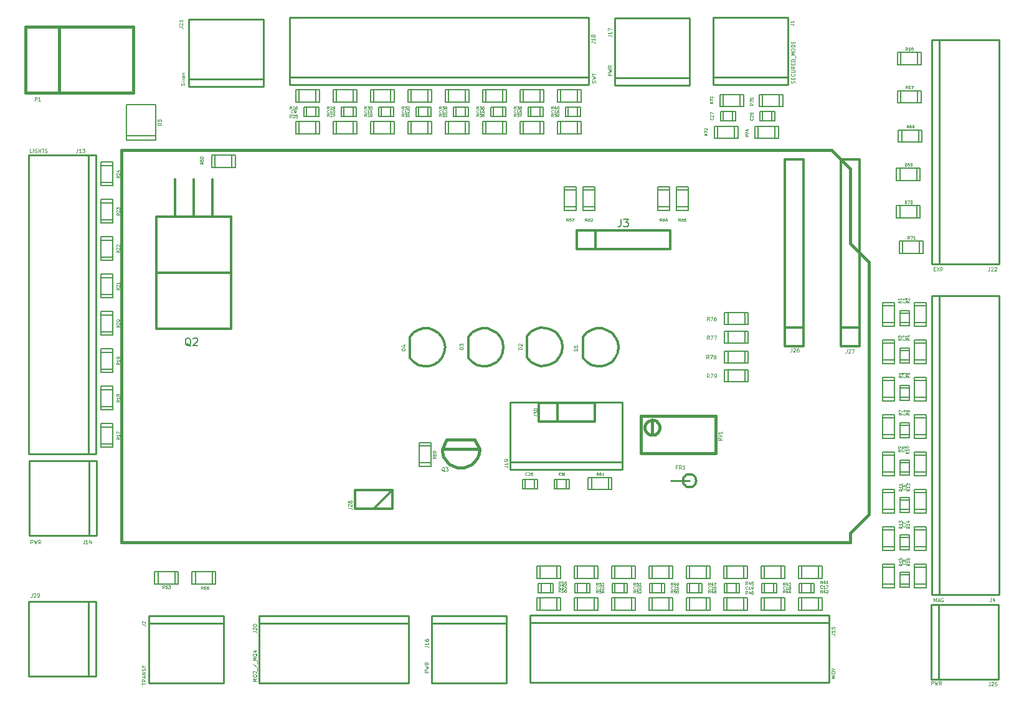
<source format=gto>
G04 (created by PCBNEW-RS274X (2010-11-03 BZR 2592)-stable) date Sat 17 Mar 2012 17:18:43 COT*
G01*
G70*
G90*
%MOIN*%
G04 Gerber Fmt 3.4, Leading zero omitted, Abs format*
%FSLAX34Y34*%
G04 APERTURE LIST*
%ADD10C,0.006000*%
%ADD11C,0.015000*%
%ADD12C,0.005000*%
%ADD13C,0.012000*%
%ADD14C,0.010000*%
%ADD15C,0.003900*%
%ADD16C,0.004900*%
%ADD17C,0.002800*%
%ADD18C,0.008000*%
%ADD19C,0.002400*%
%ADD20C,0.003000*%
%ADD21C,0.004700*%
G04 APERTURE END LIST*
G54D10*
G54D11*
X36300Y-50400D02*
X36300Y-29400D01*
X75300Y-50400D02*
X36300Y-50400D01*
X75300Y-49900D02*
X75300Y-50400D01*
X76300Y-48900D02*
X75300Y-49900D01*
X76300Y-35400D02*
X76300Y-48900D01*
X75300Y-34400D02*
X76300Y-35400D01*
X75300Y-30400D02*
X75300Y-34400D01*
X74300Y-29400D02*
X75300Y-30400D01*
X36300Y-29400D02*
X74300Y-29400D01*
G54D12*
X78900Y-24820D02*
X78900Y-24180D01*
X78000Y-24180D02*
X78000Y-24820D01*
X77820Y-24180D02*
X77820Y-24820D01*
X77820Y-24820D02*
X79080Y-24820D01*
X79080Y-24820D02*
X79080Y-24180D01*
X79080Y-24180D02*
X77820Y-24180D01*
X78900Y-26870D02*
X78900Y-26230D01*
X78000Y-26230D02*
X78000Y-26870D01*
X77820Y-26230D02*
X77820Y-26870D01*
X77820Y-26870D02*
X79080Y-26870D01*
X79080Y-26870D02*
X79080Y-26230D01*
X79080Y-26230D02*
X77820Y-26230D01*
X78950Y-28970D02*
X78950Y-28330D01*
X78050Y-28330D02*
X78050Y-28970D01*
X77870Y-28330D02*
X77870Y-28970D01*
X77870Y-28970D02*
X79130Y-28970D01*
X79130Y-28970D02*
X79130Y-28330D01*
X79130Y-28330D02*
X77870Y-28330D01*
X78850Y-31020D02*
X78850Y-30380D01*
X77950Y-30380D02*
X77950Y-31020D01*
X77770Y-30380D02*
X77770Y-31020D01*
X77770Y-31020D02*
X79030Y-31020D01*
X79030Y-31020D02*
X79030Y-30380D01*
X79030Y-30380D02*
X77770Y-30380D01*
X78850Y-33020D02*
X78850Y-32380D01*
X77950Y-32380D02*
X77950Y-33020D01*
X77770Y-32380D02*
X77770Y-33020D01*
X77770Y-33020D02*
X79030Y-33020D01*
X79030Y-33020D02*
X79030Y-32380D01*
X79030Y-32380D02*
X77770Y-32380D01*
X79000Y-34920D02*
X79000Y-34280D01*
X78100Y-34280D02*
X78100Y-34920D01*
X77920Y-34280D02*
X77920Y-34920D01*
X77920Y-34920D02*
X79180Y-34920D01*
X79180Y-34920D02*
X79180Y-34280D01*
X79180Y-34280D02*
X77920Y-34280D01*
G54D11*
X64100Y-43650D02*
X68100Y-43650D01*
X68100Y-43650D02*
X68100Y-45650D01*
X68100Y-45650D02*
X64100Y-45650D01*
X64700Y-44650D02*
X64700Y-43850D01*
X65100Y-44250D02*
X65092Y-44327D01*
X65069Y-44402D01*
X65033Y-44471D01*
X64983Y-44531D01*
X64923Y-44581D01*
X64855Y-44618D01*
X64780Y-44641D01*
X64702Y-44649D01*
X64626Y-44642D01*
X64551Y-44620D01*
X64481Y-44584D01*
X64421Y-44535D01*
X64370Y-44475D01*
X64333Y-44407D01*
X64309Y-44333D01*
X64301Y-44255D01*
X64307Y-44178D01*
X64329Y-44103D01*
X64364Y-44034D01*
X64413Y-43973D01*
X64472Y-43922D01*
X64540Y-43884D01*
X64615Y-43860D01*
X64692Y-43851D01*
X64769Y-43857D01*
X64844Y-43878D01*
X64914Y-43913D01*
X64975Y-43961D01*
X65026Y-44020D01*
X65065Y-44088D01*
X65090Y-44162D01*
X65099Y-44239D01*
X65100Y-44250D01*
X64100Y-43650D02*
X64100Y-45650D01*
X53450Y-45400D02*
X55450Y-45400D01*
X53450Y-45400D02*
X53700Y-44900D01*
X53700Y-44900D02*
X55200Y-44900D01*
X55200Y-44900D02*
X55450Y-45400D01*
X53450Y-45400D02*
X53454Y-45487D01*
X53466Y-45573D01*
X53485Y-45658D01*
X53511Y-45742D01*
X53544Y-45822D01*
X53584Y-45899D01*
X53631Y-45973D01*
X53684Y-46042D01*
X53743Y-46107D01*
X53808Y-46166D01*
X53877Y-46219D01*
X53951Y-46266D01*
X54028Y-46306D01*
X54108Y-46339D01*
X54192Y-46365D01*
X54277Y-46384D01*
X54363Y-46396D01*
X54450Y-46400D01*
X54450Y-46400D02*
X54537Y-46396D01*
X54623Y-46384D01*
X54708Y-46365D01*
X54792Y-46339D01*
X54872Y-46306D01*
X54950Y-46266D01*
X55023Y-46219D01*
X55092Y-46166D01*
X55157Y-46107D01*
X55216Y-46042D01*
X55269Y-45973D01*
X55316Y-45899D01*
X55356Y-45822D01*
X55389Y-45742D01*
X55415Y-45658D01*
X55434Y-45573D01*
X55446Y-45487D01*
X55450Y-45400D01*
G54D13*
X67050Y-47100D02*
X67043Y-47167D01*
X67023Y-47233D01*
X66991Y-47293D01*
X66948Y-47346D01*
X66895Y-47390D01*
X66835Y-47422D01*
X66770Y-47442D01*
X66702Y-47449D01*
X66635Y-47443D01*
X66569Y-47424D01*
X66509Y-47392D01*
X66456Y-47350D01*
X66412Y-47297D01*
X66379Y-47237D01*
X66358Y-47172D01*
X66351Y-47104D01*
X66356Y-47037D01*
X66375Y-46972D01*
X66406Y-46911D01*
X66449Y-46857D01*
X66501Y-46813D01*
X66560Y-46780D01*
X66625Y-46759D01*
X66693Y-46751D01*
X66760Y-46756D01*
X66826Y-46774D01*
X66887Y-46805D01*
X66941Y-46847D01*
X66986Y-46899D01*
X67019Y-46958D01*
X67041Y-47023D01*
X67049Y-47091D01*
X67050Y-47100D01*
G54D14*
X66700Y-47100D02*
X65700Y-47100D01*
G54D12*
X52230Y-46150D02*
X52870Y-46150D01*
X52870Y-45250D02*
X52230Y-45250D01*
X52870Y-45070D02*
X52230Y-45070D01*
X52230Y-45070D02*
X52230Y-46330D01*
X52230Y-46330D02*
X52870Y-46330D01*
X52870Y-46330D02*
X52870Y-45070D01*
X41300Y-29680D02*
X41300Y-30320D01*
X42200Y-30320D02*
X42200Y-29680D01*
X42380Y-30320D02*
X42380Y-29680D01*
X42380Y-29680D02*
X41120Y-29680D01*
X41120Y-29680D02*
X41120Y-30320D01*
X41120Y-30320D02*
X42380Y-30320D01*
X62350Y-47570D02*
X62350Y-46930D01*
X61450Y-46930D02*
X61450Y-47570D01*
X61270Y-46930D02*
X61270Y-47570D01*
X61270Y-47570D02*
X62530Y-47570D01*
X62530Y-47570D02*
X62530Y-46930D01*
X62530Y-46930D02*
X61270Y-46930D01*
G54D13*
X61650Y-33700D02*
X61650Y-34700D01*
X65650Y-34700D02*
X60650Y-34700D01*
X60650Y-33700D02*
X65650Y-33700D01*
X60650Y-34700D02*
X60650Y-33700D01*
X65650Y-33700D02*
X65650Y-34700D01*
G54D14*
X58150Y-54300D02*
X58350Y-54300D01*
X58350Y-54700D02*
X58150Y-54700D01*
X58350Y-57900D02*
X58150Y-57900D01*
X74150Y-57900D02*
X58350Y-57900D01*
X58350Y-54300D02*
X74150Y-54300D01*
X74150Y-54700D02*
X58350Y-54700D01*
X58150Y-57900D02*
X58150Y-54300D01*
X74150Y-54300D02*
X74150Y-54700D01*
X74150Y-57900D02*
X74150Y-57600D01*
X74150Y-54600D02*
X74150Y-57600D01*
X34925Y-29675D02*
X34925Y-29875D01*
X34525Y-29875D02*
X34525Y-29675D01*
X31325Y-29875D02*
X31325Y-29675D01*
X31325Y-45675D02*
X31325Y-29875D01*
X34925Y-29875D02*
X34925Y-45675D01*
X34525Y-45675D02*
X34525Y-29875D01*
X31325Y-29675D02*
X34925Y-29675D01*
X34925Y-45675D02*
X34525Y-45675D01*
X31325Y-45675D02*
X31625Y-45675D01*
X34625Y-45675D02*
X31625Y-45675D01*
X79650Y-53200D02*
X79650Y-53000D01*
X80050Y-53000D02*
X80050Y-53200D01*
X83250Y-53000D02*
X83250Y-53200D01*
X83250Y-37200D02*
X83250Y-53000D01*
X79650Y-53000D02*
X79650Y-37200D01*
X80050Y-37200D02*
X80050Y-53000D01*
X83250Y-53200D02*
X79650Y-53200D01*
X79650Y-37200D02*
X80050Y-37200D01*
X83250Y-37200D02*
X82950Y-37200D01*
X79950Y-37200D02*
X82950Y-37200D01*
X61300Y-25900D02*
X61100Y-25900D01*
X61100Y-25500D02*
X61300Y-25500D01*
X61100Y-22300D02*
X61300Y-22300D01*
X45300Y-22300D02*
X61100Y-22300D01*
X61100Y-25900D02*
X45300Y-25900D01*
X45300Y-25500D02*
X61100Y-25500D01*
X61300Y-22300D02*
X61300Y-25900D01*
X45300Y-25900D02*
X45300Y-25500D01*
X45300Y-22300D02*
X45300Y-22600D01*
X45300Y-25600D02*
X45300Y-22600D01*
X43650Y-54350D02*
X51650Y-54350D01*
X43650Y-57950D02*
X51650Y-57950D01*
X51650Y-54750D02*
X43650Y-54750D01*
X43650Y-57950D02*
X43650Y-54350D01*
X51650Y-54350D02*
X51650Y-54750D01*
X51650Y-57950D02*
X51650Y-57650D01*
X51650Y-54650D02*
X51650Y-57650D01*
X57100Y-46500D02*
X57100Y-46100D01*
X57100Y-46100D02*
X63100Y-46100D01*
X63100Y-46100D02*
X63100Y-46500D01*
X63100Y-46500D02*
X57100Y-46500D01*
X57100Y-42900D02*
X57100Y-43200D01*
X57100Y-42900D02*
X63100Y-42900D01*
X63100Y-42900D02*
X63100Y-43200D01*
X57100Y-46200D02*
X57100Y-43200D01*
X63100Y-46200D02*
X63100Y-43200D01*
X71950Y-22600D02*
X71950Y-22300D01*
X71950Y-22300D02*
X67950Y-22300D01*
X67950Y-22300D02*
X67950Y-22600D01*
X71950Y-25900D02*
X67950Y-25900D01*
X67950Y-25900D02*
X67950Y-25500D01*
X67950Y-25500D02*
X71950Y-25500D01*
X71950Y-25500D02*
X71950Y-25900D01*
X71950Y-25600D02*
X71950Y-22600D01*
X67950Y-22600D02*
X67950Y-25600D01*
X37750Y-57650D02*
X37750Y-57950D01*
X37750Y-57950D02*
X41750Y-57950D01*
X41750Y-57950D02*
X41750Y-57650D01*
X37750Y-54350D02*
X41750Y-54350D01*
X41750Y-54350D02*
X41750Y-54750D01*
X41750Y-54750D02*
X37750Y-54750D01*
X37750Y-54750D02*
X37750Y-54350D01*
X37750Y-54650D02*
X37750Y-57650D01*
X41750Y-57650D02*
X41750Y-54650D01*
X43900Y-22700D02*
X43900Y-22400D01*
X43900Y-22400D02*
X39900Y-22400D01*
X39900Y-22400D02*
X39900Y-22700D01*
X43900Y-26000D02*
X39900Y-26000D01*
X39900Y-26000D02*
X39900Y-25600D01*
X39900Y-25600D02*
X43900Y-25600D01*
X43900Y-25600D02*
X43900Y-26000D01*
X43900Y-25700D02*
X43900Y-22700D01*
X39900Y-22700D02*
X39900Y-25700D01*
X66700Y-22650D02*
X66700Y-22350D01*
X66700Y-22350D02*
X62700Y-22350D01*
X62700Y-22350D02*
X62700Y-22650D01*
X66700Y-25950D02*
X62700Y-25950D01*
X62700Y-25950D02*
X62700Y-25550D01*
X62700Y-25550D02*
X66700Y-25550D01*
X66700Y-25550D02*
X66700Y-25950D01*
X66700Y-25650D02*
X66700Y-22650D01*
X62700Y-22650D02*
X62700Y-25650D01*
X52900Y-57650D02*
X52900Y-57950D01*
X52900Y-57950D02*
X56900Y-57950D01*
X56900Y-57950D02*
X56900Y-57650D01*
X52900Y-54350D02*
X56900Y-54350D01*
X56900Y-54350D02*
X56900Y-54750D01*
X56900Y-54750D02*
X52900Y-54750D01*
X52900Y-54750D02*
X52900Y-54350D01*
X52900Y-54650D02*
X52900Y-57650D01*
X56900Y-57650D02*
X56900Y-54650D01*
X31650Y-46050D02*
X31350Y-46050D01*
X31350Y-46050D02*
X31350Y-50050D01*
X31350Y-50050D02*
X31650Y-50050D01*
X34950Y-46050D02*
X34950Y-50050D01*
X34950Y-50050D02*
X34550Y-50050D01*
X34550Y-50050D02*
X34550Y-46050D01*
X34550Y-46050D02*
X34950Y-46050D01*
X34650Y-46050D02*
X31650Y-46050D01*
X31650Y-50050D02*
X34650Y-50050D01*
G54D12*
X57900Y-47550D02*
X57900Y-47050D01*
X58400Y-47550D02*
X58400Y-47060D01*
X58550Y-47550D02*
X57750Y-47550D01*
X57750Y-47550D02*
X57750Y-47050D01*
X57750Y-47050D02*
X58550Y-47050D01*
X58550Y-47050D02*
X58550Y-47550D01*
X59600Y-47550D02*
X59600Y-47050D01*
X60100Y-47550D02*
X60100Y-47060D01*
X60250Y-47550D02*
X59450Y-47550D01*
X59450Y-47550D02*
X59450Y-47050D01*
X59450Y-47050D02*
X60250Y-47050D01*
X60250Y-47050D02*
X60250Y-47550D01*
X57800Y-27880D02*
X57800Y-28520D01*
X58700Y-28520D02*
X58700Y-27880D01*
X58880Y-28520D02*
X58880Y-27880D01*
X58880Y-27880D02*
X57620Y-27880D01*
X57620Y-27880D02*
X57620Y-28520D01*
X57620Y-28520D02*
X58880Y-28520D01*
X55800Y-26180D02*
X55800Y-26820D01*
X56700Y-26820D02*
X56700Y-26180D01*
X56880Y-26820D02*
X56880Y-26180D01*
X56880Y-26180D02*
X55620Y-26180D01*
X55620Y-26180D02*
X55620Y-26820D01*
X55620Y-26820D02*
X56880Y-26820D01*
X55800Y-27880D02*
X55800Y-28520D01*
X56700Y-28520D02*
X56700Y-27880D01*
X56880Y-28520D02*
X56880Y-27880D01*
X56880Y-27880D02*
X55620Y-27880D01*
X55620Y-27880D02*
X55620Y-28520D01*
X55620Y-28520D02*
X56880Y-28520D01*
X53800Y-26180D02*
X53800Y-26820D01*
X54700Y-26820D02*
X54700Y-26180D01*
X54880Y-26820D02*
X54880Y-26180D01*
X54880Y-26180D02*
X53620Y-26180D01*
X53620Y-26180D02*
X53620Y-26820D01*
X53620Y-26820D02*
X54880Y-26820D01*
X53800Y-27880D02*
X53800Y-28520D01*
X54700Y-28520D02*
X54700Y-27880D01*
X54880Y-28520D02*
X54880Y-27880D01*
X54880Y-27880D02*
X53620Y-27880D01*
X53620Y-27880D02*
X53620Y-28520D01*
X53620Y-28520D02*
X54880Y-28520D01*
X51800Y-26180D02*
X51800Y-26820D01*
X52700Y-26820D02*
X52700Y-26180D01*
X52880Y-26820D02*
X52880Y-26180D01*
X52880Y-26180D02*
X51620Y-26180D01*
X51620Y-26180D02*
X51620Y-26820D01*
X51620Y-26820D02*
X52880Y-26820D01*
X51800Y-27880D02*
X51800Y-28520D01*
X52700Y-28520D02*
X52700Y-27880D01*
X52880Y-28520D02*
X52880Y-27880D01*
X52880Y-27880D02*
X51620Y-27880D01*
X51620Y-27880D02*
X51620Y-28520D01*
X51620Y-28520D02*
X52880Y-28520D01*
X49800Y-26180D02*
X49800Y-26820D01*
X50700Y-26820D02*
X50700Y-26180D01*
X50880Y-26820D02*
X50880Y-26180D01*
X50880Y-26180D02*
X49620Y-26180D01*
X49620Y-26180D02*
X49620Y-26820D01*
X49620Y-26820D02*
X50880Y-26820D01*
X49800Y-27880D02*
X49800Y-28520D01*
X50700Y-28520D02*
X50700Y-27880D01*
X50880Y-28520D02*
X50880Y-27880D01*
X50880Y-27880D02*
X49620Y-27880D01*
X49620Y-27880D02*
X49620Y-28520D01*
X49620Y-28520D02*
X50880Y-28520D01*
X47800Y-26180D02*
X47800Y-26820D01*
X48700Y-26820D02*
X48700Y-26180D01*
X48880Y-26820D02*
X48880Y-26180D01*
X48880Y-26180D02*
X47620Y-26180D01*
X47620Y-26180D02*
X47620Y-26820D01*
X47620Y-26820D02*
X48880Y-26820D01*
X47800Y-27880D02*
X47800Y-28520D01*
X48700Y-28520D02*
X48700Y-27880D01*
X48880Y-28520D02*
X48880Y-27880D01*
X48880Y-27880D02*
X47620Y-27880D01*
X47620Y-27880D02*
X47620Y-28520D01*
X47620Y-28520D02*
X48880Y-28520D01*
X45800Y-26180D02*
X45800Y-26820D01*
X46700Y-26820D02*
X46700Y-26180D01*
X46880Y-26820D02*
X46880Y-26180D01*
X46880Y-26180D02*
X45620Y-26180D01*
X45620Y-26180D02*
X45620Y-26820D01*
X45620Y-26820D02*
X46880Y-26820D01*
X45800Y-27880D02*
X45800Y-28520D01*
X46700Y-28520D02*
X46700Y-27880D01*
X46880Y-28520D02*
X46880Y-27880D01*
X46880Y-27880D02*
X45620Y-27880D01*
X45620Y-27880D02*
X45620Y-28520D01*
X45620Y-28520D02*
X46880Y-28520D01*
X35205Y-31125D02*
X35845Y-31125D01*
X35845Y-30225D02*
X35205Y-30225D01*
X35845Y-30045D02*
X35205Y-30045D01*
X35205Y-30045D02*
X35205Y-31305D01*
X35205Y-31305D02*
X35845Y-31305D01*
X35845Y-31305D02*
X35845Y-30045D01*
X35205Y-33125D02*
X35845Y-33125D01*
X35845Y-32225D02*
X35205Y-32225D01*
X35845Y-32045D02*
X35205Y-32045D01*
X35205Y-32045D02*
X35205Y-33305D01*
X35205Y-33305D02*
X35845Y-33305D01*
X35845Y-33305D02*
X35845Y-32045D01*
X35205Y-35125D02*
X35845Y-35125D01*
X35845Y-34225D02*
X35205Y-34225D01*
X35845Y-34045D02*
X35205Y-34045D01*
X35205Y-34045D02*
X35205Y-35305D01*
X35205Y-35305D02*
X35845Y-35305D01*
X35845Y-35305D02*
X35845Y-34045D01*
X35205Y-37125D02*
X35845Y-37125D01*
X35845Y-36225D02*
X35205Y-36225D01*
X35845Y-36045D02*
X35205Y-36045D01*
X35205Y-36045D02*
X35205Y-37305D01*
X35205Y-37305D02*
X35845Y-37305D01*
X35845Y-37305D02*
X35845Y-36045D01*
X35205Y-39125D02*
X35845Y-39125D01*
X35845Y-38225D02*
X35205Y-38225D01*
X35845Y-38045D02*
X35205Y-38045D01*
X35205Y-38045D02*
X35205Y-39305D01*
X35205Y-39305D02*
X35845Y-39305D01*
X35845Y-39305D02*
X35845Y-38045D01*
X35205Y-41125D02*
X35845Y-41125D01*
X35845Y-40225D02*
X35205Y-40225D01*
X35845Y-40045D02*
X35205Y-40045D01*
X35205Y-40045D02*
X35205Y-41305D01*
X35205Y-41305D02*
X35845Y-41305D01*
X35845Y-41305D02*
X35845Y-40045D01*
X35205Y-43125D02*
X35845Y-43125D01*
X35845Y-42225D02*
X35205Y-42225D01*
X35845Y-42045D02*
X35205Y-42045D01*
X35205Y-42045D02*
X35205Y-43305D01*
X35205Y-43305D02*
X35845Y-43305D01*
X35845Y-43305D02*
X35845Y-42045D01*
X39150Y-52620D02*
X39150Y-51980D01*
X38250Y-51980D02*
X38250Y-52620D01*
X38070Y-51980D02*
X38070Y-52620D01*
X38070Y-52620D02*
X39330Y-52620D01*
X39330Y-52620D02*
X39330Y-51980D01*
X39330Y-51980D02*
X38070Y-51980D01*
X41150Y-52620D02*
X41150Y-51980D01*
X40250Y-51980D02*
X40250Y-52620D01*
X40070Y-51980D02*
X40070Y-52620D01*
X40070Y-52620D02*
X41330Y-52620D01*
X41330Y-52620D02*
X41330Y-51980D01*
X41330Y-51980D02*
X40070Y-51980D01*
X59600Y-54020D02*
X59600Y-53380D01*
X58700Y-53380D02*
X58700Y-54020D01*
X58520Y-53380D02*
X58520Y-54020D01*
X58520Y-54020D02*
X59780Y-54020D01*
X59780Y-54020D02*
X59780Y-53380D01*
X59780Y-53380D02*
X58520Y-53380D01*
X59600Y-52320D02*
X59600Y-51680D01*
X58700Y-51680D02*
X58700Y-52320D01*
X58520Y-51680D02*
X58520Y-52320D01*
X58520Y-52320D02*
X59780Y-52320D01*
X59780Y-52320D02*
X59780Y-51680D01*
X59780Y-51680D02*
X58520Y-51680D01*
X61600Y-54020D02*
X61600Y-53380D01*
X60700Y-53380D02*
X60700Y-54020D01*
X60520Y-53380D02*
X60520Y-54020D01*
X60520Y-54020D02*
X61780Y-54020D01*
X61780Y-54020D02*
X61780Y-53380D01*
X61780Y-53380D02*
X60520Y-53380D01*
X61600Y-52320D02*
X61600Y-51680D01*
X60700Y-51680D02*
X60700Y-52320D01*
X60520Y-51680D02*
X60520Y-52320D01*
X60520Y-52320D02*
X61780Y-52320D01*
X61780Y-52320D02*
X61780Y-51680D01*
X61780Y-51680D02*
X60520Y-51680D01*
X63600Y-54020D02*
X63600Y-53380D01*
X62700Y-53380D02*
X62700Y-54020D01*
X62520Y-53380D02*
X62520Y-54020D01*
X62520Y-54020D02*
X63780Y-54020D01*
X63780Y-54020D02*
X63780Y-53380D01*
X63780Y-53380D02*
X62520Y-53380D01*
X63600Y-52320D02*
X63600Y-51680D01*
X62700Y-51680D02*
X62700Y-52320D01*
X62520Y-51680D02*
X62520Y-52320D01*
X62520Y-52320D02*
X63780Y-52320D01*
X63780Y-52320D02*
X63780Y-51680D01*
X63780Y-51680D02*
X62520Y-51680D01*
X65600Y-54020D02*
X65600Y-53380D01*
X64700Y-53380D02*
X64700Y-54020D01*
X64520Y-53380D02*
X64520Y-54020D01*
X64520Y-54020D02*
X65780Y-54020D01*
X65780Y-54020D02*
X65780Y-53380D01*
X65780Y-53380D02*
X64520Y-53380D01*
X65600Y-52320D02*
X65600Y-51680D01*
X64700Y-51680D02*
X64700Y-52320D01*
X64520Y-51680D02*
X64520Y-52320D01*
X64520Y-52320D02*
X65780Y-52320D01*
X65780Y-52320D02*
X65780Y-51680D01*
X65780Y-51680D02*
X64520Y-51680D01*
X67600Y-54020D02*
X67600Y-53380D01*
X66700Y-53380D02*
X66700Y-54020D01*
X66520Y-53380D02*
X66520Y-54020D01*
X66520Y-54020D02*
X67780Y-54020D01*
X67780Y-54020D02*
X67780Y-53380D01*
X67780Y-53380D02*
X66520Y-53380D01*
X67600Y-52320D02*
X67600Y-51680D01*
X66700Y-51680D02*
X66700Y-52320D01*
X66520Y-51680D02*
X66520Y-52320D01*
X66520Y-52320D02*
X67780Y-52320D01*
X67780Y-52320D02*
X67780Y-51680D01*
X67780Y-51680D02*
X66520Y-51680D01*
X69600Y-54020D02*
X69600Y-53380D01*
X68700Y-53380D02*
X68700Y-54020D01*
X68520Y-53380D02*
X68520Y-54020D01*
X68520Y-54020D02*
X69780Y-54020D01*
X69780Y-54020D02*
X69780Y-53380D01*
X69780Y-53380D02*
X68520Y-53380D01*
X69600Y-52320D02*
X69600Y-51680D01*
X68700Y-51680D02*
X68700Y-52320D01*
X68520Y-51680D02*
X68520Y-52320D01*
X68520Y-52320D02*
X69780Y-52320D01*
X69780Y-52320D02*
X69780Y-51680D01*
X69780Y-51680D02*
X68520Y-51680D01*
X71600Y-54020D02*
X71600Y-53380D01*
X70700Y-53380D02*
X70700Y-54020D01*
X70520Y-53380D02*
X70520Y-54020D01*
X70520Y-54020D02*
X71780Y-54020D01*
X71780Y-54020D02*
X71780Y-53380D01*
X71780Y-53380D02*
X70520Y-53380D01*
X71600Y-52320D02*
X71600Y-51680D01*
X70700Y-51680D02*
X70700Y-52320D01*
X70520Y-51680D02*
X70520Y-52320D01*
X70520Y-52320D02*
X71780Y-52320D01*
X71780Y-52320D02*
X71780Y-51680D01*
X71780Y-51680D02*
X70520Y-51680D01*
X73600Y-54020D02*
X73600Y-53380D01*
X72700Y-53380D02*
X72700Y-54020D01*
X72520Y-53380D02*
X72520Y-54020D01*
X72520Y-54020D02*
X73780Y-54020D01*
X73780Y-54020D02*
X73780Y-53380D01*
X73780Y-53380D02*
X72520Y-53380D01*
X73600Y-52320D02*
X73600Y-51680D01*
X72700Y-51680D02*
X72700Y-52320D01*
X72520Y-51680D02*
X72520Y-52320D01*
X72520Y-52320D02*
X73780Y-52320D01*
X73780Y-52320D02*
X73780Y-51680D01*
X73780Y-51680D02*
X72520Y-51680D01*
X59800Y-26180D02*
X59800Y-26820D01*
X60700Y-26820D02*
X60700Y-26180D01*
X60880Y-26820D02*
X60880Y-26180D01*
X60880Y-26180D02*
X59620Y-26180D01*
X59620Y-26180D02*
X59620Y-26820D01*
X59620Y-26820D02*
X60880Y-26820D01*
X59800Y-27880D02*
X59800Y-28520D01*
X60700Y-28520D02*
X60700Y-27880D01*
X60880Y-28520D02*
X60880Y-27880D01*
X60880Y-27880D02*
X59620Y-27880D01*
X59620Y-27880D02*
X59620Y-28520D01*
X59620Y-28520D02*
X60880Y-28520D01*
X57800Y-26180D02*
X57800Y-26820D01*
X58700Y-26820D02*
X58700Y-26180D01*
X58880Y-26820D02*
X58880Y-26180D01*
X58880Y-26180D02*
X57620Y-26180D01*
X57620Y-26180D02*
X57620Y-26820D01*
X57620Y-26820D02*
X58880Y-26820D01*
X77670Y-37750D02*
X77030Y-37750D01*
X77030Y-38650D02*
X77670Y-38650D01*
X77030Y-38830D02*
X77670Y-38830D01*
X77670Y-38830D02*
X77670Y-37570D01*
X77670Y-37570D02*
X77030Y-37570D01*
X77030Y-37570D02*
X77030Y-38830D01*
X79370Y-37750D02*
X78730Y-37750D01*
X78730Y-38650D02*
X79370Y-38650D01*
X78730Y-38830D02*
X79370Y-38830D01*
X79370Y-38830D02*
X79370Y-37570D01*
X79370Y-37570D02*
X78730Y-37570D01*
X78730Y-37570D02*
X78730Y-38830D01*
X77670Y-39750D02*
X77030Y-39750D01*
X77030Y-40650D02*
X77670Y-40650D01*
X77030Y-40830D02*
X77670Y-40830D01*
X77670Y-40830D02*
X77670Y-39570D01*
X77670Y-39570D02*
X77030Y-39570D01*
X77030Y-39570D02*
X77030Y-40830D01*
X79370Y-39750D02*
X78730Y-39750D01*
X78730Y-40650D02*
X79370Y-40650D01*
X78730Y-40830D02*
X79370Y-40830D01*
X79370Y-40830D02*
X79370Y-39570D01*
X79370Y-39570D02*
X78730Y-39570D01*
X78730Y-39570D02*
X78730Y-40830D01*
X77670Y-41750D02*
X77030Y-41750D01*
X77030Y-42650D02*
X77670Y-42650D01*
X77030Y-42830D02*
X77670Y-42830D01*
X77670Y-42830D02*
X77670Y-41570D01*
X77670Y-41570D02*
X77030Y-41570D01*
X77030Y-41570D02*
X77030Y-42830D01*
X79370Y-41750D02*
X78730Y-41750D01*
X78730Y-42650D02*
X79370Y-42650D01*
X78730Y-42830D02*
X79370Y-42830D01*
X79370Y-42830D02*
X79370Y-41570D01*
X79370Y-41570D02*
X78730Y-41570D01*
X78730Y-41570D02*
X78730Y-42830D01*
X77670Y-43750D02*
X77030Y-43750D01*
X77030Y-44650D02*
X77670Y-44650D01*
X77030Y-44830D02*
X77670Y-44830D01*
X77670Y-44830D02*
X77670Y-43570D01*
X77670Y-43570D02*
X77030Y-43570D01*
X77030Y-43570D02*
X77030Y-44830D01*
X79370Y-43750D02*
X78730Y-43750D01*
X78730Y-44650D02*
X79370Y-44650D01*
X78730Y-44830D02*
X79370Y-44830D01*
X79370Y-44830D02*
X79370Y-43570D01*
X79370Y-43570D02*
X78730Y-43570D01*
X78730Y-43570D02*
X78730Y-44830D01*
X77670Y-45750D02*
X77030Y-45750D01*
X77030Y-46650D02*
X77670Y-46650D01*
X77030Y-46830D02*
X77670Y-46830D01*
X77670Y-46830D02*
X77670Y-45570D01*
X77670Y-45570D02*
X77030Y-45570D01*
X77030Y-45570D02*
X77030Y-46830D01*
X79370Y-45750D02*
X78730Y-45750D01*
X78730Y-46650D02*
X79370Y-46650D01*
X78730Y-46830D02*
X79370Y-46830D01*
X79370Y-46830D02*
X79370Y-45570D01*
X79370Y-45570D02*
X78730Y-45570D01*
X78730Y-45570D02*
X78730Y-46830D01*
X77670Y-47750D02*
X77030Y-47750D01*
X77030Y-48650D02*
X77670Y-48650D01*
X77030Y-48830D02*
X77670Y-48830D01*
X77670Y-48830D02*
X77670Y-47570D01*
X77670Y-47570D02*
X77030Y-47570D01*
X77030Y-47570D02*
X77030Y-48830D01*
X79370Y-47750D02*
X78730Y-47750D01*
X78730Y-48650D02*
X79370Y-48650D01*
X78730Y-48830D02*
X79370Y-48830D01*
X79370Y-48830D02*
X79370Y-47570D01*
X79370Y-47570D02*
X78730Y-47570D01*
X78730Y-47570D02*
X78730Y-48830D01*
X77670Y-49750D02*
X77030Y-49750D01*
X77030Y-50650D02*
X77670Y-50650D01*
X77030Y-50830D02*
X77670Y-50830D01*
X77670Y-50830D02*
X77670Y-49570D01*
X77670Y-49570D02*
X77030Y-49570D01*
X77030Y-49570D02*
X77030Y-50830D01*
X79370Y-49750D02*
X78730Y-49750D01*
X78730Y-50650D02*
X79370Y-50650D01*
X78730Y-50830D02*
X79370Y-50830D01*
X79370Y-50830D02*
X79370Y-49570D01*
X79370Y-49570D02*
X78730Y-49570D01*
X78730Y-49570D02*
X78730Y-50830D01*
X77670Y-51750D02*
X77030Y-51750D01*
X77030Y-52650D02*
X77670Y-52650D01*
X77030Y-52830D02*
X77670Y-52830D01*
X77670Y-52830D02*
X77670Y-51570D01*
X77670Y-51570D02*
X77030Y-51570D01*
X77030Y-51570D02*
X77030Y-52830D01*
X79370Y-51750D02*
X78730Y-51750D01*
X78730Y-52650D02*
X79370Y-52650D01*
X78730Y-52830D02*
X79370Y-52830D01*
X79370Y-52830D02*
X79370Y-51570D01*
X79370Y-51570D02*
X78730Y-51570D01*
X78730Y-51570D02*
X78730Y-52830D01*
X35205Y-45125D02*
X35845Y-45125D01*
X35845Y-44225D02*
X35205Y-44225D01*
X35845Y-44045D02*
X35205Y-44045D01*
X35205Y-44045D02*
X35205Y-45305D01*
X35205Y-45305D02*
X35845Y-45305D01*
X35845Y-45305D02*
X35845Y-44045D01*
X52200Y-27600D02*
X52200Y-27100D01*
X52700Y-27600D02*
X52700Y-27110D01*
X52850Y-27600D02*
X52050Y-27600D01*
X52050Y-27600D02*
X52050Y-27100D01*
X52050Y-27100D02*
X52850Y-27100D01*
X52850Y-27100D02*
X52850Y-27600D01*
X50200Y-27600D02*
X50200Y-27100D01*
X50700Y-27600D02*
X50700Y-27110D01*
X50850Y-27600D02*
X50050Y-27600D01*
X50050Y-27600D02*
X50050Y-27100D01*
X50050Y-27100D02*
X50850Y-27100D01*
X50850Y-27100D02*
X50850Y-27600D01*
X48200Y-27600D02*
X48200Y-27100D01*
X48700Y-27600D02*
X48700Y-27110D01*
X48850Y-27600D02*
X48050Y-27600D01*
X48050Y-27600D02*
X48050Y-27100D01*
X48050Y-27100D02*
X48850Y-27100D01*
X48850Y-27100D02*
X48850Y-27600D01*
X46200Y-27600D02*
X46200Y-27100D01*
X46700Y-27600D02*
X46700Y-27110D01*
X46850Y-27600D02*
X46050Y-27600D01*
X46050Y-27600D02*
X46050Y-27100D01*
X46050Y-27100D02*
X46850Y-27100D01*
X46850Y-27100D02*
X46850Y-27600D01*
X77950Y-52150D02*
X78450Y-52150D01*
X77950Y-52650D02*
X78440Y-52650D01*
X77950Y-52800D02*
X77950Y-52000D01*
X77950Y-52000D02*
X78450Y-52000D01*
X78450Y-52000D02*
X78450Y-52800D01*
X78450Y-52800D02*
X77950Y-52800D01*
X77950Y-50150D02*
X78450Y-50150D01*
X77950Y-50650D02*
X78440Y-50650D01*
X77950Y-50800D02*
X77950Y-50000D01*
X77950Y-50000D02*
X78450Y-50000D01*
X78450Y-50000D02*
X78450Y-50800D01*
X78450Y-50800D02*
X77950Y-50800D01*
X77950Y-48150D02*
X78450Y-48150D01*
X77950Y-48650D02*
X78440Y-48650D01*
X77950Y-48800D02*
X77950Y-48000D01*
X77950Y-48000D02*
X78450Y-48000D01*
X78450Y-48000D02*
X78450Y-48800D01*
X78450Y-48800D02*
X77950Y-48800D01*
X77950Y-46150D02*
X78450Y-46150D01*
X77950Y-46650D02*
X78440Y-46650D01*
X77950Y-46800D02*
X77950Y-46000D01*
X77950Y-46000D02*
X78450Y-46000D01*
X78450Y-46000D02*
X78450Y-46800D01*
X78450Y-46800D02*
X77950Y-46800D01*
X77950Y-44150D02*
X78450Y-44150D01*
X77950Y-44650D02*
X78440Y-44650D01*
X77950Y-44800D02*
X77950Y-44000D01*
X77950Y-44000D02*
X78450Y-44000D01*
X78450Y-44000D02*
X78450Y-44800D01*
X78450Y-44800D02*
X77950Y-44800D01*
X77950Y-42150D02*
X78450Y-42150D01*
X77950Y-42650D02*
X78440Y-42650D01*
X77950Y-42800D02*
X77950Y-42000D01*
X77950Y-42000D02*
X78450Y-42000D01*
X78450Y-42000D02*
X78450Y-42800D01*
X78450Y-42800D02*
X77950Y-42800D01*
X77950Y-40150D02*
X78450Y-40150D01*
X77950Y-40650D02*
X78440Y-40650D01*
X77950Y-40800D02*
X77950Y-40000D01*
X77950Y-40000D02*
X78450Y-40000D01*
X78450Y-40000D02*
X78450Y-40800D01*
X78450Y-40800D02*
X77950Y-40800D01*
X77950Y-38150D02*
X78450Y-38150D01*
X77950Y-38650D02*
X78440Y-38650D01*
X77950Y-38800D02*
X77950Y-38000D01*
X77950Y-38000D02*
X78450Y-38000D01*
X78450Y-38000D02*
X78450Y-38800D01*
X78450Y-38800D02*
X77950Y-38800D01*
X54200Y-27600D02*
X54200Y-27100D01*
X54700Y-27600D02*
X54700Y-27110D01*
X54850Y-27600D02*
X54050Y-27600D01*
X54050Y-27600D02*
X54050Y-27100D01*
X54050Y-27100D02*
X54850Y-27100D01*
X54850Y-27100D02*
X54850Y-27600D01*
X56200Y-27600D02*
X56200Y-27100D01*
X56700Y-27600D02*
X56700Y-27110D01*
X56850Y-27600D02*
X56050Y-27600D01*
X56050Y-27600D02*
X56050Y-27100D01*
X56050Y-27100D02*
X56850Y-27100D01*
X56850Y-27100D02*
X56850Y-27600D01*
X58200Y-27600D02*
X58200Y-27100D01*
X58700Y-27600D02*
X58700Y-27110D01*
X58850Y-27600D02*
X58050Y-27600D01*
X58050Y-27600D02*
X58050Y-27100D01*
X58050Y-27100D02*
X58850Y-27100D01*
X58850Y-27100D02*
X58850Y-27600D01*
X60200Y-27600D02*
X60200Y-27100D01*
X60700Y-27600D02*
X60700Y-27110D01*
X60850Y-27600D02*
X60050Y-27600D01*
X60050Y-27600D02*
X60050Y-27100D01*
X60050Y-27100D02*
X60850Y-27100D01*
X60850Y-27100D02*
X60850Y-27600D01*
X73200Y-52600D02*
X73200Y-53100D01*
X72700Y-52600D02*
X72700Y-53090D01*
X72550Y-52600D02*
X73350Y-52600D01*
X73350Y-52600D02*
X73350Y-53100D01*
X73350Y-53100D02*
X72550Y-53100D01*
X72550Y-53100D02*
X72550Y-52600D01*
X71200Y-52600D02*
X71200Y-53100D01*
X70700Y-52600D02*
X70700Y-53090D01*
X70550Y-52600D02*
X71350Y-52600D01*
X71350Y-52600D02*
X71350Y-53100D01*
X71350Y-53100D02*
X70550Y-53100D01*
X70550Y-53100D02*
X70550Y-52600D01*
X69200Y-52600D02*
X69200Y-53100D01*
X68700Y-52600D02*
X68700Y-53090D01*
X68550Y-52600D02*
X69350Y-52600D01*
X69350Y-52600D02*
X69350Y-53100D01*
X69350Y-53100D02*
X68550Y-53100D01*
X68550Y-53100D02*
X68550Y-52600D01*
X67200Y-52600D02*
X67200Y-53100D01*
X66700Y-52600D02*
X66700Y-53090D01*
X66550Y-52600D02*
X67350Y-52600D01*
X67350Y-52600D02*
X67350Y-53100D01*
X67350Y-53100D02*
X66550Y-53100D01*
X66550Y-53100D02*
X66550Y-52600D01*
X65200Y-52600D02*
X65200Y-53100D01*
X64700Y-52600D02*
X64700Y-53090D01*
X64550Y-52600D02*
X65350Y-52600D01*
X65350Y-52600D02*
X65350Y-53100D01*
X65350Y-53100D02*
X64550Y-53100D01*
X64550Y-53100D02*
X64550Y-52600D01*
X63200Y-52600D02*
X63200Y-53100D01*
X62700Y-52600D02*
X62700Y-53090D01*
X62550Y-52600D02*
X63350Y-52600D01*
X63350Y-52600D02*
X63350Y-53100D01*
X63350Y-53100D02*
X62550Y-53100D01*
X62550Y-53100D02*
X62550Y-52600D01*
X61200Y-52600D02*
X61200Y-53100D01*
X60700Y-52600D02*
X60700Y-53090D01*
X60550Y-52600D02*
X61350Y-52600D01*
X61350Y-52600D02*
X61350Y-53100D01*
X61350Y-53100D02*
X60550Y-53100D01*
X60550Y-53100D02*
X60550Y-52600D01*
X59250Y-52600D02*
X59250Y-53100D01*
X58750Y-52600D02*
X58750Y-53090D01*
X58600Y-52600D02*
X59400Y-52600D01*
X59400Y-52600D02*
X59400Y-53100D01*
X59400Y-53100D02*
X58600Y-53100D01*
X58600Y-53100D02*
X58600Y-52600D01*
G54D14*
X82925Y-57725D02*
X83225Y-57725D01*
X83225Y-57725D02*
X83225Y-53725D01*
X83225Y-53725D02*
X82925Y-53725D01*
X79625Y-57725D02*
X79625Y-53725D01*
X79625Y-53725D02*
X80025Y-53725D01*
X80025Y-53725D02*
X80025Y-57725D01*
X80025Y-57725D02*
X79625Y-57725D01*
X79925Y-57725D02*
X82925Y-57725D01*
X82925Y-53725D02*
X79925Y-53725D01*
G54D13*
X50800Y-47600D02*
X49800Y-48600D01*
X48800Y-47600D02*
X50800Y-47600D01*
X50800Y-48600D02*
X48800Y-48600D01*
X50800Y-47600D02*
X50800Y-48600D01*
X48800Y-48600D02*
X48800Y-47600D01*
X71800Y-38900D02*
X72800Y-38900D01*
X71800Y-39900D02*
X71800Y-29900D01*
X71800Y-29900D02*
X72800Y-29900D01*
X72800Y-29900D02*
X72800Y-39900D01*
X72800Y-39900D02*
X71800Y-39900D01*
X74800Y-38900D02*
X75800Y-38900D01*
X74800Y-39900D02*
X74800Y-29900D01*
X74800Y-29900D02*
X75800Y-29900D01*
X75800Y-29900D02*
X75800Y-39900D01*
X75800Y-39900D02*
X74800Y-39900D01*
G54D12*
X59980Y-32450D02*
X60620Y-32450D01*
X60620Y-31550D02*
X59980Y-31550D01*
X60620Y-31370D02*
X59980Y-31370D01*
X59980Y-31370D02*
X59980Y-32630D01*
X59980Y-32630D02*
X60620Y-32630D01*
X60620Y-32630D02*
X60620Y-31370D01*
X60980Y-32450D02*
X61620Y-32450D01*
X61620Y-31550D02*
X60980Y-31550D01*
X61620Y-31370D02*
X60980Y-31370D01*
X60980Y-31370D02*
X60980Y-32630D01*
X60980Y-32630D02*
X61620Y-32630D01*
X61620Y-32630D02*
X61620Y-31370D01*
X64980Y-32450D02*
X65620Y-32450D01*
X65620Y-31550D02*
X64980Y-31550D01*
X65620Y-31370D02*
X64980Y-31370D01*
X64980Y-31370D02*
X64980Y-32630D01*
X64980Y-32630D02*
X65620Y-32630D01*
X65620Y-32630D02*
X65620Y-31370D01*
X65980Y-32450D02*
X66620Y-32450D01*
X66620Y-31550D02*
X65980Y-31550D01*
X66620Y-31370D02*
X65980Y-31370D01*
X65980Y-31370D02*
X65980Y-32630D01*
X65980Y-32630D02*
X66620Y-32630D01*
X66620Y-32630D02*
X66620Y-31370D01*
G54D14*
X79650Y-35300D02*
X79650Y-35500D01*
X80050Y-35500D02*
X80050Y-35300D01*
X83250Y-35300D02*
X83250Y-35500D01*
X83250Y-35300D02*
X83250Y-23500D01*
X79650Y-23500D02*
X79650Y-35300D01*
X80050Y-35300D02*
X80050Y-23500D01*
X83250Y-35500D02*
X79650Y-35500D01*
X79650Y-23500D02*
X80050Y-23500D01*
X83250Y-23500D02*
X82950Y-23500D01*
X79950Y-23500D02*
X82950Y-23500D01*
G54D12*
X69100Y-28770D02*
X69100Y-28130D01*
X68200Y-28130D02*
X68200Y-28770D01*
X68020Y-28130D02*
X68020Y-28770D01*
X68020Y-28770D02*
X69280Y-28770D01*
X69280Y-28770D02*
X69280Y-28130D01*
X69280Y-28130D02*
X68020Y-28130D01*
X69400Y-27070D02*
X69400Y-26430D01*
X68500Y-26430D02*
X68500Y-27070D01*
X68320Y-26430D02*
X68320Y-27070D01*
X68320Y-27070D02*
X69580Y-27070D01*
X69580Y-27070D02*
X69580Y-26430D01*
X69580Y-26430D02*
X68320Y-26430D01*
X71275Y-28770D02*
X71275Y-28130D01*
X70375Y-28130D02*
X70375Y-28770D01*
X70195Y-28130D02*
X70195Y-28770D01*
X70195Y-28770D02*
X71455Y-28770D01*
X71455Y-28770D02*
X71455Y-28130D01*
X71455Y-28130D02*
X70195Y-28130D01*
X71500Y-27070D02*
X71500Y-26430D01*
X70600Y-26430D02*
X70600Y-27070D01*
X70420Y-26430D02*
X70420Y-27070D01*
X70420Y-27070D02*
X71680Y-27070D01*
X71680Y-27070D02*
X71680Y-26430D01*
X71680Y-26430D02*
X70420Y-26430D01*
X68500Y-27850D02*
X68500Y-27350D01*
X69000Y-27850D02*
X69000Y-27360D01*
X69150Y-27850D02*
X68350Y-27850D01*
X68350Y-27850D02*
X68350Y-27350D01*
X68350Y-27350D02*
X69150Y-27350D01*
X69150Y-27350D02*
X69150Y-27850D01*
X70600Y-27850D02*
X70600Y-27350D01*
X71100Y-27850D02*
X71100Y-27360D01*
X71250Y-27850D02*
X70450Y-27850D01*
X70450Y-27850D02*
X70450Y-27350D01*
X70450Y-27350D02*
X71250Y-27350D01*
X71250Y-27350D02*
X71250Y-27850D01*
X68750Y-38105D02*
X68750Y-38745D01*
X69650Y-38745D02*
X69650Y-38105D01*
X69830Y-38745D02*
X69830Y-38105D01*
X69830Y-38105D02*
X68570Y-38105D01*
X68570Y-38105D02*
X68570Y-38745D01*
X68570Y-38745D02*
X69830Y-38745D01*
X68750Y-39105D02*
X68750Y-39745D01*
X69650Y-39745D02*
X69650Y-39105D01*
X69830Y-39745D02*
X69830Y-39105D01*
X69830Y-39105D02*
X68570Y-39105D01*
X68570Y-39105D02*
X68570Y-39745D01*
X68570Y-39745D02*
X69830Y-39745D01*
X68750Y-40155D02*
X68750Y-40795D01*
X69650Y-40795D02*
X69650Y-40155D01*
X69830Y-40795D02*
X69830Y-40155D01*
X69830Y-40155D02*
X68570Y-40155D01*
X68570Y-40155D02*
X68570Y-40795D01*
X68570Y-40795D02*
X69830Y-40795D01*
X68750Y-41155D02*
X68750Y-41795D01*
X69650Y-41795D02*
X69650Y-41155D01*
X69830Y-41795D02*
X69830Y-41155D01*
X69830Y-41155D02*
X68570Y-41155D01*
X68570Y-41155D02*
X68570Y-41795D01*
X68570Y-41795D02*
X69830Y-41795D01*
G54D14*
X31625Y-53575D02*
X31325Y-53575D01*
X31325Y-53575D02*
X31325Y-57575D01*
X31325Y-57575D02*
X31625Y-57575D01*
X34925Y-53575D02*
X34925Y-57575D01*
X34925Y-57575D02*
X34525Y-57575D01*
X34525Y-57575D02*
X34525Y-53575D01*
X34525Y-53575D02*
X34925Y-53575D01*
X34625Y-53575D02*
X31625Y-53575D01*
X31625Y-57575D02*
X34625Y-57575D01*
G54D13*
X51925Y-39170D02*
X51725Y-39400D01*
X52165Y-39020D02*
X51925Y-39170D01*
X52465Y-38940D02*
X52165Y-39020D01*
X52725Y-38950D02*
X52465Y-38940D01*
X52985Y-39020D02*
X52725Y-38950D01*
X53275Y-39200D02*
X52985Y-39020D01*
X53455Y-39420D02*
X53275Y-39200D01*
X53575Y-39670D02*
X53455Y-39420D01*
X53615Y-39970D02*
X53575Y-39670D01*
X53615Y-39950D02*
X53575Y-40250D01*
X53575Y-40250D02*
X53455Y-40500D01*
X53455Y-40500D02*
X53275Y-40720D01*
X53275Y-40720D02*
X52985Y-40900D01*
X52985Y-40900D02*
X52725Y-40970D01*
X52725Y-40970D02*
X52465Y-40980D01*
X52465Y-40980D02*
X52165Y-40900D01*
X52165Y-40900D02*
X51925Y-40750D01*
X51925Y-40750D02*
X51725Y-40520D01*
X51725Y-40520D02*
X51725Y-39400D01*
X55050Y-39170D02*
X54850Y-39400D01*
X55290Y-39020D02*
X55050Y-39170D01*
X55590Y-38940D02*
X55290Y-39020D01*
X55850Y-38950D02*
X55590Y-38940D01*
X56110Y-39020D02*
X55850Y-38950D01*
X56400Y-39200D02*
X56110Y-39020D01*
X56580Y-39420D02*
X56400Y-39200D01*
X56700Y-39670D02*
X56580Y-39420D01*
X56740Y-39970D02*
X56700Y-39670D01*
X56740Y-39950D02*
X56700Y-40250D01*
X56700Y-40250D02*
X56580Y-40500D01*
X56580Y-40500D02*
X56400Y-40720D01*
X56400Y-40720D02*
X56110Y-40900D01*
X56110Y-40900D02*
X55850Y-40970D01*
X55850Y-40970D02*
X55590Y-40980D01*
X55590Y-40980D02*
X55290Y-40900D01*
X55290Y-40900D02*
X55050Y-40750D01*
X55050Y-40750D02*
X54850Y-40520D01*
X54850Y-40520D02*
X54850Y-39400D01*
X58200Y-39145D02*
X58000Y-39375D01*
X58440Y-38995D02*
X58200Y-39145D01*
X58740Y-38915D02*
X58440Y-38995D01*
X59000Y-38925D02*
X58740Y-38915D01*
X59260Y-38995D02*
X59000Y-38925D01*
X59550Y-39175D02*
X59260Y-38995D01*
X59730Y-39395D02*
X59550Y-39175D01*
X59850Y-39645D02*
X59730Y-39395D01*
X59890Y-39945D02*
X59850Y-39645D01*
X59890Y-39925D02*
X59850Y-40225D01*
X59850Y-40225D02*
X59730Y-40475D01*
X59730Y-40475D02*
X59550Y-40695D01*
X59550Y-40695D02*
X59260Y-40875D01*
X59260Y-40875D02*
X59000Y-40945D01*
X59000Y-40945D02*
X58740Y-40955D01*
X58740Y-40955D02*
X58440Y-40875D01*
X58440Y-40875D02*
X58200Y-40725D01*
X58200Y-40725D02*
X58000Y-40495D01*
X58000Y-40495D02*
X58000Y-39375D01*
X61200Y-39170D02*
X61000Y-39400D01*
X61440Y-39020D02*
X61200Y-39170D01*
X61740Y-38940D02*
X61440Y-39020D01*
X62000Y-38950D02*
X61740Y-38940D01*
X62260Y-39020D02*
X62000Y-38950D01*
X62550Y-39200D02*
X62260Y-39020D01*
X62730Y-39420D02*
X62550Y-39200D01*
X62850Y-39670D02*
X62730Y-39420D01*
X62890Y-39970D02*
X62850Y-39670D01*
X62890Y-39950D02*
X62850Y-40250D01*
X62850Y-40250D02*
X62730Y-40500D01*
X62730Y-40500D02*
X62550Y-40720D01*
X62550Y-40720D02*
X62260Y-40900D01*
X62260Y-40900D02*
X62000Y-40970D01*
X62000Y-40970D02*
X61740Y-40980D01*
X61740Y-40980D02*
X61440Y-40900D01*
X61440Y-40900D02*
X61200Y-40750D01*
X61200Y-40750D02*
X61000Y-40520D01*
X61000Y-40520D02*
X61000Y-39400D01*
G54D12*
X38137Y-28634D02*
X36563Y-28634D01*
X38137Y-28870D02*
X36563Y-28870D01*
X36563Y-28870D02*
X36563Y-26980D01*
X36563Y-26980D02*
X38137Y-26980D01*
X38137Y-26980D02*
X38137Y-28870D01*
G54D11*
X32948Y-22803D02*
X32948Y-26347D01*
X31176Y-22803D02*
X31176Y-26347D01*
X31176Y-26347D02*
X36924Y-26347D01*
X36924Y-26347D02*
X36924Y-22803D01*
X36924Y-22803D02*
X31176Y-22803D01*
G54D13*
X41150Y-30975D02*
X41150Y-32975D01*
X40150Y-30975D02*
X40150Y-32975D01*
X39150Y-30975D02*
X39150Y-32975D01*
X38150Y-32975D02*
X38150Y-38975D01*
X38150Y-38975D02*
X42150Y-38975D01*
X42150Y-38975D02*
X42150Y-32975D01*
X42150Y-32975D02*
X38150Y-32975D01*
X38650Y-35975D02*
X42150Y-35975D01*
X38650Y-35975D02*
X38150Y-35975D01*
X59625Y-43925D02*
X59625Y-42925D01*
X58625Y-42925D02*
X61625Y-42925D01*
X61625Y-42925D02*
X61625Y-43925D01*
X61625Y-43925D02*
X58625Y-43925D01*
X58625Y-43925D02*
X58625Y-42925D01*
G54D15*
X78359Y-24063D02*
X78307Y-23988D01*
X78269Y-24063D02*
X78269Y-23906D01*
X78329Y-23906D01*
X78344Y-23914D01*
X78352Y-23921D01*
X78359Y-23936D01*
X78359Y-23958D01*
X78352Y-23973D01*
X78344Y-23981D01*
X78329Y-23988D01*
X78269Y-23988D01*
X78494Y-23906D02*
X78464Y-23906D01*
X78449Y-23914D01*
X78441Y-23921D01*
X78426Y-23943D01*
X78419Y-23973D01*
X78419Y-24033D01*
X78426Y-24048D01*
X78434Y-24056D01*
X78449Y-24063D01*
X78479Y-24063D01*
X78494Y-24056D01*
X78501Y-24048D01*
X78509Y-24033D01*
X78509Y-23996D01*
X78501Y-23981D01*
X78494Y-23973D01*
X78479Y-23966D01*
X78449Y-23966D01*
X78434Y-23973D01*
X78426Y-23981D01*
X78419Y-23996D01*
X78644Y-23906D02*
X78614Y-23906D01*
X78599Y-23914D01*
X78591Y-23921D01*
X78576Y-23943D01*
X78569Y-23973D01*
X78569Y-24033D01*
X78576Y-24048D01*
X78584Y-24056D01*
X78599Y-24063D01*
X78629Y-24063D01*
X78644Y-24056D01*
X78651Y-24048D01*
X78659Y-24033D01*
X78659Y-23996D01*
X78651Y-23981D01*
X78644Y-23973D01*
X78629Y-23966D01*
X78599Y-23966D01*
X78584Y-23973D01*
X78576Y-23981D01*
X78569Y-23996D01*
X78359Y-26113D02*
X78307Y-26038D01*
X78269Y-26113D02*
X78269Y-25956D01*
X78329Y-25956D01*
X78344Y-25964D01*
X78352Y-25971D01*
X78359Y-25986D01*
X78359Y-26008D01*
X78352Y-26023D01*
X78344Y-26031D01*
X78329Y-26038D01*
X78269Y-26038D01*
X78494Y-25956D02*
X78464Y-25956D01*
X78449Y-25964D01*
X78441Y-25971D01*
X78426Y-25993D01*
X78419Y-26023D01*
X78419Y-26083D01*
X78426Y-26098D01*
X78434Y-26106D01*
X78449Y-26113D01*
X78479Y-26113D01*
X78494Y-26106D01*
X78501Y-26098D01*
X78509Y-26083D01*
X78509Y-26046D01*
X78501Y-26031D01*
X78494Y-26023D01*
X78479Y-26016D01*
X78449Y-26016D01*
X78434Y-26023D01*
X78426Y-26031D01*
X78419Y-26046D01*
X78561Y-25956D02*
X78666Y-25956D01*
X78599Y-26113D01*
X78409Y-28213D02*
X78357Y-28138D01*
X78319Y-28213D02*
X78319Y-28056D01*
X78379Y-28056D01*
X78394Y-28064D01*
X78402Y-28071D01*
X78409Y-28086D01*
X78409Y-28108D01*
X78402Y-28123D01*
X78394Y-28131D01*
X78379Y-28138D01*
X78319Y-28138D01*
X78544Y-28056D02*
X78514Y-28056D01*
X78499Y-28064D01*
X78491Y-28071D01*
X78476Y-28093D01*
X78469Y-28123D01*
X78469Y-28183D01*
X78476Y-28198D01*
X78484Y-28206D01*
X78499Y-28213D01*
X78529Y-28213D01*
X78544Y-28206D01*
X78551Y-28198D01*
X78559Y-28183D01*
X78559Y-28146D01*
X78551Y-28131D01*
X78544Y-28123D01*
X78529Y-28116D01*
X78499Y-28116D01*
X78484Y-28123D01*
X78476Y-28131D01*
X78469Y-28146D01*
X78649Y-28123D02*
X78634Y-28116D01*
X78626Y-28108D01*
X78619Y-28093D01*
X78619Y-28086D01*
X78626Y-28071D01*
X78634Y-28064D01*
X78649Y-28056D01*
X78679Y-28056D01*
X78694Y-28064D01*
X78701Y-28071D01*
X78709Y-28086D01*
X78709Y-28093D01*
X78701Y-28108D01*
X78694Y-28116D01*
X78679Y-28123D01*
X78649Y-28123D01*
X78634Y-28131D01*
X78626Y-28138D01*
X78619Y-28153D01*
X78619Y-28183D01*
X78626Y-28198D01*
X78634Y-28206D01*
X78649Y-28213D01*
X78679Y-28213D01*
X78694Y-28206D01*
X78701Y-28198D01*
X78709Y-28183D01*
X78709Y-28153D01*
X78701Y-28138D01*
X78694Y-28131D01*
X78679Y-28123D01*
X78309Y-30263D02*
X78257Y-30188D01*
X78219Y-30263D02*
X78219Y-30106D01*
X78279Y-30106D01*
X78294Y-30114D01*
X78302Y-30121D01*
X78309Y-30136D01*
X78309Y-30158D01*
X78302Y-30173D01*
X78294Y-30181D01*
X78279Y-30188D01*
X78219Y-30188D01*
X78444Y-30106D02*
X78414Y-30106D01*
X78399Y-30114D01*
X78391Y-30121D01*
X78376Y-30143D01*
X78369Y-30173D01*
X78369Y-30233D01*
X78376Y-30248D01*
X78384Y-30256D01*
X78399Y-30263D01*
X78429Y-30263D01*
X78444Y-30256D01*
X78451Y-30248D01*
X78459Y-30233D01*
X78459Y-30196D01*
X78451Y-30181D01*
X78444Y-30173D01*
X78429Y-30166D01*
X78399Y-30166D01*
X78384Y-30173D01*
X78376Y-30181D01*
X78369Y-30196D01*
X78534Y-30263D02*
X78564Y-30263D01*
X78579Y-30256D01*
X78586Y-30248D01*
X78601Y-30226D01*
X78609Y-30196D01*
X78609Y-30136D01*
X78601Y-30121D01*
X78594Y-30114D01*
X78579Y-30106D01*
X78549Y-30106D01*
X78534Y-30114D01*
X78526Y-30121D01*
X78519Y-30136D01*
X78519Y-30173D01*
X78526Y-30188D01*
X78534Y-30196D01*
X78549Y-30203D01*
X78579Y-30203D01*
X78594Y-30196D01*
X78601Y-30188D01*
X78609Y-30173D01*
X78309Y-32263D02*
X78257Y-32188D01*
X78219Y-32263D02*
X78219Y-32106D01*
X78279Y-32106D01*
X78294Y-32114D01*
X78302Y-32121D01*
X78309Y-32136D01*
X78309Y-32158D01*
X78302Y-32173D01*
X78294Y-32181D01*
X78279Y-32188D01*
X78219Y-32188D01*
X78361Y-32106D02*
X78466Y-32106D01*
X78399Y-32263D01*
X78556Y-32106D02*
X78571Y-32106D01*
X78586Y-32114D01*
X78594Y-32121D01*
X78601Y-32136D01*
X78609Y-32166D01*
X78609Y-32203D01*
X78601Y-32233D01*
X78594Y-32248D01*
X78586Y-32256D01*
X78571Y-32263D01*
X78556Y-32263D01*
X78541Y-32256D01*
X78534Y-32248D01*
X78526Y-32233D01*
X78519Y-32203D01*
X78519Y-32166D01*
X78526Y-32136D01*
X78534Y-32121D01*
X78541Y-32114D01*
X78556Y-32106D01*
X78459Y-34163D02*
X78407Y-34088D01*
X78369Y-34163D02*
X78369Y-34006D01*
X78429Y-34006D01*
X78444Y-34014D01*
X78452Y-34021D01*
X78459Y-34036D01*
X78459Y-34058D01*
X78452Y-34073D01*
X78444Y-34081D01*
X78429Y-34088D01*
X78369Y-34088D01*
X78511Y-34006D02*
X78616Y-34006D01*
X78549Y-34163D01*
X78759Y-34163D02*
X78669Y-34163D01*
X78714Y-34163D02*
X78714Y-34006D01*
X78699Y-34028D01*
X78684Y-34043D01*
X78669Y-34051D01*
G54D16*
X68429Y-44818D02*
X68335Y-44883D01*
X68429Y-44930D02*
X68232Y-44930D01*
X68232Y-44855D01*
X68242Y-44836D01*
X68251Y-44827D01*
X68270Y-44818D01*
X68298Y-44818D01*
X68317Y-44827D01*
X68326Y-44836D01*
X68335Y-44855D01*
X68335Y-44930D01*
X68232Y-44761D02*
X68429Y-44696D01*
X68232Y-44630D01*
X68429Y-44461D02*
X68429Y-44573D01*
X68429Y-44517D02*
X68232Y-44517D01*
X68260Y-44536D01*
X68279Y-44555D01*
X68289Y-44573D01*
X53581Y-46598D02*
X53562Y-46589D01*
X53544Y-46570D01*
X53516Y-46542D01*
X53497Y-46532D01*
X53478Y-46532D01*
X53487Y-46579D02*
X53469Y-46570D01*
X53450Y-46551D01*
X53441Y-46514D01*
X53441Y-46448D01*
X53450Y-46410D01*
X53469Y-46392D01*
X53487Y-46382D01*
X53525Y-46382D01*
X53544Y-46392D01*
X53562Y-46410D01*
X53572Y-46448D01*
X53572Y-46514D01*
X53562Y-46551D01*
X53544Y-46570D01*
X53525Y-46579D01*
X53487Y-46579D01*
X53637Y-46382D02*
X53759Y-46382D01*
X53693Y-46457D01*
X53722Y-46457D01*
X53740Y-46467D01*
X53750Y-46476D01*
X53759Y-46495D01*
X53759Y-46542D01*
X53750Y-46560D01*
X53740Y-46570D01*
X53722Y-46579D01*
X53665Y-46579D01*
X53647Y-46570D01*
X53637Y-46560D01*
X66036Y-46376D02*
X65970Y-46376D01*
X65970Y-46479D02*
X65970Y-46282D01*
X66064Y-46282D01*
X66251Y-46479D02*
X66186Y-46385D01*
X66139Y-46479D02*
X66139Y-46282D01*
X66214Y-46282D01*
X66233Y-46292D01*
X66242Y-46301D01*
X66251Y-46320D01*
X66251Y-46348D01*
X66242Y-46367D01*
X66233Y-46376D01*
X66214Y-46385D01*
X66139Y-46385D01*
X66439Y-46479D02*
X66327Y-46479D01*
X66383Y-46479D02*
X66383Y-46282D01*
X66364Y-46310D01*
X66345Y-46329D01*
X66327Y-46339D01*
G54D17*
X53115Y-45812D02*
X53039Y-45866D01*
X53115Y-45904D02*
X52955Y-45904D01*
X52955Y-45843D01*
X52962Y-45828D01*
X52970Y-45820D01*
X52985Y-45812D01*
X53008Y-45812D01*
X53023Y-45820D01*
X53031Y-45828D01*
X53039Y-45843D01*
X53039Y-45904D01*
X52955Y-45668D02*
X52955Y-45744D01*
X53031Y-45752D01*
X53023Y-45744D01*
X53016Y-45729D01*
X53016Y-45691D01*
X53023Y-45675D01*
X53031Y-45668D01*
X53046Y-45660D01*
X53084Y-45660D01*
X53100Y-45668D01*
X53107Y-45675D01*
X53115Y-45691D01*
X53115Y-45729D01*
X53107Y-45744D01*
X53100Y-45752D01*
X53115Y-45584D02*
X53115Y-45554D01*
X53107Y-45539D01*
X53100Y-45531D01*
X53077Y-45516D01*
X53046Y-45508D01*
X52985Y-45508D01*
X52970Y-45516D01*
X52962Y-45523D01*
X52955Y-45539D01*
X52955Y-45569D01*
X52962Y-45584D01*
X52970Y-45592D01*
X52985Y-45600D01*
X53023Y-45600D01*
X53039Y-45592D01*
X53046Y-45584D01*
X53054Y-45569D01*
X53054Y-45539D01*
X53046Y-45523D01*
X53039Y-45516D01*
X53023Y-45508D01*
X40665Y-30052D02*
X40589Y-30106D01*
X40665Y-30144D02*
X40505Y-30144D01*
X40505Y-30083D01*
X40512Y-30068D01*
X40520Y-30060D01*
X40535Y-30052D01*
X40558Y-30052D01*
X40573Y-30060D01*
X40581Y-30068D01*
X40589Y-30083D01*
X40589Y-30144D01*
X40505Y-29915D02*
X40505Y-29946D01*
X40512Y-29961D01*
X40520Y-29969D01*
X40543Y-29984D01*
X40573Y-29992D01*
X40634Y-29992D01*
X40650Y-29984D01*
X40657Y-29976D01*
X40665Y-29961D01*
X40665Y-29931D01*
X40657Y-29915D01*
X40650Y-29908D01*
X40634Y-29900D01*
X40596Y-29900D01*
X40581Y-29908D01*
X40573Y-29915D01*
X40566Y-29931D01*
X40566Y-29961D01*
X40573Y-29976D01*
X40581Y-29984D01*
X40596Y-29992D01*
X40505Y-29801D02*
X40505Y-29786D01*
X40512Y-29771D01*
X40520Y-29763D01*
X40535Y-29756D01*
X40566Y-29748D01*
X40604Y-29748D01*
X40634Y-29756D01*
X40650Y-29763D01*
X40657Y-29771D01*
X40665Y-29786D01*
X40665Y-29801D01*
X40657Y-29817D01*
X40650Y-29824D01*
X40634Y-29832D01*
X40604Y-29840D01*
X40566Y-29840D01*
X40535Y-29832D01*
X40520Y-29824D01*
X40512Y-29817D01*
X40505Y-29801D01*
X61808Y-46815D02*
X61754Y-46739D01*
X61716Y-46815D02*
X61716Y-46655D01*
X61777Y-46655D01*
X61792Y-46662D01*
X61800Y-46670D01*
X61808Y-46685D01*
X61808Y-46708D01*
X61800Y-46723D01*
X61792Y-46731D01*
X61777Y-46739D01*
X61716Y-46739D01*
X61945Y-46655D02*
X61914Y-46655D01*
X61899Y-46662D01*
X61891Y-46670D01*
X61876Y-46693D01*
X61868Y-46723D01*
X61868Y-46784D01*
X61876Y-46800D01*
X61884Y-46807D01*
X61899Y-46815D01*
X61929Y-46815D01*
X61945Y-46807D01*
X61952Y-46800D01*
X61960Y-46784D01*
X61960Y-46746D01*
X61952Y-46731D01*
X61945Y-46723D01*
X61929Y-46716D01*
X61899Y-46716D01*
X61884Y-46723D01*
X61876Y-46731D01*
X61868Y-46746D01*
X62112Y-46815D02*
X62020Y-46815D01*
X62066Y-46815D02*
X62066Y-46655D01*
X62051Y-46678D01*
X62036Y-46693D01*
X62020Y-46700D01*
G54D18*
X63017Y-33112D02*
X63017Y-33398D01*
X62997Y-33455D01*
X62959Y-33493D01*
X62902Y-33512D01*
X62864Y-33512D01*
X63169Y-33112D02*
X63417Y-33112D01*
X63283Y-33264D01*
X63341Y-33264D01*
X63379Y-33283D01*
X63398Y-33302D01*
X63417Y-33340D01*
X63417Y-33436D01*
X63398Y-33474D01*
X63379Y-33493D01*
X63341Y-33512D01*
X63226Y-33512D01*
X63188Y-33493D01*
X63169Y-33474D01*
G54D16*
X74282Y-55310D02*
X74423Y-55310D01*
X74451Y-55319D01*
X74470Y-55338D01*
X74479Y-55366D01*
X74479Y-55385D01*
X74479Y-55113D02*
X74479Y-55225D01*
X74479Y-55169D02*
X74282Y-55169D01*
X74310Y-55188D01*
X74329Y-55207D01*
X74339Y-55225D01*
X74282Y-54934D02*
X74282Y-55028D01*
X74376Y-55037D01*
X74367Y-55028D01*
X74357Y-55009D01*
X74357Y-54962D01*
X74367Y-54944D01*
X74376Y-54934D01*
X74395Y-54925D01*
X74442Y-54925D01*
X74460Y-54934D01*
X74470Y-54944D01*
X74479Y-54962D01*
X74479Y-55009D01*
X74470Y-55028D01*
X74460Y-55037D01*
X74479Y-57653D02*
X74282Y-57653D01*
X74423Y-57587D01*
X74282Y-57522D01*
X74479Y-57522D01*
X74282Y-57391D02*
X74282Y-57353D01*
X74292Y-57334D01*
X74310Y-57316D01*
X74348Y-57306D01*
X74414Y-57306D01*
X74451Y-57316D01*
X74470Y-57334D01*
X74479Y-57353D01*
X74479Y-57391D01*
X74470Y-57409D01*
X74451Y-57428D01*
X74414Y-57437D01*
X74348Y-57437D01*
X74310Y-57428D01*
X74292Y-57409D01*
X74282Y-57391D01*
X74282Y-57250D02*
X74479Y-57185D01*
X74282Y-57119D01*
X33940Y-29332D02*
X33940Y-29473D01*
X33931Y-29501D01*
X33912Y-29520D01*
X33884Y-29529D01*
X33865Y-29529D01*
X34137Y-29529D02*
X34025Y-29529D01*
X34081Y-29529D02*
X34081Y-29332D01*
X34062Y-29360D01*
X34043Y-29379D01*
X34025Y-29389D01*
X34203Y-29332D02*
X34325Y-29332D01*
X34259Y-29407D01*
X34288Y-29407D01*
X34306Y-29417D01*
X34316Y-29426D01*
X34325Y-29445D01*
X34325Y-29492D01*
X34316Y-29510D01*
X34306Y-29520D01*
X34288Y-29529D01*
X34231Y-29529D01*
X34213Y-29520D01*
X34203Y-29510D01*
X31494Y-29529D02*
X31400Y-29529D01*
X31400Y-29332D01*
X31559Y-29529D02*
X31559Y-29332D01*
X31756Y-29342D02*
X31737Y-29332D01*
X31709Y-29332D01*
X31681Y-29342D01*
X31662Y-29360D01*
X31653Y-29379D01*
X31644Y-29417D01*
X31644Y-29445D01*
X31653Y-29482D01*
X31662Y-29501D01*
X31681Y-29520D01*
X31709Y-29529D01*
X31728Y-29529D01*
X31756Y-29520D01*
X31765Y-29510D01*
X31765Y-29445D01*
X31728Y-29445D01*
X31850Y-29529D02*
X31850Y-29332D01*
X31850Y-29426D02*
X31962Y-29426D01*
X31962Y-29529D02*
X31962Y-29332D01*
X32028Y-29332D02*
X32140Y-29332D01*
X32084Y-29529D02*
X32084Y-29332D01*
X32197Y-29520D02*
X32225Y-29529D01*
X32272Y-29529D01*
X32290Y-29520D01*
X32300Y-29510D01*
X32309Y-29492D01*
X32309Y-29473D01*
X32300Y-29454D01*
X32290Y-29445D01*
X32272Y-29435D01*
X32234Y-29426D01*
X32215Y-29417D01*
X32206Y-29407D01*
X32197Y-29389D01*
X32197Y-29370D01*
X32206Y-29351D01*
X32215Y-29342D01*
X32234Y-29332D01*
X32281Y-29332D01*
X32309Y-29342D01*
X82834Y-53382D02*
X82834Y-53523D01*
X82825Y-53551D01*
X82806Y-53570D01*
X82778Y-53579D01*
X82759Y-53579D01*
X83012Y-53448D02*
X83012Y-53579D01*
X82965Y-53373D02*
X82919Y-53514D01*
X83040Y-53514D01*
X79752Y-53579D02*
X79752Y-53382D01*
X79818Y-53523D01*
X79883Y-53382D01*
X79883Y-53579D01*
X79968Y-53523D02*
X80061Y-53523D01*
X79949Y-53579D02*
X80014Y-53382D01*
X80080Y-53579D01*
X80249Y-53392D02*
X80230Y-53382D01*
X80202Y-53382D01*
X80174Y-53392D01*
X80155Y-53410D01*
X80146Y-53429D01*
X80137Y-53467D01*
X80137Y-53495D01*
X80146Y-53532D01*
X80155Y-53551D01*
X80174Y-53570D01*
X80202Y-53579D01*
X80221Y-53579D01*
X80249Y-53570D01*
X80258Y-53560D01*
X80258Y-53495D01*
X80221Y-53495D01*
X61432Y-23610D02*
X61573Y-23610D01*
X61601Y-23619D01*
X61620Y-23638D01*
X61629Y-23666D01*
X61629Y-23685D01*
X61629Y-23413D02*
X61629Y-23525D01*
X61629Y-23469D02*
X61432Y-23469D01*
X61460Y-23488D01*
X61479Y-23507D01*
X61489Y-23525D01*
X61517Y-23300D02*
X61507Y-23319D01*
X61498Y-23328D01*
X61479Y-23337D01*
X61470Y-23337D01*
X61451Y-23328D01*
X61442Y-23319D01*
X61432Y-23300D01*
X61432Y-23262D01*
X61442Y-23244D01*
X61451Y-23234D01*
X61470Y-23225D01*
X61479Y-23225D01*
X61498Y-23234D01*
X61507Y-23244D01*
X61517Y-23262D01*
X61517Y-23300D01*
X61526Y-23319D01*
X61535Y-23328D01*
X61554Y-23337D01*
X61592Y-23337D01*
X61610Y-23328D01*
X61620Y-23319D01*
X61629Y-23300D01*
X61629Y-23262D01*
X61620Y-23244D01*
X61610Y-23234D01*
X61592Y-23225D01*
X61554Y-23225D01*
X61535Y-23234D01*
X61526Y-23244D01*
X61517Y-23262D01*
X61670Y-25793D02*
X61679Y-25765D01*
X61679Y-25718D01*
X61670Y-25700D01*
X61660Y-25690D01*
X61642Y-25681D01*
X61623Y-25681D01*
X61604Y-25690D01*
X61595Y-25700D01*
X61585Y-25718D01*
X61576Y-25756D01*
X61567Y-25775D01*
X61557Y-25784D01*
X61539Y-25793D01*
X61520Y-25793D01*
X61501Y-25784D01*
X61492Y-25775D01*
X61482Y-25756D01*
X61482Y-25709D01*
X61492Y-25681D01*
X61482Y-25615D02*
X61679Y-25568D01*
X61539Y-25530D01*
X61679Y-25493D01*
X61482Y-25446D01*
X61482Y-25399D02*
X61482Y-25287D01*
X61679Y-25343D02*
X61482Y-25343D01*
X43332Y-55160D02*
X43473Y-55160D01*
X43501Y-55169D01*
X43520Y-55188D01*
X43529Y-55216D01*
X43529Y-55235D01*
X43351Y-55075D02*
X43342Y-55066D01*
X43332Y-55047D01*
X43332Y-55000D01*
X43342Y-54982D01*
X43351Y-54972D01*
X43370Y-54963D01*
X43389Y-54963D01*
X43417Y-54972D01*
X43529Y-55085D01*
X43529Y-54963D01*
X43332Y-54841D02*
X43332Y-54822D01*
X43342Y-54803D01*
X43351Y-54794D01*
X43370Y-54784D01*
X43407Y-54775D01*
X43454Y-54775D01*
X43492Y-54784D01*
X43510Y-54794D01*
X43520Y-54803D01*
X43529Y-54822D01*
X43529Y-54841D01*
X43520Y-54859D01*
X43510Y-54869D01*
X43492Y-54878D01*
X43454Y-54887D01*
X43407Y-54887D01*
X43370Y-54878D01*
X43351Y-54869D01*
X43342Y-54859D01*
X43332Y-54841D01*
X43529Y-57825D02*
X43332Y-57825D01*
X43473Y-57759D01*
X43332Y-57694D01*
X43529Y-57694D01*
X43548Y-57469D02*
X43539Y-57488D01*
X43520Y-57506D01*
X43492Y-57534D01*
X43482Y-57553D01*
X43482Y-57572D01*
X43529Y-57563D02*
X43520Y-57581D01*
X43501Y-57600D01*
X43464Y-57609D01*
X43398Y-57609D01*
X43360Y-57600D01*
X43342Y-57581D01*
X43332Y-57563D01*
X43332Y-57525D01*
X43342Y-57506D01*
X43360Y-57488D01*
X43398Y-57478D01*
X43464Y-57478D01*
X43501Y-57488D01*
X43520Y-57506D01*
X43529Y-57525D01*
X43529Y-57563D01*
X43351Y-57403D02*
X43342Y-57394D01*
X43332Y-57375D01*
X43332Y-57328D01*
X43342Y-57310D01*
X43351Y-57300D01*
X43370Y-57291D01*
X43389Y-57291D01*
X43417Y-57300D01*
X43529Y-57413D01*
X43529Y-57291D01*
X43548Y-57253D02*
X43548Y-57103D01*
X43323Y-56915D02*
X43576Y-57084D01*
X43548Y-56897D02*
X43548Y-56747D01*
X43529Y-56700D02*
X43332Y-56700D01*
X43473Y-56634D01*
X43332Y-56569D01*
X43529Y-56569D01*
X43548Y-56344D02*
X43539Y-56363D01*
X43520Y-56381D01*
X43492Y-56409D01*
X43482Y-56428D01*
X43482Y-56447D01*
X43529Y-56438D02*
X43520Y-56456D01*
X43501Y-56475D01*
X43464Y-56484D01*
X43398Y-56484D01*
X43360Y-56475D01*
X43342Y-56456D01*
X43332Y-56438D01*
X43332Y-56400D01*
X43342Y-56381D01*
X43360Y-56363D01*
X43398Y-56353D01*
X43464Y-56353D01*
X43501Y-56363D01*
X43520Y-56381D01*
X43529Y-56400D01*
X43529Y-56438D01*
X43398Y-56185D02*
X43529Y-56185D01*
X43323Y-56232D02*
X43464Y-56278D01*
X43464Y-56157D01*
X56782Y-46335D02*
X56923Y-46335D01*
X56951Y-46344D01*
X56970Y-46363D01*
X56979Y-46391D01*
X56979Y-46410D01*
X56979Y-46138D02*
X56979Y-46250D01*
X56979Y-46194D02*
X56782Y-46194D01*
X56810Y-46213D01*
X56829Y-46232D01*
X56839Y-46250D01*
X56979Y-46044D02*
X56979Y-46006D01*
X56970Y-45987D01*
X56960Y-45978D01*
X56932Y-45959D01*
X56895Y-45950D01*
X56820Y-45950D01*
X56801Y-45959D01*
X56792Y-45969D01*
X56782Y-45987D01*
X56782Y-46025D01*
X56792Y-46044D01*
X56801Y-46053D01*
X56820Y-46062D01*
X56867Y-46062D01*
X56885Y-46053D01*
X56895Y-46044D01*
X56904Y-46025D01*
X56904Y-45987D01*
X56895Y-45969D01*
X56885Y-45959D01*
X56867Y-45950D01*
X72082Y-22666D02*
X72223Y-22666D01*
X72251Y-22675D01*
X72270Y-22694D01*
X72279Y-22722D01*
X72279Y-22741D01*
X72279Y-22469D02*
X72279Y-22581D01*
X72279Y-22525D02*
X72082Y-22525D01*
X72110Y-22544D01*
X72129Y-22563D01*
X72139Y-22581D01*
X72320Y-25810D02*
X72329Y-25782D01*
X72329Y-25735D01*
X72320Y-25717D01*
X72310Y-25707D01*
X72292Y-25698D01*
X72273Y-25698D01*
X72254Y-25707D01*
X72245Y-25717D01*
X72235Y-25735D01*
X72226Y-25773D01*
X72217Y-25792D01*
X72207Y-25801D01*
X72189Y-25810D01*
X72170Y-25810D01*
X72151Y-25801D01*
X72142Y-25792D01*
X72132Y-25773D01*
X72132Y-25726D01*
X72142Y-25698D01*
X72226Y-25613D02*
X72226Y-25547D01*
X72329Y-25519D02*
X72329Y-25613D01*
X72132Y-25613D01*
X72132Y-25519D01*
X72310Y-25323D02*
X72320Y-25332D01*
X72329Y-25360D01*
X72329Y-25379D01*
X72320Y-25407D01*
X72301Y-25426D01*
X72282Y-25435D01*
X72245Y-25444D01*
X72217Y-25444D01*
X72179Y-25435D01*
X72160Y-25426D01*
X72142Y-25407D01*
X72132Y-25379D01*
X72132Y-25360D01*
X72142Y-25332D01*
X72151Y-25323D01*
X72132Y-25238D02*
X72292Y-25238D01*
X72310Y-25229D01*
X72320Y-25219D01*
X72329Y-25201D01*
X72329Y-25163D01*
X72320Y-25144D01*
X72310Y-25135D01*
X72292Y-25126D01*
X72132Y-25126D01*
X72329Y-24920D02*
X72235Y-24985D01*
X72329Y-25032D02*
X72132Y-25032D01*
X72132Y-24957D01*
X72142Y-24938D01*
X72151Y-24929D01*
X72170Y-24920D01*
X72198Y-24920D01*
X72217Y-24929D01*
X72226Y-24938D01*
X72235Y-24957D01*
X72235Y-25032D01*
X72226Y-24835D02*
X72226Y-24769D01*
X72329Y-24741D02*
X72329Y-24835D01*
X72132Y-24835D01*
X72132Y-24741D01*
X72329Y-24657D02*
X72132Y-24657D01*
X72132Y-24610D01*
X72142Y-24582D01*
X72160Y-24563D01*
X72179Y-24554D01*
X72217Y-24545D01*
X72245Y-24545D01*
X72282Y-24554D01*
X72301Y-24563D01*
X72320Y-24582D01*
X72329Y-24610D01*
X72329Y-24657D01*
X72348Y-24507D02*
X72348Y-24357D01*
X72329Y-24310D02*
X72132Y-24310D01*
X72273Y-24244D01*
X72132Y-24179D01*
X72329Y-24179D01*
X72132Y-24048D02*
X72132Y-24010D01*
X72142Y-23991D01*
X72160Y-23973D01*
X72198Y-23963D01*
X72264Y-23963D01*
X72301Y-23973D01*
X72320Y-23991D01*
X72329Y-24010D01*
X72329Y-24048D01*
X72320Y-24066D01*
X72301Y-24085D01*
X72264Y-24094D01*
X72198Y-24094D01*
X72160Y-24085D01*
X72142Y-24066D01*
X72132Y-24048D01*
X72329Y-23879D02*
X72132Y-23879D01*
X72132Y-23832D01*
X72142Y-23804D01*
X72160Y-23785D01*
X72179Y-23776D01*
X72217Y-23767D01*
X72245Y-23767D01*
X72282Y-23776D01*
X72301Y-23785D01*
X72320Y-23804D01*
X72329Y-23832D01*
X72329Y-23879D01*
X72226Y-23682D02*
X72226Y-23616D01*
X72329Y-23588D02*
X72329Y-23682D01*
X72132Y-23682D01*
X72132Y-23588D01*
X37382Y-54816D02*
X37523Y-54816D01*
X37551Y-54825D01*
X37570Y-54844D01*
X37579Y-54872D01*
X37579Y-54891D01*
X37401Y-54731D02*
X37392Y-54722D01*
X37382Y-54703D01*
X37382Y-54656D01*
X37392Y-54638D01*
X37401Y-54628D01*
X37420Y-54619D01*
X37439Y-54619D01*
X37467Y-54628D01*
X37579Y-54741D01*
X37579Y-54619D01*
X37382Y-58020D02*
X37382Y-57908D01*
X37579Y-57964D02*
X37382Y-57964D01*
X37579Y-57730D02*
X37485Y-57795D01*
X37579Y-57842D02*
X37382Y-57842D01*
X37382Y-57767D01*
X37392Y-57748D01*
X37401Y-57739D01*
X37420Y-57730D01*
X37448Y-57730D01*
X37467Y-57739D01*
X37476Y-57748D01*
X37485Y-57767D01*
X37485Y-57842D01*
X37523Y-57654D02*
X37523Y-57561D01*
X37579Y-57673D02*
X37382Y-57608D01*
X37579Y-57542D01*
X37579Y-57476D02*
X37382Y-57476D01*
X37579Y-57364D01*
X37382Y-57364D01*
X37570Y-57279D02*
X37579Y-57251D01*
X37579Y-57204D01*
X37570Y-57186D01*
X37560Y-57176D01*
X37542Y-57167D01*
X37523Y-57167D01*
X37504Y-57176D01*
X37495Y-57186D01*
X37485Y-57204D01*
X37476Y-57242D01*
X37467Y-57261D01*
X37457Y-57270D01*
X37439Y-57279D01*
X37420Y-57279D01*
X37401Y-57270D01*
X37392Y-57261D01*
X37382Y-57242D01*
X37382Y-57195D01*
X37392Y-57167D01*
X37476Y-57016D02*
X37476Y-57082D01*
X37579Y-57082D02*
X37382Y-57082D01*
X37382Y-56988D01*
X39382Y-22810D02*
X39523Y-22810D01*
X39551Y-22819D01*
X39570Y-22838D01*
X39579Y-22866D01*
X39579Y-22885D01*
X39401Y-22725D02*
X39392Y-22716D01*
X39382Y-22697D01*
X39382Y-22650D01*
X39392Y-22632D01*
X39401Y-22622D01*
X39420Y-22613D01*
X39439Y-22613D01*
X39467Y-22622D01*
X39579Y-22735D01*
X39579Y-22613D01*
X39579Y-22425D02*
X39579Y-22537D01*
X39579Y-22481D02*
X39382Y-22481D01*
X39410Y-22500D01*
X39429Y-22519D01*
X39439Y-22537D01*
X39670Y-25937D02*
X39679Y-25909D01*
X39679Y-25862D01*
X39670Y-25844D01*
X39660Y-25834D01*
X39642Y-25825D01*
X39623Y-25825D01*
X39604Y-25834D01*
X39595Y-25844D01*
X39585Y-25862D01*
X39576Y-25900D01*
X39567Y-25919D01*
X39557Y-25928D01*
X39539Y-25937D01*
X39520Y-25937D01*
X39501Y-25928D01*
X39492Y-25919D01*
X39482Y-25900D01*
X39482Y-25853D01*
X39492Y-25825D01*
X39679Y-25740D02*
X39548Y-25740D01*
X39482Y-25740D02*
X39492Y-25749D01*
X39501Y-25740D01*
X39492Y-25731D01*
X39482Y-25740D01*
X39501Y-25740D01*
X39679Y-25646D02*
X39548Y-25646D01*
X39585Y-25646D02*
X39567Y-25637D01*
X39557Y-25627D01*
X39548Y-25609D01*
X39548Y-25590D01*
X39670Y-25449D02*
X39679Y-25468D01*
X39679Y-25505D01*
X39670Y-25524D01*
X39651Y-25533D01*
X39576Y-25533D01*
X39557Y-25524D01*
X39548Y-25505D01*
X39548Y-25468D01*
X39557Y-25449D01*
X39576Y-25440D01*
X39595Y-25440D01*
X39614Y-25533D01*
X39548Y-25355D02*
X39679Y-25355D01*
X39567Y-25355D02*
X39557Y-25346D01*
X39548Y-25327D01*
X39548Y-25299D01*
X39557Y-25280D01*
X39576Y-25271D01*
X39679Y-25271D01*
X62332Y-23260D02*
X62473Y-23260D01*
X62501Y-23269D01*
X62520Y-23288D01*
X62529Y-23316D01*
X62529Y-23335D01*
X62529Y-23063D02*
X62529Y-23175D01*
X62529Y-23119D02*
X62332Y-23119D01*
X62360Y-23138D01*
X62379Y-23157D01*
X62389Y-23175D01*
X62332Y-22997D02*
X62332Y-22866D01*
X62529Y-22950D01*
X62529Y-25412D02*
X62332Y-25412D01*
X62332Y-25337D01*
X62342Y-25318D01*
X62351Y-25309D01*
X62370Y-25300D01*
X62398Y-25300D01*
X62417Y-25309D01*
X62426Y-25318D01*
X62435Y-25337D01*
X62435Y-25412D01*
X62332Y-25234D02*
X62529Y-25187D01*
X62389Y-25149D01*
X62529Y-25112D01*
X62332Y-25065D01*
X62529Y-24878D02*
X62435Y-24943D01*
X62529Y-24990D02*
X62332Y-24990D01*
X62332Y-24915D01*
X62342Y-24896D01*
X62351Y-24887D01*
X62370Y-24878D01*
X62398Y-24878D01*
X62417Y-24887D01*
X62426Y-24896D01*
X62435Y-24915D01*
X62435Y-24990D01*
X52532Y-55960D02*
X52673Y-55960D01*
X52701Y-55969D01*
X52720Y-55988D01*
X52729Y-56016D01*
X52729Y-56035D01*
X52729Y-55763D02*
X52729Y-55875D01*
X52729Y-55819D02*
X52532Y-55819D01*
X52560Y-55838D01*
X52579Y-55857D01*
X52589Y-55875D01*
X52532Y-55594D02*
X52532Y-55631D01*
X52542Y-55650D01*
X52551Y-55659D01*
X52579Y-55678D01*
X52617Y-55687D01*
X52692Y-55687D01*
X52710Y-55678D01*
X52720Y-55669D01*
X52729Y-55650D01*
X52729Y-55612D01*
X52720Y-55594D01*
X52710Y-55584D01*
X52692Y-55575D01*
X52645Y-55575D01*
X52626Y-55584D01*
X52617Y-55594D01*
X52607Y-55612D01*
X52607Y-55650D01*
X52617Y-55669D01*
X52626Y-55678D01*
X52645Y-55687D01*
X52729Y-57362D02*
X52532Y-57362D01*
X52532Y-57287D01*
X52542Y-57268D01*
X52551Y-57259D01*
X52570Y-57250D01*
X52598Y-57250D01*
X52617Y-57259D01*
X52626Y-57268D01*
X52635Y-57287D01*
X52635Y-57362D01*
X52532Y-57184D02*
X52729Y-57137D01*
X52589Y-57099D01*
X52729Y-57062D01*
X52532Y-57015D01*
X52729Y-56828D02*
X52635Y-56893D01*
X52729Y-56940D02*
X52532Y-56940D01*
X52532Y-56865D01*
X52542Y-56846D01*
X52551Y-56837D01*
X52570Y-56828D01*
X52598Y-56828D01*
X52617Y-56837D01*
X52626Y-56846D01*
X52635Y-56865D01*
X52635Y-56940D01*
X34290Y-50282D02*
X34290Y-50423D01*
X34281Y-50451D01*
X34262Y-50470D01*
X34234Y-50479D01*
X34215Y-50479D01*
X34487Y-50479D02*
X34375Y-50479D01*
X34431Y-50479D02*
X34431Y-50282D01*
X34412Y-50310D01*
X34393Y-50329D01*
X34375Y-50339D01*
X34656Y-50348D02*
X34656Y-50479D01*
X34609Y-50273D02*
X34563Y-50414D01*
X34684Y-50414D01*
X31438Y-50479D02*
X31438Y-50282D01*
X31513Y-50282D01*
X31532Y-50292D01*
X31541Y-50301D01*
X31550Y-50320D01*
X31550Y-50348D01*
X31541Y-50367D01*
X31532Y-50376D01*
X31513Y-50385D01*
X31438Y-50385D01*
X31616Y-50282D02*
X31663Y-50479D01*
X31701Y-50339D01*
X31738Y-50479D01*
X31785Y-50282D01*
X31972Y-50479D02*
X31907Y-50385D01*
X31860Y-50479D02*
X31860Y-50282D01*
X31935Y-50282D01*
X31954Y-50292D01*
X31963Y-50301D01*
X31972Y-50320D01*
X31972Y-50348D01*
X31963Y-50367D01*
X31954Y-50376D01*
X31935Y-50385D01*
X31860Y-50385D01*
G54D19*
X57998Y-46800D02*
X57990Y-46807D01*
X57967Y-46815D01*
X57952Y-46815D01*
X57929Y-46807D01*
X57914Y-46792D01*
X57906Y-46777D01*
X57898Y-46746D01*
X57898Y-46723D01*
X57906Y-46693D01*
X57914Y-46678D01*
X57929Y-46662D01*
X57952Y-46655D01*
X57967Y-46655D01*
X57990Y-46662D01*
X57998Y-46670D01*
X58058Y-46670D02*
X58066Y-46662D01*
X58081Y-46655D01*
X58119Y-46655D01*
X58135Y-46662D01*
X58142Y-46670D01*
X58150Y-46685D01*
X58150Y-46700D01*
X58142Y-46723D01*
X58051Y-46815D01*
X58150Y-46815D01*
X58294Y-46655D02*
X58218Y-46655D01*
X58210Y-46731D01*
X58218Y-46723D01*
X58233Y-46716D01*
X58271Y-46716D01*
X58287Y-46723D01*
X58294Y-46731D01*
X58302Y-46746D01*
X58302Y-46784D01*
X58294Y-46800D01*
X58287Y-46807D01*
X58271Y-46815D01*
X58233Y-46815D01*
X58218Y-46807D01*
X58210Y-46800D01*
X59775Y-46787D02*
X59769Y-46792D01*
X59752Y-46798D01*
X59741Y-46798D01*
X59724Y-46792D01*
X59713Y-46781D01*
X59707Y-46770D01*
X59701Y-46747D01*
X59701Y-46730D01*
X59707Y-46708D01*
X59713Y-46697D01*
X59724Y-46685D01*
X59741Y-46680D01*
X59752Y-46680D01*
X59769Y-46685D01*
X59775Y-46691D01*
X59819Y-46691D02*
X59825Y-46685D01*
X59836Y-46680D01*
X59864Y-46680D01*
X59876Y-46685D01*
X59881Y-46691D01*
X59887Y-46702D01*
X59887Y-46713D01*
X59881Y-46730D01*
X59814Y-46798D01*
X59887Y-46798D01*
X59988Y-46680D02*
X59965Y-46680D01*
X59954Y-46685D01*
X59948Y-46691D01*
X59937Y-46708D01*
X59931Y-46730D01*
X59931Y-46775D01*
X59937Y-46787D01*
X59943Y-46792D01*
X59954Y-46798D01*
X59976Y-46798D01*
X59988Y-46792D01*
X59993Y-46787D01*
X59999Y-46775D01*
X59999Y-46747D01*
X59993Y-46736D01*
X59988Y-46730D01*
X59976Y-46725D01*
X59954Y-46725D01*
X59943Y-46730D01*
X59937Y-46736D01*
X59931Y-46747D01*
G54D17*
X57398Y-27615D02*
X57344Y-27539D01*
X57306Y-27615D02*
X57306Y-27455D01*
X57367Y-27455D01*
X57382Y-27462D01*
X57390Y-27470D01*
X57398Y-27485D01*
X57398Y-27508D01*
X57390Y-27523D01*
X57382Y-27531D01*
X57367Y-27539D01*
X57306Y-27539D01*
X57451Y-27455D02*
X57550Y-27455D01*
X57497Y-27516D01*
X57519Y-27516D01*
X57535Y-27523D01*
X57542Y-27531D01*
X57550Y-27546D01*
X57550Y-27584D01*
X57542Y-27600D01*
X57535Y-27607D01*
X57519Y-27615D01*
X57474Y-27615D01*
X57458Y-27607D01*
X57451Y-27600D01*
X57603Y-27455D02*
X57710Y-27455D01*
X57641Y-27615D01*
X55398Y-27215D02*
X55344Y-27139D01*
X55306Y-27215D02*
X55306Y-27055D01*
X55367Y-27055D01*
X55382Y-27062D01*
X55390Y-27070D01*
X55398Y-27085D01*
X55398Y-27108D01*
X55390Y-27123D01*
X55382Y-27131D01*
X55367Y-27139D01*
X55306Y-27139D01*
X55451Y-27055D02*
X55550Y-27055D01*
X55497Y-27116D01*
X55519Y-27116D01*
X55535Y-27123D01*
X55542Y-27131D01*
X55550Y-27146D01*
X55550Y-27184D01*
X55542Y-27200D01*
X55535Y-27207D01*
X55519Y-27215D01*
X55474Y-27215D01*
X55458Y-27207D01*
X55451Y-27200D01*
X55687Y-27055D02*
X55656Y-27055D01*
X55641Y-27062D01*
X55633Y-27070D01*
X55618Y-27093D01*
X55610Y-27123D01*
X55610Y-27184D01*
X55618Y-27200D01*
X55626Y-27207D01*
X55641Y-27215D01*
X55671Y-27215D01*
X55687Y-27207D01*
X55694Y-27200D01*
X55702Y-27184D01*
X55702Y-27146D01*
X55694Y-27131D01*
X55687Y-27123D01*
X55671Y-27116D01*
X55641Y-27116D01*
X55626Y-27123D01*
X55618Y-27131D01*
X55610Y-27146D01*
X55398Y-27615D02*
X55344Y-27539D01*
X55306Y-27615D02*
X55306Y-27455D01*
X55367Y-27455D01*
X55382Y-27462D01*
X55390Y-27470D01*
X55398Y-27485D01*
X55398Y-27508D01*
X55390Y-27523D01*
X55382Y-27531D01*
X55367Y-27539D01*
X55306Y-27539D01*
X55451Y-27455D02*
X55550Y-27455D01*
X55497Y-27516D01*
X55519Y-27516D01*
X55535Y-27523D01*
X55542Y-27531D01*
X55550Y-27546D01*
X55550Y-27584D01*
X55542Y-27600D01*
X55535Y-27607D01*
X55519Y-27615D01*
X55474Y-27615D01*
X55458Y-27607D01*
X55451Y-27600D01*
X55694Y-27455D02*
X55618Y-27455D01*
X55610Y-27531D01*
X55618Y-27523D01*
X55633Y-27516D01*
X55671Y-27516D01*
X55687Y-27523D01*
X55694Y-27531D01*
X55702Y-27546D01*
X55702Y-27584D01*
X55694Y-27600D01*
X55687Y-27607D01*
X55671Y-27615D01*
X55633Y-27615D01*
X55618Y-27607D01*
X55610Y-27600D01*
X53398Y-27215D02*
X53344Y-27139D01*
X53306Y-27215D02*
X53306Y-27055D01*
X53367Y-27055D01*
X53382Y-27062D01*
X53390Y-27070D01*
X53398Y-27085D01*
X53398Y-27108D01*
X53390Y-27123D01*
X53382Y-27131D01*
X53367Y-27139D01*
X53306Y-27139D01*
X53451Y-27055D02*
X53550Y-27055D01*
X53497Y-27116D01*
X53519Y-27116D01*
X53535Y-27123D01*
X53542Y-27131D01*
X53550Y-27146D01*
X53550Y-27184D01*
X53542Y-27200D01*
X53535Y-27207D01*
X53519Y-27215D01*
X53474Y-27215D01*
X53458Y-27207D01*
X53451Y-27200D01*
X53687Y-27108D02*
X53687Y-27215D01*
X53649Y-27047D02*
X53610Y-27161D01*
X53710Y-27161D01*
X53398Y-27615D02*
X53344Y-27539D01*
X53306Y-27615D02*
X53306Y-27455D01*
X53367Y-27455D01*
X53382Y-27462D01*
X53390Y-27470D01*
X53398Y-27485D01*
X53398Y-27508D01*
X53390Y-27523D01*
X53382Y-27531D01*
X53367Y-27539D01*
X53306Y-27539D01*
X53451Y-27455D02*
X53550Y-27455D01*
X53497Y-27516D01*
X53519Y-27516D01*
X53535Y-27523D01*
X53542Y-27531D01*
X53550Y-27546D01*
X53550Y-27584D01*
X53542Y-27600D01*
X53535Y-27607D01*
X53519Y-27615D01*
X53474Y-27615D01*
X53458Y-27607D01*
X53451Y-27600D01*
X53603Y-27455D02*
X53702Y-27455D01*
X53649Y-27516D01*
X53671Y-27516D01*
X53687Y-27523D01*
X53694Y-27531D01*
X53702Y-27546D01*
X53702Y-27584D01*
X53694Y-27600D01*
X53687Y-27607D01*
X53671Y-27615D01*
X53626Y-27615D01*
X53610Y-27607D01*
X53603Y-27600D01*
X51398Y-27215D02*
X51344Y-27139D01*
X51306Y-27215D02*
X51306Y-27055D01*
X51367Y-27055D01*
X51382Y-27062D01*
X51390Y-27070D01*
X51398Y-27085D01*
X51398Y-27108D01*
X51390Y-27123D01*
X51382Y-27131D01*
X51367Y-27139D01*
X51306Y-27139D01*
X51451Y-27055D02*
X51550Y-27055D01*
X51497Y-27116D01*
X51519Y-27116D01*
X51535Y-27123D01*
X51542Y-27131D01*
X51550Y-27146D01*
X51550Y-27184D01*
X51542Y-27200D01*
X51535Y-27207D01*
X51519Y-27215D01*
X51474Y-27215D01*
X51458Y-27207D01*
X51451Y-27200D01*
X51610Y-27070D02*
X51618Y-27062D01*
X51633Y-27055D01*
X51671Y-27055D01*
X51687Y-27062D01*
X51694Y-27070D01*
X51702Y-27085D01*
X51702Y-27100D01*
X51694Y-27123D01*
X51603Y-27215D01*
X51702Y-27215D01*
X51398Y-27615D02*
X51344Y-27539D01*
X51306Y-27615D02*
X51306Y-27455D01*
X51367Y-27455D01*
X51382Y-27462D01*
X51390Y-27470D01*
X51398Y-27485D01*
X51398Y-27508D01*
X51390Y-27523D01*
X51382Y-27531D01*
X51367Y-27539D01*
X51306Y-27539D01*
X51451Y-27455D02*
X51550Y-27455D01*
X51497Y-27516D01*
X51519Y-27516D01*
X51535Y-27523D01*
X51542Y-27531D01*
X51550Y-27546D01*
X51550Y-27584D01*
X51542Y-27600D01*
X51535Y-27607D01*
X51519Y-27615D01*
X51474Y-27615D01*
X51458Y-27607D01*
X51451Y-27600D01*
X51702Y-27615D02*
X51610Y-27615D01*
X51656Y-27615D02*
X51656Y-27455D01*
X51641Y-27478D01*
X51626Y-27493D01*
X51610Y-27500D01*
X49398Y-27215D02*
X49344Y-27139D01*
X49306Y-27215D02*
X49306Y-27055D01*
X49367Y-27055D01*
X49382Y-27062D01*
X49390Y-27070D01*
X49398Y-27085D01*
X49398Y-27108D01*
X49390Y-27123D01*
X49382Y-27131D01*
X49367Y-27139D01*
X49306Y-27139D01*
X49451Y-27055D02*
X49550Y-27055D01*
X49497Y-27116D01*
X49519Y-27116D01*
X49535Y-27123D01*
X49542Y-27131D01*
X49550Y-27146D01*
X49550Y-27184D01*
X49542Y-27200D01*
X49535Y-27207D01*
X49519Y-27215D01*
X49474Y-27215D01*
X49458Y-27207D01*
X49451Y-27200D01*
X49649Y-27055D02*
X49664Y-27055D01*
X49679Y-27062D01*
X49687Y-27070D01*
X49694Y-27085D01*
X49702Y-27116D01*
X49702Y-27154D01*
X49694Y-27184D01*
X49687Y-27200D01*
X49679Y-27207D01*
X49664Y-27215D01*
X49649Y-27215D01*
X49633Y-27207D01*
X49626Y-27200D01*
X49618Y-27184D01*
X49610Y-27154D01*
X49610Y-27116D01*
X49618Y-27085D01*
X49626Y-27070D01*
X49633Y-27062D01*
X49649Y-27055D01*
X49398Y-27615D02*
X49344Y-27539D01*
X49306Y-27615D02*
X49306Y-27455D01*
X49367Y-27455D01*
X49382Y-27462D01*
X49390Y-27470D01*
X49398Y-27485D01*
X49398Y-27508D01*
X49390Y-27523D01*
X49382Y-27531D01*
X49367Y-27539D01*
X49306Y-27539D01*
X49458Y-27470D02*
X49466Y-27462D01*
X49481Y-27455D01*
X49519Y-27455D01*
X49535Y-27462D01*
X49542Y-27470D01*
X49550Y-27485D01*
X49550Y-27500D01*
X49542Y-27523D01*
X49451Y-27615D01*
X49550Y-27615D01*
X49626Y-27615D02*
X49656Y-27615D01*
X49671Y-27607D01*
X49679Y-27600D01*
X49694Y-27577D01*
X49702Y-27546D01*
X49702Y-27485D01*
X49694Y-27470D01*
X49687Y-27462D01*
X49671Y-27455D01*
X49641Y-27455D01*
X49626Y-27462D01*
X49618Y-27470D01*
X49610Y-27485D01*
X49610Y-27523D01*
X49618Y-27539D01*
X49626Y-27546D01*
X49641Y-27554D01*
X49671Y-27554D01*
X49687Y-27546D01*
X49694Y-27539D01*
X49702Y-27523D01*
X47398Y-27215D02*
X47344Y-27139D01*
X47306Y-27215D02*
X47306Y-27055D01*
X47367Y-27055D01*
X47382Y-27062D01*
X47390Y-27070D01*
X47398Y-27085D01*
X47398Y-27108D01*
X47390Y-27123D01*
X47382Y-27131D01*
X47367Y-27139D01*
X47306Y-27139D01*
X47458Y-27070D02*
X47466Y-27062D01*
X47481Y-27055D01*
X47519Y-27055D01*
X47535Y-27062D01*
X47542Y-27070D01*
X47550Y-27085D01*
X47550Y-27100D01*
X47542Y-27123D01*
X47451Y-27215D01*
X47550Y-27215D01*
X47641Y-27123D02*
X47626Y-27116D01*
X47618Y-27108D01*
X47610Y-27093D01*
X47610Y-27085D01*
X47618Y-27070D01*
X47626Y-27062D01*
X47641Y-27055D01*
X47671Y-27055D01*
X47687Y-27062D01*
X47694Y-27070D01*
X47702Y-27085D01*
X47702Y-27093D01*
X47694Y-27108D01*
X47687Y-27116D01*
X47671Y-27123D01*
X47641Y-27123D01*
X47626Y-27131D01*
X47618Y-27139D01*
X47610Y-27154D01*
X47610Y-27184D01*
X47618Y-27200D01*
X47626Y-27207D01*
X47641Y-27215D01*
X47671Y-27215D01*
X47687Y-27207D01*
X47694Y-27200D01*
X47702Y-27184D01*
X47702Y-27154D01*
X47694Y-27139D01*
X47687Y-27131D01*
X47671Y-27123D01*
X47398Y-27615D02*
X47344Y-27539D01*
X47306Y-27615D02*
X47306Y-27455D01*
X47367Y-27455D01*
X47382Y-27462D01*
X47390Y-27470D01*
X47398Y-27485D01*
X47398Y-27508D01*
X47390Y-27523D01*
X47382Y-27531D01*
X47367Y-27539D01*
X47306Y-27539D01*
X47458Y-27470D02*
X47466Y-27462D01*
X47481Y-27455D01*
X47519Y-27455D01*
X47535Y-27462D01*
X47542Y-27470D01*
X47550Y-27485D01*
X47550Y-27500D01*
X47542Y-27523D01*
X47451Y-27615D01*
X47550Y-27615D01*
X47603Y-27455D02*
X47710Y-27455D01*
X47641Y-27615D01*
X45398Y-27215D02*
X45344Y-27139D01*
X45306Y-27215D02*
X45306Y-27055D01*
X45367Y-27055D01*
X45382Y-27062D01*
X45390Y-27070D01*
X45398Y-27085D01*
X45398Y-27108D01*
X45390Y-27123D01*
X45382Y-27131D01*
X45367Y-27139D01*
X45306Y-27139D01*
X45458Y-27070D02*
X45466Y-27062D01*
X45481Y-27055D01*
X45519Y-27055D01*
X45535Y-27062D01*
X45542Y-27070D01*
X45550Y-27085D01*
X45550Y-27100D01*
X45542Y-27123D01*
X45451Y-27215D01*
X45550Y-27215D01*
X45687Y-27055D02*
X45656Y-27055D01*
X45641Y-27062D01*
X45633Y-27070D01*
X45618Y-27093D01*
X45610Y-27123D01*
X45610Y-27184D01*
X45618Y-27200D01*
X45626Y-27207D01*
X45641Y-27215D01*
X45671Y-27215D01*
X45687Y-27207D01*
X45694Y-27200D01*
X45702Y-27184D01*
X45702Y-27146D01*
X45694Y-27131D01*
X45687Y-27123D01*
X45671Y-27116D01*
X45641Y-27116D01*
X45626Y-27123D01*
X45618Y-27131D01*
X45610Y-27146D01*
X45398Y-27665D02*
X45344Y-27589D01*
X45306Y-27665D02*
X45306Y-27505D01*
X45367Y-27505D01*
X45382Y-27512D01*
X45390Y-27520D01*
X45398Y-27535D01*
X45398Y-27558D01*
X45390Y-27573D01*
X45382Y-27581D01*
X45367Y-27589D01*
X45306Y-27589D01*
X45458Y-27520D02*
X45466Y-27512D01*
X45481Y-27505D01*
X45519Y-27505D01*
X45535Y-27512D01*
X45542Y-27520D01*
X45550Y-27535D01*
X45550Y-27550D01*
X45542Y-27573D01*
X45451Y-27665D01*
X45550Y-27665D01*
X45694Y-27505D02*
X45618Y-27505D01*
X45610Y-27581D01*
X45618Y-27573D01*
X45633Y-27566D01*
X45671Y-27566D01*
X45687Y-27573D01*
X45694Y-27581D01*
X45702Y-27596D01*
X45702Y-27634D01*
X45694Y-27650D01*
X45687Y-27657D01*
X45671Y-27665D01*
X45633Y-27665D01*
X45618Y-27657D01*
X45610Y-27650D01*
X36190Y-30777D02*
X36114Y-30831D01*
X36190Y-30869D02*
X36030Y-30869D01*
X36030Y-30808D01*
X36037Y-30793D01*
X36045Y-30785D01*
X36060Y-30777D01*
X36083Y-30777D01*
X36098Y-30785D01*
X36106Y-30793D01*
X36114Y-30808D01*
X36114Y-30869D01*
X36045Y-30717D02*
X36037Y-30709D01*
X36030Y-30694D01*
X36030Y-30656D01*
X36037Y-30640D01*
X36045Y-30633D01*
X36060Y-30625D01*
X36075Y-30625D01*
X36098Y-30633D01*
X36190Y-30724D01*
X36190Y-30625D01*
X36083Y-30488D02*
X36190Y-30488D01*
X36022Y-30526D02*
X36136Y-30565D01*
X36136Y-30465D01*
X36190Y-32777D02*
X36114Y-32831D01*
X36190Y-32869D02*
X36030Y-32869D01*
X36030Y-32808D01*
X36037Y-32793D01*
X36045Y-32785D01*
X36060Y-32777D01*
X36083Y-32777D01*
X36098Y-32785D01*
X36106Y-32793D01*
X36114Y-32808D01*
X36114Y-32869D01*
X36045Y-32717D02*
X36037Y-32709D01*
X36030Y-32694D01*
X36030Y-32656D01*
X36037Y-32640D01*
X36045Y-32633D01*
X36060Y-32625D01*
X36075Y-32625D01*
X36098Y-32633D01*
X36190Y-32724D01*
X36190Y-32625D01*
X36030Y-32572D02*
X36030Y-32473D01*
X36091Y-32526D01*
X36091Y-32504D01*
X36098Y-32488D01*
X36106Y-32481D01*
X36121Y-32473D01*
X36159Y-32473D01*
X36175Y-32481D01*
X36182Y-32488D01*
X36190Y-32504D01*
X36190Y-32549D01*
X36182Y-32565D01*
X36175Y-32572D01*
X36190Y-34777D02*
X36114Y-34831D01*
X36190Y-34869D02*
X36030Y-34869D01*
X36030Y-34808D01*
X36037Y-34793D01*
X36045Y-34785D01*
X36060Y-34777D01*
X36083Y-34777D01*
X36098Y-34785D01*
X36106Y-34793D01*
X36114Y-34808D01*
X36114Y-34869D01*
X36045Y-34717D02*
X36037Y-34709D01*
X36030Y-34694D01*
X36030Y-34656D01*
X36037Y-34640D01*
X36045Y-34633D01*
X36060Y-34625D01*
X36075Y-34625D01*
X36098Y-34633D01*
X36190Y-34724D01*
X36190Y-34625D01*
X36045Y-34565D02*
X36037Y-34557D01*
X36030Y-34542D01*
X36030Y-34504D01*
X36037Y-34488D01*
X36045Y-34481D01*
X36060Y-34473D01*
X36075Y-34473D01*
X36098Y-34481D01*
X36190Y-34572D01*
X36190Y-34473D01*
X36190Y-36777D02*
X36114Y-36831D01*
X36190Y-36869D02*
X36030Y-36869D01*
X36030Y-36808D01*
X36037Y-36793D01*
X36045Y-36785D01*
X36060Y-36777D01*
X36083Y-36777D01*
X36098Y-36785D01*
X36106Y-36793D01*
X36114Y-36808D01*
X36114Y-36869D01*
X36045Y-36717D02*
X36037Y-36709D01*
X36030Y-36694D01*
X36030Y-36656D01*
X36037Y-36640D01*
X36045Y-36633D01*
X36060Y-36625D01*
X36075Y-36625D01*
X36098Y-36633D01*
X36190Y-36724D01*
X36190Y-36625D01*
X36190Y-36473D02*
X36190Y-36565D01*
X36190Y-36519D02*
X36030Y-36519D01*
X36053Y-36534D01*
X36068Y-36549D01*
X36075Y-36565D01*
X36190Y-38777D02*
X36114Y-38831D01*
X36190Y-38869D02*
X36030Y-38869D01*
X36030Y-38808D01*
X36037Y-38793D01*
X36045Y-38785D01*
X36060Y-38777D01*
X36083Y-38777D01*
X36098Y-38785D01*
X36106Y-38793D01*
X36114Y-38808D01*
X36114Y-38869D01*
X36045Y-38717D02*
X36037Y-38709D01*
X36030Y-38694D01*
X36030Y-38656D01*
X36037Y-38640D01*
X36045Y-38633D01*
X36060Y-38625D01*
X36075Y-38625D01*
X36098Y-38633D01*
X36190Y-38724D01*
X36190Y-38625D01*
X36030Y-38526D02*
X36030Y-38511D01*
X36037Y-38496D01*
X36045Y-38488D01*
X36060Y-38481D01*
X36091Y-38473D01*
X36129Y-38473D01*
X36159Y-38481D01*
X36175Y-38488D01*
X36182Y-38496D01*
X36190Y-38511D01*
X36190Y-38526D01*
X36182Y-38542D01*
X36175Y-38549D01*
X36159Y-38557D01*
X36129Y-38565D01*
X36091Y-38565D01*
X36060Y-38557D01*
X36045Y-38549D01*
X36037Y-38542D01*
X36030Y-38526D01*
X36190Y-40777D02*
X36114Y-40831D01*
X36190Y-40869D02*
X36030Y-40869D01*
X36030Y-40808D01*
X36037Y-40793D01*
X36045Y-40785D01*
X36060Y-40777D01*
X36083Y-40777D01*
X36098Y-40785D01*
X36106Y-40793D01*
X36114Y-40808D01*
X36114Y-40869D01*
X36190Y-40625D02*
X36190Y-40717D01*
X36190Y-40671D02*
X36030Y-40671D01*
X36053Y-40686D01*
X36068Y-40701D01*
X36075Y-40717D01*
X36190Y-40549D02*
X36190Y-40519D01*
X36182Y-40504D01*
X36175Y-40496D01*
X36152Y-40481D01*
X36121Y-40473D01*
X36060Y-40473D01*
X36045Y-40481D01*
X36037Y-40488D01*
X36030Y-40504D01*
X36030Y-40534D01*
X36037Y-40549D01*
X36045Y-40557D01*
X36060Y-40565D01*
X36098Y-40565D01*
X36114Y-40557D01*
X36121Y-40549D01*
X36129Y-40534D01*
X36129Y-40504D01*
X36121Y-40488D01*
X36114Y-40481D01*
X36098Y-40473D01*
X36190Y-42777D02*
X36114Y-42831D01*
X36190Y-42869D02*
X36030Y-42869D01*
X36030Y-42808D01*
X36037Y-42793D01*
X36045Y-42785D01*
X36060Y-42777D01*
X36083Y-42777D01*
X36098Y-42785D01*
X36106Y-42793D01*
X36114Y-42808D01*
X36114Y-42869D01*
X36190Y-42625D02*
X36190Y-42717D01*
X36190Y-42671D02*
X36030Y-42671D01*
X36053Y-42686D01*
X36068Y-42701D01*
X36075Y-42717D01*
X36098Y-42534D02*
X36091Y-42549D01*
X36083Y-42557D01*
X36068Y-42565D01*
X36060Y-42565D01*
X36045Y-42557D01*
X36037Y-42549D01*
X36030Y-42534D01*
X36030Y-42504D01*
X36037Y-42488D01*
X36045Y-42481D01*
X36060Y-42473D01*
X36068Y-42473D01*
X36083Y-42481D01*
X36091Y-42488D01*
X36098Y-42504D01*
X36098Y-42534D01*
X36106Y-42549D01*
X36114Y-42557D01*
X36129Y-42565D01*
X36159Y-42565D01*
X36175Y-42557D01*
X36182Y-42549D01*
X36190Y-42534D01*
X36190Y-42504D01*
X36182Y-42488D01*
X36175Y-42481D01*
X36159Y-42473D01*
X36129Y-42473D01*
X36114Y-42481D01*
X36106Y-42488D01*
X36098Y-42504D01*
X38598Y-52865D02*
X38544Y-52789D01*
X38506Y-52865D02*
X38506Y-52705D01*
X38567Y-52705D01*
X38582Y-52712D01*
X38590Y-52720D01*
X38598Y-52735D01*
X38598Y-52758D01*
X38590Y-52773D01*
X38582Y-52781D01*
X38567Y-52789D01*
X38506Y-52789D01*
X38735Y-52705D02*
X38704Y-52705D01*
X38689Y-52712D01*
X38681Y-52720D01*
X38666Y-52743D01*
X38658Y-52773D01*
X38658Y-52834D01*
X38666Y-52850D01*
X38674Y-52857D01*
X38689Y-52865D01*
X38719Y-52865D01*
X38735Y-52857D01*
X38742Y-52850D01*
X38750Y-52834D01*
X38750Y-52796D01*
X38742Y-52781D01*
X38735Y-52773D01*
X38719Y-52766D01*
X38689Y-52766D01*
X38674Y-52773D01*
X38666Y-52781D01*
X38658Y-52796D01*
X38803Y-52705D02*
X38902Y-52705D01*
X38849Y-52766D01*
X38871Y-52766D01*
X38887Y-52773D01*
X38894Y-52781D01*
X38902Y-52796D01*
X38902Y-52834D01*
X38894Y-52850D01*
X38887Y-52857D01*
X38871Y-52865D01*
X38826Y-52865D01*
X38810Y-52857D01*
X38803Y-52850D01*
X40648Y-52915D02*
X40594Y-52839D01*
X40556Y-52915D02*
X40556Y-52755D01*
X40617Y-52755D01*
X40632Y-52762D01*
X40640Y-52770D01*
X40648Y-52785D01*
X40648Y-52808D01*
X40640Y-52823D01*
X40632Y-52831D01*
X40617Y-52839D01*
X40556Y-52839D01*
X40792Y-52755D02*
X40716Y-52755D01*
X40708Y-52831D01*
X40716Y-52823D01*
X40731Y-52816D01*
X40769Y-52816D01*
X40785Y-52823D01*
X40792Y-52831D01*
X40800Y-52846D01*
X40800Y-52884D01*
X40792Y-52900D01*
X40785Y-52907D01*
X40769Y-52915D01*
X40731Y-52915D01*
X40716Y-52907D01*
X40708Y-52900D01*
X40891Y-52823D02*
X40876Y-52816D01*
X40868Y-52808D01*
X40860Y-52793D01*
X40860Y-52785D01*
X40868Y-52770D01*
X40876Y-52762D01*
X40891Y-52755D01*
X40921Y-52755D01*
X40937Y-52762D01*
X40944Y-52770D01*
X40952Y-52785D01*
X40952Y-52793D01*
X40944Y-52808D01*
X40937Y-52816D01*
X40921Y-52823D01*
X40891Y-52823D01*
X40876Y-52831D01*
X40868Y-52839D01*
X40860Y-52854D01*
X40860Y-52884D01*
X40868Y-52900D01*
X40876Y-52907D01*
X40891Y-52915D01*
X40921Y-52915D01*
X40937Y-52907D01*
X40944Y-52900D01*
X40952Y-52884D01*
X40952Y-52854D01*
X40944Y-52839D01*
X40937Y-52831D01*
X40921Y-52823D01*
X59798Y-53065D02*
X59744Y-52989D01*
X59706Y-53065D02*
X59706Y-52905D01*
X59767Y-52905D01*
X59782Y-52912D01*
X59790Y-52920D01*
X59798Y-52935D01*
X59798Y-52958D01*
X59790Y-52973D01*
X59782Y-52981D01*
X59767Y-52989D01*
X59706Y-52989D01*
X59942Y-52905D02*
X59866Y-52905D01*
X59858Y-52981D01*
X59866Y-52973D01*
X59881Y-52966D01*
X59919Y-52966D01*
X59935Y-52973D01*
X59942Y-52981D01*
X59950Y-52996D01*
X59950Y-53034D01*
X59942Y-53050D01*
X59935Y-53057D01*
X59919Y-53065D01*
X59881Y-53065D01*
X59866Y-53057D01*
X59858Y-53050D01*
X60087Y-52905D02*
X60056Y-52905D01*
X60041Y-52912D01*
X60033Y-52920D01*
X60018Y-52943D01*
X60010Y-52973D01*
X60010Y-53034D01*
X60018Y-53050D01*
X60026Y-53057D01*
X60041Y-53065D01*
X60071Y-53065D01*
X60087Y-53057D01*
X60094Y-53050D01*
X60102Y-53034D01*
X60102Y-52996D01*
X60094Y-52981D01*
X60087Y-52973D01*
X60071Y-52966D01*
X60041Y-52966D01*
X60026Y-52973D01*
X60018Y-52981D01*
X60010Y-52996D01*
X59798Y-52665D02*
X59744Y-52589D01*
X59706Y-52665D02*
X59706Y-52505D01*
X59767Y-52505D01*
X59782Y-52512D01*
X59790Y-52520D01*
X59798Y-52535D01*
X59798Y-52558D01*
X59790Y-52573D01*
X59782Y-52581D01*
X59767Y-52589D01*
X59706Y-52589D01*
X59942Y-52505D02*
X59866Y-52505D01*
X59858Y-52581D01*
X59866Y-52573D01*
X59881Y-52566D01*
X59919Y-52566D01*
X59935Y-52573D01*
X59942Y-52581D01*
X59950Y-52596D01*
X59950Y-52634D01*
X59942Y-52650D01*
X59935Y-52657D01*
X59919Y-52665D01*
X59881Y-52665D01*
X59866Y-52657D01*
X59858Y-52650D01*
X60094Y-52505D02*
X60018Y-52505D01*
X60010Y-52581D01*
X60018Y-52573D01*
X60033Y-52566D01*
X60071Y-52566D01*
X60087Y-52573D01*
X60094Y-52581D01*
X60102Y-52596D01*
X60102Y-52634D01*
X60094Y-52650D01*
X60087Y-52657D01*
X60071Y-52665D01*
X60033Y-52665D01*
X60018Y-52657D01*
X60010Y-52650D01*
X61798Y-53115D02*
X61744Y-53039D01*
X61706Y-53115D02*
X61706Y-52955D01*
X61767Y-52955D01*
X61782Y-52962D01*
X61790Y-52970D01*
X61798Y-52985D01*
X61798Y-53008D01*
X61790Y-53023D01*
X61782Y-53031D01*
X61767Y-53039D01*
X61706Y-53039D01*
X61942Y-52955D02*
X61866Y-52955D01*
X61858Y-53031D01*
X61866Y-53023D01*
X61881Y-53016D01*
X61919Y-53016D01*
X61935Y-53023D01*
X61942Y-53031D01*
X61950Y-53046D01*
X61950Y-53084D01*
X61942Y-53100D01*
X61935Y-53107D01*
X61919Y-53115D01*
X61881Y-53115D01*
X61866Y-53107D01*
X61858Y-53100D01*
X62087Y-53008D02*
X62087Y-53115D01*
X62049Y-52947D02*
X62010Y-53061D01*
X62110Y-53061D01*
X61798Y-52715D02*
X61744Y-52639D01*
X61706Y-52715D02*
X61706Y-52555D01*
X61767Y-52555D01*
X61782Y-52562D01*
X61790Y-52570D01*
X61798Y-52585D01*
X61798Y-52608D01*
X61790Y-52623D01*
X61782Y-52631D01*
X61767Y-52639D01*
X61706Y-52639D01*
X61942Y-52555D02*
X61866Y-52555D01*
X61858Y-52631D01*
X61866Y-52623D01*
X61881Y-52616D01*
X61919Y-52616D01*
X61935Y-52623D01*
X61942Y-52631D01*
X61950Y-52646D01*
X61950Y-52684D01*
X61942Y-52700D01*
X61935Y-52707D01*
X61919Y-52715D01*
X61881Y-52715D01*
X61866Y-52707D01*
X61858Y-52700D01*
X62003Y-52555D02*
X62102Y-52555D01*
X62049Y-52616D01*
X62071Y-52616D01*
X62087Y-52623D01*
X62094Y-52631D01*
X62102Y-52646D01*
X62102Y-52684D01*
X62094Y-52700D01*
X62087Y-52707D01*
X62071Y-52715D01*
X62026Y-52715D01*
X62010Y-52707D01*
X62003Y-52700D01*
X63798Y-53115D02*
X63744Y-53039D01*
X63706Y-53115D02*
X63706Y-52955D01*
X63767Y-52955D01*
X63782Y-52962D01*
X63790Y-52970D01*
X63798Y-52985D01*
X63798Y-53008D01*
X63790Y-53023D01*
X63782Y-53031D01*
X63767Y-53039D01*
X63706Y-53039D01*
X63942Y-52955D02*
X63866Y-52955D01*
X63858Y-53031D01*
X63866Y-53023D01*
X63881Y-53016D01*
X63919Y-53016D01*
X63935Y-53023D01*
X63942Y-53031D01*
X63950Y-53046D01*
X63950Y-53084D01*
X63942Y-53100D01*
X63935Y-53107D01*
X63919Y-53115D01*
X63881Y-53115D01*
X63866Y-53107D01*
X63858Y-53100D01*
X64010Y-52970D02*
X64018Y-52962D01*
X64033Y-52955D01*
X64071Y-52955D01*
X64087Y-52962D01*
X64094Y-52970D01*
X64102Y-52985D01*
X64102Y-53000D01*
X64094Y-53023D01*
X64003Y-53115D01*
X64102Y-53115D01*
X63798Y-52715D02*
X63744Y-52639D01*
X63706Y-52715D02*
X63706Y-52555D01*
X63767Y-52555D01*
X63782Y-52562D01*
X63790Y-52570D01*
X63798Y-52585D01*
X63798Y-52608D01*
X63790Y-52623D01*
X63782Y-52631D01*
X63767Y-52639D01*
X63706Y-52639D01*
X63942Y-52555D02*
X63866Y-52555D01*
X63858Y-52631D01*
X63866Y-52623D01*
X63881Y-52616D01*
X63919Y-52616D01*
X63935Y-52623D01*
X63942Y-52631D01*
X63950Y-52646D01*
X63950Y-52684D01*
X63942Y-52700D01*
X63935Y-52707D01*
X63919Y-52715D01*
X63881Y-52715D01*
X63866Y-52707D01*
X63858Y-52700D01*
X64102Y-52715D02*
X64010Y-52715D01*
X64056Y-52715D02*
X64056Y-52555D01*
X64041Y-52578D01*
X64026Y-52593D01*
X64010Y-52600D01*
X65798Y-53115D02*
X65744Y-53039D01*
X65706Y-53115D02*
X65706Y-52955D01*
X65767Y-52955D01*
X65782Y-52962D01*
X65790Y-52970D01*
X65798Y-52985D01*
X65798Y-53008D01*
X65790Y-53023D01*
X65782Y-53031D01*
X65767Y-53039D01*
X65706Y-53039D01*
X65942Y-52955D02*
X65866Y-52955D01*
X65858Y-53031D01*
X65866Y-53023D01*
X65881Y-53016D01*
X65919Y-53016D01*
X65935Y-53023D01*
X65942Y-53031D01*
X65950Y-53046D01*
X65950Y-53084D01*
X65942Y-53100D01*
X65935Y-53107D01*
X65919Y-53115D01*
X65881Y-53115D01*
X65866Y-53107D01*
X65858Y-53100D01*
X66049Y-52955D02*
X66064Y-52955D01*
X66079Y-52962D01*
X66087Y-52970D01*
X66094Y-52985D01*
X66102Y-53016D01*
X66102Y-53054D01*
X66094Y-53084D01*
X66087Y-53100D01*
X66079Y-53107D01*
X66064Y-53115D01*
X66049Y-53115D01*
X66033Y-53107D01*
X66026Y-53100D01*
X66018Y-53084D01*
X66010Y-53054D01*
X66010Y-53016D01*
X66018Y-52985D01*
X66026Y-52970D01*
X66033Y-52962D01*
X66049Y-52955D01*
X65798Y-52715D02*
X65744Y-52639D01*
X65706Y-52715D02*
X65706Y-52555D01*
X65767Y-52555D01*
X65782Y-52562D01*
X65790Y-52570D01*
X65798Y-52585D01*
X65798Y-52608D01*
X65790Y-52623D01*
X65782Y-52631D01*
X65767Y-52639D01*
X65706Y-52639D01*
X65935Y-52608D02*
X65935Y-52715D01*
X65897Y-52547D02*
X65858Y-52661D01*
X65958Y-52661D01*
X66026Y-52715D02*
X66056Y-52715D01*
X66071Y-52707D01*
X66079Y-52700D01*
X66094Y-52677D01*
X66102Y-52646D01*
X66102Y-52585D01*
X66094Y-52570D01*
X66087Y-52562D01*
X66071Y-52555D01*
X66041Y-52555D01*
X66026Y-52562D01*
X66018Y-52570D01*
X66010Y-52585D01*
X66010Y-52623D01*
X66018Y-52639D01*
X66026Y-52646D01*
X66041Y-52654D01*
X66071Y-52654D01*
X66087Y-52646D01*
X66094Y-52639D01*
X66102Y-52623D01*
X67798Y-53115D02*
X67744Y-53039D01*
X67706Y-53115D02*
X67706Y-52955D01*
X67767Y-52955D01*
X67782Y-52962D01*
X67790Y-52970D01*
X67798Y-52985D01*
X67798Y-53008D01*
X67790Y-53023D01*
X67782Y-53031D01*
X67767Y-53039D01*
X67706Y-53039D01*
X67935Y-53008D02*
X67935Y-53115D01*
X67897Y-52947D02*
X67858Y-53061D01*
X67958Y-53061D01*
X68041Y-53023D02*
X68026Y-53016D01*
X68018Y-53008D01*
X68010Y-52993D01*
X68010Y-52985D01*
X68018Y-52970D01*
X68026Y-52962D01*
X68041Y-52955D01*
X68071Y-52955D01*
X68087Y-52962D01*
X68094Y-52970D01*
X68102Y-52985D01*
X68102Y-52993D01*
X68094Y-53008D01*
X68087Y-53016D01*
X68071Y-53023D01*
X68041Y-53023D01*
X68026Y-53031D01*
X68018Y-53039D01*
X68010Y-53054D01*
X68010Y-53084D01*
X68018Y-53100D01*
X68026Y-53107D01*
X68041Y-53115D01*
X68071Y-53115D01*
X68087Y-53107D01*
X68094Y-53100D01*
X68102Y-53084D01*
X68102Y-53054D01*
X68094Y-53039D01*
X68087Y-53031D01*
X68071Y-53023D01*
X67798Y-52715D02*
X67744Y-52639D01*
X67706Y-52715D02*
X67706Y-52555D01*
X67767Y-52555D01*
X67782Y-52562D01*
X67790Y-52570D01*
X67798Y-52585D01*
X67798Y-52608D01*
X67790Y-52623D01*
X67782Y-52631D01*
X67767Y-52639D01*
X67706Y-52639D01*
X67935Y-52608D02*
X67935Y-52715D01*
X67897Y-52547D02*
X67858Y-52661D01*
X67958Y-52661D01*
X68003Y-52555D02*
X68110Y-52555D01*
X68041Y-52715D01*
X69798Y-53165D02*
X69744Y-53089D01*
X69706Y-53165D02*
X69706Y-53005D01*
X69767Y-53005D01*
X69782Y-53012D01*
X69790Y-53020D01*
X69798Y-53035D01*
X69798Y-53058D01*
X69790Y-53073D01*
X69782Y-53081D01*
X69767Y-53089D01*
X69706Y-53089D01*
X69935Y-53058D02*
X69935Y-53165D01*
X69897Y-52997D02*
X69858Y-53111D01*
X69958Y-53111D01*
X70087Y-53005D02*
X70056Y-53005D01*
X70041Y-53012D01*
X70033Y-53020D01*
X70018Y-53043D01*
X70010Y-53073D01*
X70010Y-53134D01*
X70018Y-53150D01*
X70026Y-53157D01*
X70041Y-53165D01*
X70071Y-53165D01*
X70087Y-53157D01*
X70094Y-53150D01*
X70102Y-53134D01*
X70102Y-53096D01*
X70094Y-53081D01*
X70087Y-53073D01*
X70071Y-53066D01*
X70041Y-53066D01*
X70026Y-53073D01*
X70018Y-53081D01*
X70010Y-53096D01*
X69798Y-52665D02*
X69744Y-52589D01*
X69706Y-52665D02*
X69706Y-52505D01*
X69767Y-52505D01*
X69782Y-52512D01*
X69790Y-52520D01*
X69798Y-52535D01*
X69798Y-52558D01*
X69790Y-52573D01*
X69782Y-52581D01*
X69767Y-52589D01*
X69706Y-52589D01*
X69935Y-52558D02*
X69935Y-52665D01*
X69897Y-52497D02*
X69858Y-52611D01*
X69958Y-52611D01*
X70094Y-52505D02*
X70018Y-52505D01*
X70010Y-52581D01*
X70018Y-52573D01*
X70033Y-52566D01*
X70071Y-52566D01*
X70087Y-52573D01*
X70094Y-52581D01*
X70102Y-52596D01*
X70102Y-52634D01*
X70094Y-52650D01*
X70087Y-52657D01*
X70071Y-52665D01*
X70033Y-52665D01*
X70018Y-52657D01*
X70010Y-52650D01*
X71798Y-53115D02*
X71744Y-53039D01*
X71706Y-53115D02*
X71706Y-52955D01*
X71767Y-52955D01*
X71782Y-52962D01*
X71790Y-52970D01*
X71798Y-52985D01*
X71798Y-53008D01*
X71790Y-53023D01*
X71782Y-53031D01*
X71767Y-53039D01*
X71706Y-53039D01*
X71935Y-53008D02*
X71935Y-53115D01*
X71897Y-52947D02*
X71858Y-53061D01*
X71958Y-53061D01*
X72087Y-53008D02*
X72087Y-53115D01*
X72049Y-52947D02*
X72010Y-53061D01*
X72110Y-53061D01*
X71798Y-52715D02*
X71744Y-52639D01*
X71706Y-52715D02*
X71706Y-52555D01*
X71767Y-52555D01*
X71782Y-52562D01*
X71790Y-52570D01*
X71798Y-52585D01*
X71798Y-52608D01*
X71790Y-52623D01*
X71782Y-52631D01*
X71767Y-52639D01*
X71706Y-52639D01*
X71935Y-52608D02*
X71935Y-52715D01*
X71897Y-52547D02*
X71858Y-52661D01*
X71958Y-52661D01*
X72003Y-52555D02*
X72102Y-52555D01*
X72049Y-52616D01*
X72071Y-52616D01*
X72087Y-52623D01*
X72094Y-52631D01*
X72102Y-52646D01*
X72102Y-52684D01*
X72094Y-52700D01*
X72087Y-52707D01*
X72071Y-52715D01*
X72026Y-52715D01*
X72010Y-52707D01*
X72003Y-52700D01*
G54D20*
X73799Y-53113D02*
X73747Y-53038D01*
X73709Y-53113D02*
X73709Y-52956D01*
X73769Y-52956D01*
X73784Y-52964D01*
X73792Y-52971D01*
X73799Y-52986D01*
X73799Y-53008D01*
X73792Y-53023D01*
X73784Y-53031D01*
X73769Y-53038D01*
X73709Y-53038D01*
X73934Y-53008D02*
X73934Y-53113D01*
X73896Y-52949D02*
X73859Y-53061D01*
X73956Y-53061D01*
X74009Y-52971D02*
X74016Y-52964D01*
X74031Y-52956D01*
X74069Y-52956D01*
X74084Y-52964D01*
X74091Y-52971D01*
X74099Y-52986D01*
X74099Y-53001D01*
X74091Y-53023D01*
X74001Y-53113D01*
X74099Y-53113D01*
X73799Y-52613D02*
X73747Y-52538D01*
X73709Y-52613D02*
X73709Y-52456D01*
X73769Y-52456D01*
X73784Y-52464D01*
X73792Y-52471D01*
X73799Y-52486D01*
X73799Y-52508D01*
X73792Y-52523D01*
X73784Y-52531D01*
X73769Y-52538D01*
X73709Y-52538D01*
X73934Y-52508D02*
X73934Y-52613D01*
X73896Y-52449D02*
X73859Y-52561D01*
X73956Y-52561D01*
X74099Y-52613D02*
X74009Y-52613D01*
X74054Y-52613D02*
X74054Y-52456D01*
X74039Y-52478D01*
X74024Y-52493D01*
X74009Y-52501D01*
G54D17*
X59398Y-27215D02*
X59344Y-27139D01*
X59306Y-27215D02*
X59306Y-27055D01*
X59367Y-27055D01*
X59382Y-27062D01*
X59390Y-27070D01*
X59398Y-27085D01*
X59398Y-27108D01*
X59390Y-27123D01*
X59382Y-27131D01*
X59367Y-27139D01*
X59306Y-27139D01*
X59535Y-27108D02*
X59535Y-27215D01*
X59497Y-27047D02*
X59458Y-27161D01*
X59558Y-27161D01*
X59649Y-27055D02*
X59664Y-27055D01*
X59679Y-27062D01*
X59687Y-27070D01*
X59694Y-27085D01*
X59702Y-27116D01*
X59702Y-27154D01*
X59694Y-27184D01*
X59687Y-27200D01*
X59679Y-27207D01*
X59664Y-27215D01*
X59649Y-27215D01*
X59633Y-27207D01*
X59626Y-27200D01*
X59618Y-27184D01*
X59610Y-27154D01*
X59610Y-27116D01*
X59618Y-27085D01*
X59626Y-27070D01*
X59633Y-27062D01*
X59649Y-27055D01*
X59398Y-27615D02*
X59344Y-27539D01*
X59306Y-27615D02*
X59306Y-27455D01*
X59367Y-27455D01*
X59382Y-27462D01*
X59390Y-27470D01*
X59398Y-27485D01*
X59398Y-27508D01*
X59390Y-27523D01*
X59382Y-27531D01*
X59367Y-27539D01*
X59306Y-27539D01*
X59451Y-27455D02*
X59550Y-27455D01*
X59497Y-27516D01*
X59519Y-27516D01*
X59535Y-27523D01*
X59542Y-27531D01*
X59550Y-27546D01*
X59550Y-27584D01*
X59542Y-27600D01*
X59535Y-27607D01*
X59519Y-27615D01*
X59474Y-27615D01*
X59458Y-27607D01*
X59451Y-27600D01*
X59626Y-27615D02*
X59656Y-27615D01*
X59671Y-27607D01*
X59679Y-27600D01*
X59694Y-27577D01*
X59702Y-27546D01*
X59702Y-27485D01*
X59694Y-27470D01*
X59687Y-27462D01*
X59671Y-27455D01*
X59641Y-27455D01*
X59626Y-27462D01*
X59618Y-27470D01*
X59610Y-27485D01*
X59610Y-27523D01*
X59618Y-27539D01*
X59626Y-27546D01*
X59641Y-27554D01*
X59671Y-27554D01*
X59687Y-27546D01*
X59694Y-27539D01*
X59702Y-27523D01*
X57398Y-27215D02*
X57344Y-27139D01*
X57306Y-27215D02*
X57306Y-27055D01*
X57367Y-27055D01*
X57382Y-27062D01*
X57390Y-27070D01*
X57398Y-27085D01*
X57398Y-27108D01*
X57390Y-27123D01*
X57382Y-27131D01*
X57367Y-27139D01*
X57306Y-27139D01*
X57451Y-27055D02*
X57550Y-27055D01*
X57497Y-27116D01*
X57519Y-27116D01*
X57535Y-27123D01*
X57542Y-27131D01*
X57550Y-27146D01*
X57550Y-27184D01*
X57542Y-27200D01*
X57535Y-27207D01*
X57519Y-27215D01*
X57474Y-27215D01*
X57458Y-27207D01*
X57451Y-27200D01*
X57641Y-27123D02*
X57626Y-27116D01*
X57618Y-27108D01*
X57610Y-27093D01*
X57610Y-27085D01*
X57618Y-27070D01*
X57626Y-27062D01*
X57641Y-27055D01*
X57671Y-27055D01*
X57687Y-27062D01*
X57694Y-27070D01*
X57702Y-27085D01*
X57702Y-27093D01*
X57694Y-27108D01*
X57687Y-27116D01*
X57671Y-27123D01*
X57641Y-27123D01*
X57626Y-27131D01*
X57618Y-27139D01*
X57610Y-27154D01*
X57610Y-27184D01*
X57618Y-27200D01*
X57626Y-27207D01*
X57641Y-27215D01*
X57671Y-27215D01*
X57687Y-27207D01*
X57694Y-27200D01*
X57702Y-27184D01*
X57702Y-27154D01*
X57694Y-27139D01*
X57687Y-27131D01*
X57671Y-27123D01*
X78015Y-37476D02*
X77939Y-37530D01*
X78015Y-37568D02*
X77855Y-37568D01*
X77855Y-37507D01*
X77862Y-37492D01*
X77870Y-37484D01*
X77885Y-37476D01*
X77908Y-37476D01*
X77923Y-37484D01*
X77931Y-37492D01*
X77939Y-37507D01*
X77939Y-37568D01*
X78015Y-37324D02*
X78015Y-37416D01*
X78015Y-37370D02*
X77855Y-37370D01*
X77878Y-37385D01*
X77893Y-37400D01*
X77900Y-37416D01*
X78465Y-37476D02*
X78389Y-37530D01*
X78465Y-37568D02*
X78305Y-37568D01*
X78305Y-37507D01*
X78312Y-37492D01*
X78320Y-37484D01*
X78335Y-37476D01*
X78358Y-37476D01*
X78373Y-37484D01*
X78381Y-37492D01*
X78389Y-37507D01*
X78389Y-37568D01*
X78320Y-37416D02*
X78312Y-37408D01*
X78305Y-37393D01*
X78305Y-37355D01*
X78312Y-37339D01*
X78320Y-37332D01*
X78335Y-37324D01*
X78350Y-37324D01*
X78373Y-37332D01*
X78465Y-37423D01*
X78465Y-37324D01*
X78015Y-39476D02*
X77939Y-39530D01*
X78015Y-39568D02*
X77855Y-39568D01*
X77855Y-39507D01*
X77862Y-39492D01*
X77870Y-39484D01*
X77885Y-39476D01*
X77908Y-39476D01*
X77923Y-39484D01*
X77931Y-39492D01*
X77939Y-39507D01*
X77939Y-39568D01*
X77855Y-39423D02*
X77855Y-39324D01*
X77916Y-39377D01*
X77916Y-39355D01*
X77923Y-39339D01*
X77931Y-39332D01*
X77946Y-39324D01*
X77984Y-39324D01*
X78000Y-39332D01*
X78007Y-39339D01*
X78015Y-39355D01*
X78015Y-39400D01*
X78007Y-39416D01*
X78000Y-39423D01*
X78465Y-39476D02*
X78389Y-39530D01*
X78465Y-39568D02*
X78305Y-39568D01*
X78305Y-39507D01*
X78312Y-39492D01*
X78320Y-39484D01*
X78335Y-39476D01*
X78358Y-39476D01*
X78373Y-39484D01*
X78381Y-39492D01*
X78389Y-39507D01*
X78389Y-39568D01*
X78358Y-39339D02*
X78465Y-39339D01*
X78297Y-39377D02*
X78411Y-39416D01*
X78411Y-39316D01*
X78065Y-41476D02*
X77989Y-41530D01*
X78065Y-41568D02*
X77905Y-41568D01*
X77905Y-41507D01*
X77912Y-41492D01*
X77920Y-41484D01*
X77935Y-41476D01*
X77958Y-41476D01*
X77973Y-41484D01*
X77981Y-41492D01*
X77989Y-41507D01*
X77989Y-41568D01*
X77905Y-41332D02*
X77905Y-41408D01*
X77981Y-41416D01*
X77973Y-41408D01*
X77966Y-41393D01*
X77966Y-41355D01*
X77973Y-41339D01*
X77981Y-41332D01*
X77996Y-41324D01*
X78034Y-41324D01*
X78050Y-41332D01*
X78057Y-41339D01*
X78065Y-41355D01*
X78065Y-41393D01*
X78057Y-41408D01*
X78050Y-41416D01*
X78465Y-41476D02*
X78389Y-41530D01*
X78465Y-41568D02*
X78305Y-41568D01*
X78305Y-41507D01*
X78312Y-41492D01*
X78320Y-41484D01*
X78335Y-41476D01*
X78358Y-41476D01*
X78373Y-41484D01*
X78381Y-41492D01*
X78389Y-41507D01*
X78389Y-41568D01*
X78305Y-41339D02*
X78305Y-41370D01*
X78312Y-41385D01*
X78320Y-41393D01*
X78343Y-41408D01*
X78373Y-41416D01*
X78434Y-41416D01*
X78450Y-41408D01*
X78457Y-41400D01*
X78465Y-41385D01*
X78465Y-41355D01*
X78457Y-41339D01*
X78450Y-41332D01*
X78434Y-41324D01*
X78396Y-41324D01*
X78381Y-41332D01*
X78373Y-41339D01*
X78366Y-41355D01*
X78366Y-41385D01*
X78373Y-41400D01*
X78381Y-41408D01*
X78396Y-41416D01*
X78065Y-43476D02*
X77989Y-43530D01*
X78065Y-43568D02*
X77905Y-43568D01*
X77905Y-43507D01*
X77912Y-43492D01*
X77920Y-43484D01*
X77935Y-43476D01*
X77958Y-43476D01*
X77973Y-43484D01*
X77981Y-43492D01*
X77989Y-43507D01*
X77989Y-43568D01*
X77905Y-43423D02*
X77905Y-43316D01*
X78065Y-43385D01*
X78465Y-43476D02*
X78389Y-43530D01*
X78465Y-43568D02*
X78305Y-43568D01*
X78305Y-43507D01*
X78312Y-43492D01*
X78320Y-43484D01*
X78335Y-43476D01*
X78358Y-43476D01*
X78373Y-43484D01*
X78381Y-43492D01*
X78389Y-43507D01*
X78389Y-43568D01*
X78373Y-43385D02*
X78366Y-43400D01*
X78358Y-43408D01*
X78343Y-43416D01*
X78335Y-43416D01*
X78320Y-43408D01*
X78312Y-43400D01*
X78305Y-43385D01*
X78305Y-43355D01*
X78312Y-43339D01*
X78320Y-43332D01*
X78335Y-43324D01*
X78343Y-43324D01*
X78358Y-43332D01*
X78366Y-43339D01*
X78373Y-43355D01*
X78373Y-43385D01*
X78381Y-43400D01*
X78389Y-43408D01*
X78404Y-43416D01*
X78434Y-43416D01*
X78450Y-43408D01*
X78457Y-43400D01*
X78465Y-43385D01*
X78465Y-43355D01*
X78457Y-43339D01*
X78450Y-43332D01*
X78434Y-43324D01*
X78404Y-43324D01*
X78389Y-43332D01*
X78381Y-43339D01*
X78373Y-43355D01*
X78015Y-45426D02*
X77939Y-45480D01*
X78015Y-45518D02*
X77855Y-45518D01*
X77855Y-45457D01*
X77862Y-45442D01*
X77870Y-45434D01*
X77885Y-45426D01*
X77908Y-45426D01*
X77923Y-45434D01*
X77931Y-45442D01*
X77939Y-45457D01*
X77939Y-45518D01*
X78015Y-45350D02*
X78015Y-45320D01*
X78007Y-45305D01*
X78000Y-45297D01*
X77977Y-45282D01*
X77946Y-45274D01*
X77885Y-45274D01*
X77870Y-45282D01*
X77862Y-45289D01*
X77855Y-45305D01*
X77855Y-45335D01*
X77862Y-45350D01*
X77870Y-45358D01*
X77885Y-45366D01*
X77923Y-45366D01*
X77939Y-45358D01*
X77946Y-45350D01*
X77954Y-45335D01*
X77954Y-45305D01*
X77946Y-45289D01*
X77939Y-45282D01*
X77923Y-45274D01*
X78415Y-45552D02*
X78339Y-45606D01*
X78415Y-45644D02*
X78255Y-45644D01*
X78255Y-45583D01*
X78262Y-45568D01*
X78270Y-45560D01*
X78285Y-45552D01*
X78308Y-45552D01*
X78323Y-45560D01*
X78331Y-45568D01*
X78339Y-45583D01*
X78339Y-45644D01*
X78415Y-45400D02*
X78415Y-45492D01*
X78415Y-45446D02*
X78255Y-45446D01*
X78278Y-45461D01*
X78293Y-45476D01*
X78300Y-45492D01*
X78255Y-45301D02*
X78255Y-45286D01*
X78262Y-45271D01*
X78270Y-45263D01*
X78285Y-45256D01*
X78316Y-45248D01*
X78354Y-45248D01*
X78384Y-45256D01*
X78400Y-45263D01*
X78407Y-45271D01*
X78415Y-45286D01*
X78415Y-45301D01*
X78407Y-45317D01*
X78400Y-45324D01*
X78384Y-45332D01*
X78354Y-45340D01*
X78316Y-45340D01*
X78285Y-45332D01*
X78270Y-45324D01*
X78262Y-45317D01*
X78255Y-45301D01*
X78065Y-47552D02*
X77989Y-47606D01*
X78065Y-47644D02*
X77905Y-47644D01*
X77905Y-47583D01*
X77912Y-47568D01*
X77920Y-47560D01*
X77935Y-47552D01*
X77958Y-47552D01*
X77973Y-47560D01*
X77981Y-47568D01*
X77989Y-47583D01*
X77989Y-47644D01*
X78065Y-47400D02*
X78065Y-47492D01*
X78065Y-47446D02*
X77905Y-47446D01*
X77928Y-47461D01*
X77943Y-47476D01*
X77950Y-47492D01*
X78065Y-47248D02*
X78065Y-47340D01*
X78065Y-47294D02*
X77905Y-47294D01*
X77928Y-47309D01*
X77943Y-47324D01*
X77950Y-47340D01*
X78465Y-47552D02*
X78389Y-47606D01*
X78465Y-47644D02*
X78305Y-47644D01*
X78305Y-47583D01*
X78312Y-47568D01*
X78320Y-47560D01*
X78335Y-47552D01*
X78358Y-47552D01*
X78373Y-47560D01*
X78381Y-47568D01*
X78389Y-47583D01*
X78389Y-47644D01*
X78465Y-47400D02*
X78465Y-47492D01*
X78465Y-47446D02*
X78305Y-47446D01*
X78328Y-47461D01*
X78343Y-47476D01*
X78350Y-47492D01*
X78320Y-47340D02*
X78312Y-47332D01*
X78305Y-47317D01*
X78305Y-47279D01*
X78312Y-47263D01*
X78320Y-47256D01*
X78335Y-47248D01*
X78350Y-47248D01*
X78373Y-47256D01*
X78465Y-47347D01*
X78465Y-47248D01*
X78065Y-49552D02*
X77989Y-49606D01*
X78065Y-49644D02*
X77905Y-49644D01*
X77905Y-49583D01*
X77912Y-49568D01*
X77920Y-49560D01*
X77935Y-49552D01*
X77958Y-49552D01*
X77973Y-49560D01*
X77981Y-49568D01*
X77989Y-49583D01*
X77989Y-49644D01*
X78065Y-49400D02*
X78065Y-49492D01*
X78065Y-49446D02*
X77905Y-49446D01*
X77928Y-49461D01*
X77943Y-49476D01*
X77950Y-49492D01*
X77905Y-49347D02*
X77905Y-49248D01*
X77966Y-49301D01*
X77966Y-49279D01*
X77973Y-49263D01*
X77981Y-49256D01*
X77996Y-49248D01*
X78034Y-49248D01*
X78050Y-49256D01*
X78057Y-49263D01*
X78065Y-49279D01*
X78065Y-49324D01*
X78057Y-49340D01*
X78050Y-49347D01*
X78465Y-49552D02*
X78389Y-49606D01*
X78465Y-49644D02*
X78305Y-49644D01*
X78305Y-49583D01*
X78312Y-49568D01*
X78320Y-49560D01*
X78335Y-49552D01*
X78358Y-49552D01*
X78373Y-49560D01*
X78381Y-49568D01*
X78389Y-49583D01*
X78389Y-49644D01*
X78465Y-49400D02*
X78465Y-49492D01*
X78465Y-49446D02*
X78305Y-49446D01*
X78328Y-49461D01*
X78343Y-49476D01*
X78350Y-49492D01*
X78358Y-49263D02*
X78465Y-49263D01*
X78297Y-49301D02*
X78411Y-49340D01*
X78411Y-49240D01*
X78065Y-51552D02*
X77989Y-51606D01*
X78065Y-51644D02*
X77905Y-51644D01*
X77905Y-51583D01*
X77912Y-51568D01*
X77920Y-51560D01*
X77935Y-51552D01*
X77958Y-51552D01*
X77973Y-51560D01*
X77981Y-51568D01*
X77989Y-51583D01*
X77989Y-51644D01*
X78065Y-51400D02*
X78065Y-51492D01*
X78065Y-51446D02*
X77905Y-51446D01*
X77928Y-51461D01*
X77943Y-51476D01*
X77950Y-51492D01*
X77905Y-51256D02*
X77905Y-51332D01*
X77981Y-51340D01*
X77973Y-51332D01*
X77966Y-51317D01*
X77966Y-51279D01*
X77973Y-51263D01*
X77981Y-51256D01*
X77996Y-51248D01*
X78034Y-51248D01*
X78050Y-51256D01*
X78057Y-51263D01*
X78065Y-51279D01*
X78065Y-51317D01*
X78057Y-51332D01*
X78050Y-51340D01*
X78465Y-51552D02*
X78389Y-51606D01*
X78465Y-51644D02*
X78305Y-51644D01*
X78305Y-51583D01*
X78312Y-51568D01*
X78320Y-51560D01*
X78335Y-51552D01*
X78358Y-51552D01*
X78373Y-51560D01*
X78381Y-51568D01*
X78389Y-51583D01*
X78389Y-51644D01*
X78465Y-51400D02*
X78465Y-51492D01*
X78465Y-51446D02*
X78305Y-51446D01*
X78328Y-51461D01*
X78343Y-51476D01*
X78350Y-51492D01*
X78305Y-51263D02*
X78305Y-51294D01*
X78312Y-51309D01*
X78320Y-51317D01*
X78343Y-51332D01*
X78373Y-51340D01*
X78434Y-51340D01*
X78450Y-51332D01*
X78457Y-51324D01*
X78465Y-51309D01*
X78465Y-51279D01*
X78457Y-51263D01*
X78450Y-51256D01*
X78434Y-51248D01*
X78396Y-51248D01*
X78381Y-51256D01*
X78373Y-51263D01*
X78366Y-51279D01*
X78366Y-51309D01*
X78373Y-51324D01*
X78381Y-51332D01*
X78396Y-51340D01*
X36190Y-44777D02*
X36114Y-44831D01*
X36190Y-44869D02*
X36030Y-44869D01*
X36030Y-44808D01*
X36037Y-44793D01*
X36045Y-44785D01*
X36060Y-44777D01*
X36083Y-44777D01*
X36098Y-44785D01*
X36106Y-44793D01*
X36114Y-44808D01*
X36114Y-44869D01*
X36190Y-44625D02*
X36190Y-44717D01*
X36190Y-44671D02*
X36030Y-44671D01*
X36053Y-44686D01*
X36068Y-44701D01*
X36075Y-44717D01*
X36030Y-44572D02*
X36030Y-44465D01*
X36190Y-44534D01*
G54D19*
X51398Y-27400D02*
X51390Y-27407D01*
X51367Y-27415D01*
X51352Y-27415D01*
X51329Y-27407D01*
X51314Y-27392D01*
X51306Y-27377D01*
X51298Y-27346D01*
X51298Y-27323D01*
X51306Y-27293D01*
X51314Y-27278D01*
X51329Y-27262D01*
X51352Y-27255D01*
X51367Y-27255D01*
X51390Y-27262D01*
X51398Y-27270D01*
X51550Y-27415D02*
X51458Y-27415D01*
X51504Y-27415D02*
X51504Y-27255D01*
X51489Y-27278D01*
X51474Y-27293D01*
X51458Y-27300D01*
X51610Y-27270D02*
X51618Y-27262D01*
X51633Y-27255D01*
X51671Y-27255D01*
X51687Y-27262D01*
X51694Y-27270D01*
X51702Y-27285D01*
X51702Y-27300D01*
X51694Y-27323D01*
X51603Y-27415D01*
X51702Y-27415D01*
X49398Y-27400D02*
X49390Y-27407D01*
X49367Y-27415D01*
X49352Y-27415D01*
X49329Y-27407D01*
X49314Y-27392D01*
X49306Y-27377D01*
X49298Y-27346D01*
X49298Y-27323D01*
X49306Y-27293D01*
X49314Y-27278D01*
X49329Y-27262D01*
X49352Y-27255D01*
X49367Y-27255D01*
X49390Y-27262D01*
X49398Y-27270D01*
X49550Y-27415D02*
X49458Y-27415D01*
X49504Y-27415D02*
X49504Y-27255D01*
X49489Y-27278D01*
X49474Y-27293D01*
X49458Y-27300D01*
X49702Y-27415D02*
X49610Y-27415D01*
X49656Y-27415D02*
X49656Y-27255D01*
X49641Y-27278D01*
X49626Y-27293D01*
X49610Y-27300D01*
X47398Y-27400D02*
X47390Y-27407D01*
X47367Y-27415D01*
X47352Y-27415D01*
X47329Y-27407D01*
X47314Y-27392D01*
X47306Y-27377D01*
X47298Y-27346D01*
X47298Y-27323D01*
X47306Y-27293D01*
X47314Y-27278D01*
X47329Y-27262D01*
X47352Y-27255D01*
X47367Y-27255D01*
X47390Y-27262D01*
X47398Y-27270D01*
X47550Y-27415D02*
X47458Y-27415D01*
X47504Y-27415D02*
X47504Y-27255D01*
X47489Y-27278D01*
X47474Y-27293D01*
X47458Y-27300D01*
X47649Y-27255D02*
X47664Y-27255D01*
X47679Y-27262D01*
X47687Y-27270D01*
X47694Y-27285D01*
X47702Y-27316D01*
X47702Y-27354D01*
X47694Y-27384D01*
X47687Y-27400D01*
X47679Y-27407D01*
X47664Y-27415D01*
X47649Y-27415D01*
X47633Y-27407D01*
X47626Y-27400D01*
X47618Y-27384D01*
X47610Y-27354D01*
X47610Y-27316D01*
X47618Y-27285D01*
X47626Y-27270D01*
X47633Y-27262D01*
X47649Y-27255D01*
X45474Y-27400D02*
X45466Y-27407D01*
X45443Y-27415D01*
X45428Y-27415D01*
X45405Y-27407D01*
X45390Y-27392D01*
X45382Y-27377D01*
X45374Y-27346D01*
X45374Y-27323D01*
X45382Y-27293D01*
X45390Y-27278D01*
X45405Y-27262D01*
X45428Y-27255D01*
X45443Y-27255D01*
X45466Y-27262D01*
X45474Y-27270D01*
X45550Y-27415D02*
X45580Y-27415D01*
X45595Y-27407D01*
X45603Y-27400D01*
X45618Y-27377D01*
X45626Y-27346D01*
X45626Y-27285D01*
X45618Y-27270D01*
X45611Y-27262D01*
X45595Y-27255D01*
X45565Y-27255D01*
X45550Y-27262D01*
X45542Y-27270D01*
X45534Y-27285D01*
X45534Y-27323D01*
X45542Y-27339D01*
X45550Y-27346D01*
X45565Y-27354D01*
X45595Y-27354D01*
X45611Y-27346D01*
X45618Y-27339D01*
X45626Y-27323D01*
X78250Y-51476D02*
X78257Y-51484D01*
X78265Y-51507D01*
X78265Y-51522D01*
X78257Y-51545D01*
X78242Y-51560D01*
X78227Y-51568D01*
X78196Y-51576D01*
X78173Y-51576D01*
X78143Y-51568D01*
X78128Y-51560D01*
X78112Y-51545D01*
X78105Y-51522D01*
X78105Y-51507D01*
X78112Y-51484D01*
X78120Y-51476D01*
X78173Y-51385D02*
X78166Y-51400D01*
X78158Y-51408D01*
X78143Y-51416D01*
X78135Y-51416D01*
X78120Y-51408D01*
X78112Y-51400D01*
X78105Y-51385D01*
X78105Y-51355D01*
X78112Y-51339D01*
X78120Y-51332D01*
X78135Y-51324D01*
X78143Y-51324D01*
X78158Y-51332D01*
X78166Y-51339D01*
X78173Y-51355D01*
X78173Y-51385D01*
X78181Y-51400D01*
X78189Y-51408D01*
X78204Y-51416D01*
X78234Y-51416D01*
X78250Y-51408D01*
X78257Y-51400D01*
X78265Y-51385D01*
X78265Y-51355D01*
X78257Y-51339D01*
X78250Y-51332D01*
X78234Y-51324D01*
X78204Y-51324D01*
X78189Y-51332D01*
X78181Y-51339D01*
X78173Y-51355D01*
X78250Y-49476D02*
X78257Y-49484D01*
X78265Y-49507D01*
X78265Y-49522D01*
X78257Y-49545D01*
X78242Y-49560D01*
X78227Y-49568D01*
X78196Y-49576D01*
X78173Y-49576D01*
X78143Y-49568D01*
X78128Y-49560D01*
X78112Y-49545D01*
X78105Y-49522D01*
X78105Y-49507D01*
X78112Y-49484D01*
X78120Y-49476D01*
X78105Y-49423D02*
X78105Y-49316D01*
X78265Y-49385D01*
X78250Y-47476D02*
X78257Y-47484D01*
X78265Y-47507D01*
X78265Y-47522D01*
X78257Y-47545D01*
X78242Y-47560D01*
X78227Y-47568D01*
X78196Y-47576D01*
X78173Y-47576D01*
X78143Y-47568D01*
X78128Y-47560D01*
X78112Y-47545D01*
X78105Y-47522D01*
X78105Y-47507D01*
X78112Y-47484D01*
X78120Y-47476D01*
X78105Y-47339D02*
X78105Y-47370D01*
X78112Y-47385D01*
X78120Y-47393D01*
X78143Y-47408D01*
X78173Y-47416D01*
X78234Y-47416D01*
X78250Y-47408D01*
X78257Y-47400D01*
X78265Y-47385D01*
X78265Y-47355D01*
X78257Y-47339D01*
X78250Y-47332D01*
X78234Y-47324D01*
X78196Y-47324D01*
X78181Y-47332D01*
X78173Y-47339D01*
X78166Y-47355D01*
X78166Y-47385D01*
X78173Y-47400D01*
X78181Y-47408D01*
X78196Y-47416D01*
X78200Y-45426D02*
X78207Y-45434D01*
X78215Y-45457D01*
X78215Y-45472D01*
X78207Y-45495D01*
X78192Y-45510D01*
X78177Y-45518D01*
X78146Y-45526D01*
X78123Y-45526D01*
X78093Y-45518D01*
X78078Y-45510D01*
X78062Y-45495D01*
X78055Y-45472D01*
X78055Y-45457D01*
X78062Y-45434D01*
X78070Y-45426D01*
X78055Y-45282D02*
X78055Y-45358D01*
X78131Y-45366D01*
X78123Y-45358D01*
X78116Y-45343D01*
X78116Y-45305D01*
X78123Y-45289D01*
X78131Y-45282D01*
X78146Y-45274D01*
X78184Y-45274D01*
X78200Y-45282D01*
X78207Y-45289D01*
X78215Y-45305D01*
X78215Y-45343D01*
X78207Y-45358D01*
X78200Y-45366D01*
X78250Y-43476D02*
X78257Y-43484D01*
X78265Y-43507D01*
X78265Y-43522D01*
X78257Y-43545D01*
X78242Y-43560D01*
X78227Y-43568D01*
X78196Y-43576D01*
X78173Y-43576D01*
X78143Y-43568D01*
X78128Y-43560D01*
X78112Y-43545D01*
X78105Y-43522D01*
X78105Y-43507D01*
X78112Y-43484D01*
X78120Y-43476D01*
X78158Y-43339D02*
X78265Y-43339D01*
X78097Y-43377D02*
X78211Y-43416D01*
X78211Y-43316D01*
X78250Y-41476D02*
X78257Y-41484D01*
X78265Y-41507D01*
X78265Y-41522D01*
X78257Y-41545D01*
X78242Y-41560D01*
X78227Y-41568D01*
X78196Y-41576D01*
X78173Y-41576D01*
X78143Y-41568D01*
X78128Y-41560D01*
X78112Y-41545D01*
X78105Y-41522D01*
X78105Y-41507D01*
X78112Y-41484D01*
X78120Y-41476D01*
X78105Y-41423D02*
X78105Y-41324D01*
X78166Y-41377D01*
X78166Y-41355D01*
X78173Y-41339D01*
X78181Y-41332D01*
X78196Y-41324D01*
X78234Y-41324D01*
X78250Y-41332D01*
X78257Y-41339D01*
X78265Y-41355D01*
X78265Y-41400D01*
X78257Y-41416D01*
X78250Y-41423D01*
X78250Y-39476D02*
X78257Y-39484D01*
X78265Y-39507D01*
X78265Y-39522D01*
X78257Y-39545D01*
X78242Y-39560D01*
X78227Y-39568D01*
X78196Y-39576D01*
X78173Y-39576D01*
X78143Y-39568D01*
X78128Y-39560D01*
X78112Y-39545D01*
X78105Y-39522D01*
X78105Y-39507D01*
X78112Y-39484D01*
X78120Y-39476D01*
X78120Y-39416D02*
X78112Y-39408D01*
X78105Y-39393D01*
X78105Y-39355D01*
X78112Y-39339D01*
X78120Y-39332D01*
X78135Y-39324D01*
X78150Y-39324D01*
X78173Y-39332D01*
X78265Y-39423D01*
X78265Y-39324D01*
X78250Y-37476D02*
X78257Y-37484D01*
X78265Y-37507D01*
X78265Y-37522D01*
X78257Y-37545D01*
X78242Y-37560D01*
X78227Y-37568D01*
X78196Y-37576D01*
X78173Y-37576D01*
X78143Y-37568D01*
X78128Y-37560D01*
X78112Y-37545D01*
X78105Y-37522D01*
X78105Y-37507D01*
X78112Y-37484D01*
X78120Y-37476D01*
X78265Y-37324D02*
X78265Y-37416D01*
X78265Y-37370D02*
X78105Y-37370D01*
X78128Y-37385D01*
X78143Y-37400D01*
X78150Y-37416D01*
X53398Y-27400D02*
X53390Y-27407D01*
X53367Y-27415D01*
X53352Y-27415D01*
X53329Y-27407D01*
X53314Y-27392D01*
X53306Y-27377D01*
X53298Y-27346D01*
X53298Y-27323D01*
X53306Y-27293D01*
X53314Y-27278D01*
X53329Y-27262D01*
X53352Y-27255D01*
X53367Y-27255D01*
X53390Y-27262D01*
X53398Y-27270D01*
X53550Y-27415D02*
X53458Y-27415D01*
X53504Y-27415D02*
X53504Y-27255D01*
X53489Y-27278D01*
X53474Y-27293D01*
X53458Y-27300D01*
X53603Y-27255D02*
X53702Y-27255D01*
X53649Y-27316D01*
X53671Y-27316D01*
X53687Y-27323D01*
X53694Y-27331D01*
X53702Y-27346D01*
X53702Y-27384D01*
X53694Y-27400D01*
X53687Y-27407D01*
X53671Y-27415D01*
X53626Y-27415D01*
X53610Y-27407D01*
X53603Y-27400D01*
X55398Y-27400D02*
X55390Y-27407D01*
X55367Y-27415D01*
X55352Y-27415D01*
X55329Y-27407D01*
X55314Y-27392D01*
X55306Y-27377D01*
X55298Y-27346D01*
X55298Y-27323D01*
X55306Y-27293D01*
X55314Y-27278D01*
X55329Y-27262D01*
X55352Y-27255D01*
X55367Y-27255D01*
X55390Y-27262D01*
X55398Y-27270D01*
X55550Y-27415D02*
X55458Y-27415D01*
X55504Y-27415D02*
X55504Y-27255D01*
X55489Y-27278D01*
X55474Y-27293D01*
X55458Y-27300D01*
X55687Y-27308D02*
X55687Y-27415D01*
X55649Y-27247D02*
X55610Y-27361D01*
X55710Y-27361D01*
X57398Y-27400D02*
X57390Y-27407D01*
X57367Y-27415D01*
X57352Y-27415D01*
X57329Y-27407D01*
X57314Y-27392D01*
X57306Y-27377D01*
X57298Y-27346D01*
X57298Y-27323D01*
X57306Y-27293D01*
X57314Y-27278D01*
X57329Y-27262D01*
X57352Y-27255D01*
X57367Y-27255D01*
X57390Y-27262D01*
X57398Y-27270D01*
X57550Y-27415D02*
X57458Y-27415D01*
X57504Y-27415D02*
X57504Y-27255D01*
X57489Y-27278D01*
X57474Y-27293D01*
X57458Y-27300D01*
X57694Y-27255D02*
X57618Y-27255D01*
X57610Y-27331D01*
X57618Y-27323D01*
X57633Y-27316D01*
X57671Y-27316D01*
X57687Y-27323D01*
X57694Y-27331D01*
X57702Y-27346D01*
X57702Y-27384D01*
X57694Y-27400D01*
X57687Y-27407D01*
X57671Y-27415D01*
X57633Y-27415D01*
X57618Y-27407D01*
X57610Y-27400D01*
X59398Y-27400D02*
X59390Y-27407D01*
X59367Y-27415D01*
X59352Y-27415D01*
X59329Y-27407D01*
X59314Y-27392D01*
X59306Y-27377D01*
X59298Y-27346D01*
X59298Y-27323D01*
X59306Y-27293D01*
X59314Y-27278D01*
X59329Y-27262D01*
X59352Y-27255D01*
X59367Y-27255D01*
X59390Y-27262D01*
X59398Y-27270D01*
X59550Y-27415D02*
X59458Y-27415D01*
X59504Y-27415D02*
X59504Y-27255D01*
X59489Y-27278D01*
X59474Y-27293D01*
X59458Y-27300D01*
X59687Y-27255D02*
X59656Y-27255D01*
X59641Y-27262D01*
X59633Y-27270D01*
X59618Y-27293D01*
X59610Y-27323D01*
X59610Y-27384D01*
X59618Y-27400D01*
X59626Y-27407D01*
X59641Y-27415D01*
X59671Y-27415D01*
X59687Y-27407D01*
X59694Y-27400D01*
X59702Y-27384D01*
X59702Y-27346D01*
X59694Y-27331D01*
X59687Y-27323D01*
X59671Y-27316D01*
X59641Y-27316D01*
X59626Y-27323D01*
X59618Y-27331D01*
X59610Y-27346D01*
G54D20*
X73799Y-52848D02*
X73792Y-52856D01*
X73769Y-52863D01*
X73754Y-52863D01*
X73732Y-52856D01*
X73717Y-52841D01*
X73709Y-52826D01*
X73702Y-52796D01*
X73702Y-52773D01*
X73709Y-52743D01*
X73717Y-52728D01*
X73732Y-52714D01*
X73754Y-52706D01*
X73769Y-52706D01*
X73792Y-52714D01*
X73799Y-52721D01*
X73949Y-52863D02*
X73859Y-52863D01*
X73904Y-52863D02*
X73904Y-52706D01*
X73889Y-52728D01*
X73874Y-52743D01*
X73859Y-52751D01*
X74001Y-52706D02*
X74106Y-52706D01*
X74039Y-52863D01*
G54D19*
X71798Y-52900D02*
X71790Y-52907D01*
X71767Y-52915D01*
X71752Y-52915D01*
X71729Y-52907D01*
X71714Y-52892D01*
X71706Y-52877D01*
X71698Y-52846D01*
X71698Y-52823D01*
X71706Y-52793D01*
X71714Y-52778D01*
X71729Y-52762D01*
X71752Y-52755D01*
X71767Y-52755D01*
X71790Y-52762D01*
X71798Y-52770D01*
X71950Y-52915D02*
X71858Y-52915D01*
X71904Y-52915D02*
X71904Y-52755D01*
X71889Y-52778D01*
X71874Y-52793D01*
X71858Y-52800D01*
X72041Y-52823D02*
X72026Y-52816D01*
X72018Y-52808D01*
X72010Y-52793D01*
X72010Y-52785D01*
X72018Y-52770D01*
X72026Y-52762D01*
X72041Y-52755D01*
X72071Y-52755D01*
X72087Y-52762D01*
X72094Y-52770D01*
X72102Y-52785D01*
X72102Y-52793D01*
X72094Y-52808D01*
X72087Y-52816D01*
X72071Y-52823D01*
X72041Y-52823D01*
X72026Y-52831D01*
X72018Y-52839D01*
X72010Y-52854D01*
X72010Y-52884D01*
X72018Y-52900D01*
X72026Y-52907D01*
X72041Y-52915D01*
X72071Y-52915D01*
X72087Y-52907D01*
X72094Y-52900D01*
X72102Y-52884D01*
X72102Y-52854D01*
X72094Y-52839D01*
X72087Y-52831D01*
X72071Y-52823D01*
X69798Y-52900D02*
X69790Y-52907D01*
X69767Y-52915D01*
X69752Y-52915D01*
X69729Y-52907D01*
X69714Y-52892D01*
X69706Y-52877D01*
X69698Y-52846D01*
X69698Y-52823D01*
X69706Y-52793D01*
X69714Y-52778D01*
X69729Y-52762D01*
X69752Y-52755D01*
X69767Y-52755D01*
X69790Y-52762D01*
X69798Y-52770D01*
X69950Y-52915D02*
X69858Y-52915D01*
X69904Y-52915D02*
X69904Y-52755D01*
X69889Y-52778D01*
X69874Y-52793D01*
X69858Y-52800D01*
X70026Y-52915D02*
X70056Y-52915D01*
X70071Y-52907D01*
X70079Y-52900D01*
X70094Y-52877D01*
X70102Y-52846D01*
X70102Y-52785D01*
X70094Y-52770D01*
X70087Y-52762D01*
X70071Y-52755D01*
X70041Y-52755D01*
X70026Y-52762D01*
X70018Y-52770D01*
X70010Y-52785D01*
X70010Y-52823D01*
X70018Y-52839D01*
X70026Y-52846D01*
X70041Y-52854D01*
X70071Y-52854D01*
X70087Y-52846D01*
X70094Y-52839D01*
X70102Y-52823D01*
X67798Y-52900D02*
X67790Y-52907D01*
X67767Y-52915D01*
X67752Y-52915D01*
X67729Y-52907D01*
X67714Y-52892D01*
X67706Y-52877D01*
X67698Y-52846D01*
X67698Y-52823D01*
X67706Y-52793D01*
X67714Y-52778D01*
X67729Y-52762D01*
X67752Y-52755D01*
X67767Y-52755D01*
X67790Y-52762D01*
X67798Y-52770D01*
X67858Y-52770D02*
X67866Y-52762D01*
X67881Y-52755D01*
X67919Y-52755D01*
X67935Y-52762D01*
X67942Y-52770D01*
X67950Y-52785D01*
X67950Y-52800D01*
X67942Y-52823D01*
X67851Y-52915D01*
X67950Y-52915D01*
X68049Y-52755D02*
X68064Y-52755D01*
X68079Y-52762D01*
X68087Y-52770D01*
X68094Y-52785D01*
X68102Y-52816D01*
X68102Y-52854D01*
X68094Y-52884D01*
X68087Y-52900D01*
X68079Y-52907D01*
X68064Y-52915D01*
X68049Y-52915D01*
X68033Y-52907D01*
X68026Y-52900D01*
X68018Y-52884D01*
X68010Y-52854D01*
X68010Y-52816D01*
X68018Y-52785D01*
X68026Y-52770D01*
X68033Y-52762D01*
X68049Y-52755D01*
X65798Y-52900D02*
X65790Y-52907D01*
X65767Y-52915D01*
X65752Y-52915D01*
X65729Y-52907D01*
X65714Y-52892D01*
X65706Y-52877D01*
X65698Y-52846D01*
X65698Y-52823D01*
X65706Y-52793D01*
X65714Y-52778D01*
X65729Y-52762D01*
X65752Y-52755D01*
X65767Y-52755D01*
X65790Y-52762D01*
X65798Y-52770D01*
X65858Y-52770D02*
X65866Y-52762D01*
X65881Y-52755D01*
X65919Y-52755D01*
X65935Y-52762D01*
X65942Y-52770D01*
X65950Y-52785D01*
X65950Y-52800D01*
X65942Y-52823D01*
X65851Y-52915D01*
X65950Y-52915D01*
X66102Y-52915D02*
X66010Y-52915D01*
X66056Y-52915D02*
X66056Y-52755D01*
X66041Y-52778D01*
X66026Y-52793D01*
X66010Y-52800D01*
X63798Y-52900D02*
X63790Y-52907D01*
X63767Y-52915D01*
X63752Y-52915D01*
X63729Y-52907D01*
X63714Y-52892D01*
X63706Y-52877D01*
X63698Y-52846D01*
X63698Y-52823D01*
X63706Y-52793D01*
X63714Y-52778D01*
X63729Y-52762D01*
X63752Y-52755D01*
X63767Y-52755D01*
X63790Y-52762D01*
X63798Y-52770D01*
X63858Y-52770D02*
X63866Y-52762D01*
X63881Y-52755D01*
X63919Y-52755D01*
X63935Y-52762D01*
X63942Y-52770D01*
X63950Y-52785D01*
X63950Y-52800D01*
X63942Y-52823D01*
X63851Y-52915D01*
X63950Y-52915D01*
X64010Y-52770D02*
X64018Y-52762D01*
X64033Y-52755D01*
X64071Y-52755D01*
X64087Y-52762D01*
X64094Y-52770D01*
X64102Y-52785D01*
X64102Y-52800D01*
X64094Y-52823D01*
X64003Y-52915D01*
X64102Y-52915D01*
X61798Y-52900D02*
X61790Y-52907D01*
X61767Y-52915D01*
X61752Y-52915D01*
X61729Y-52907D01*
X61714Y-52892D01*
X61706Y-52877D01*
X61698Y-52846D01*
X61698Y-52823D01*
X61706Y-52793D01*
X61714Y-52778D01*
X61729Y-52762D01*
X61752Y-52755D01*
X61767Y-52755D01*
X61790Y-52762D01*
X61798Y-52770D01*
X61858Y-52770D02*
X61866Y-52762D01*
X61881Y-52755D01*
X61919Y-52755D01*
X61935Y-52762D01*
X61942Y-52770D01*
X61950Y-52785D01*
X61950Y-52800D01*
X61942Y-52823D01*
X61851Y-52915D01*
X61950Y-52915D01*
X62003Y-52755D02*
X62102Y-52755D01*
X62049Y-52816D01*
X62071Y-52816D01*
X62087Y-52823D01*
X62094Y-52831D01*
X62102Y-52846D01*
X62102Y-52884D01*
X62094Y-52900D01*
X62087Y-52907D01*
X62071Y-52915D01*
X62026Y-52915D01*
X62010Y-52907D01*
X62003Y-52900D01*
X59798Y-52850D02*
X59790Y-52857D01*
X59767Y-52865D01*
X59752Y-52865D01*
X59729Y-52857D01*
X59714Y-52842D01*
X59706Y-52827D01*
X59698Y-52796D01*
X59698Y-52773D01*
X59706Y-52743D01*
X59714Y-52728D01*
X59729Y-52712D01*
X59752Y-52705D01*
X59767Y-52705D01*
X59790Y-52712D01*
X59798Y-52720D01*
X59858Y-52720D02*
X59866Y-52712D01*
X59881Y-52705D01*
X59919Y-52705D01*
X59935Y-52712D01*
X59942Y-52720D01*
X59950Y-52735D01*
X59950Y-52750D01*
X59942Y-52773D01*
X59851Y-52865D01*
X59950Y-52865D01*
X60087Y-52758D02*
X60087Y-52865D01*
X60049Y-52697D02*
X60010Y-52811D01*
X60110Y-52811D01*
G54D16*
X82765Y-57882D02*
X82765Y-58023D01*
X82756Y-58051D01*
X82737Y-58070D01*
X82709Y-58079D01*
X82690Y-58079D01*
X82850Y-57901D02*
X82859Y-57892D01*
X82878Y-57882D01*
X82925Y-57882D01*
X82943Y-57892D01*
X82953Y-57901D01*
X82962Y-57920D01*
X82962Y-57939D01*
X82953Y-57967D01*
X82840Y-58079D01*
X82962Y-58079D01*
X83141Y-57882D02*
X83047Y-57882D01*
X83038Y-57976D01*
X83047Y-57967D01*
X83066Y-57957D01*
X83113Y-57957D01*
X83131Y-57967D01*
X83141Y-57976D01*
X83150Y-57995D01*
X83150Y-58042D01*
X83141Y-58060D01*
X83131Y-58070D01*
X83113Y-58079D01*
X83066Y-58079D01*
X83047Y-58070D01*
X83038Y-58060D01*
X79638Y-58029D02*
X79638Y-57832D01*
X79713Y-57832D01*
X79732Y-57842D01*
X79741Y-57851D01*
X79750Y-57870D01*
X79750Y-57898D01*
X79741Y-57917D01*
X79732Y-57926D01*
X79713Y-57935D01*
X79638Y-57935D01*
X79816Y-57832D02*
X79863Y-58029D01*
X79901Y-57889D01*
X79938Y-58029D01*
X79985Y-57832D01*
X80172Y-58029D02*
X80107Y-57935D01*
X80060Y-58029D02*
X80060Y-57832D01*
X80135Y-57832D01*
X80154Y-57842D01*
X80163Y-57851D01*
X80172Y-57870D01*
X80172Y-57898D01*
X80163Y-57917D01*
X80154Y-57926D01*
X80135Y-57935D01*
X80060Y-57935D01*
X48432Y-48560D02*
X48573Y-48560D01*
X48601Y-48569D01*
X48620Y-48588D01*
X48629Y-48616D01*
X48629Y-48635D01*
X48451Y-48475D02*
X48442Y-48466D01*
X48432Y-48447D01*
X48432Y-48400D01*
X48442Y-48382D01*
X48451Y-48372D01*
X48470Y-48363D01*
X48489Y-48363D01*
X48517Y-48372D01*
X48629Y-48485D01*
X48629Y-48363D01*
X48517Y-48250D02*
X48507Y-48269D01*
X48498Y-48278D01*
X48479Y-48287D01*
X48470Y-48287D01*
X48451Y-48278D01*
X48442Y-48269D01*
X48432Y-48250D01*
X48432Y-48212D01*
X48442Y-48194D01*
X48451Y-48184D01*
X48470Y-48175D01*
X48479Y-48175D01*
X48498Y-48184D01*
X48507Y-48194D01*
X48517Y-48212D01*
X48517Y-48250D01*
X48526Y-48269D01*
X48535Y-48278D01*
X48554Y-48287D01*
X48592Y-48287D01*
X48610Y-48278D01*
X48620Y-48269D01*
X48629Y-48250D01*
X48629Y-48212D01*
X48620Y-48194D01*
X48610Y-48184D01*
X48592Y-48175D01*
X48554Y-48175D01*
X48535Y-48184D01*
X48526Y-48194D01*
X48517Y-48212D01*
X72165Y-40007D02*
X72165Y-40148D01*
X72156Y-40176D01*
X72137Y-40195D01*
X72109Y-40204D01*
X72090Y-40204D01*
X72250Y-40026D02*
X72259Y-40017D01*
X72278Y-40007D01*
X72325Y-40007D01*
X72343Y-40017D01*
X72353Y-40026D01*
X72362Y-40045D01*
X72362Y-40064D01*
X72353Y-40092D01*
X72240Y-40204D01*
X72362Y-40204D01*
X72531Y-40007D02*
X72494Y-40007D01*
X72475Y-40017D01*
X72466Y-40026D01*
X72447Y-40054D01*
X72438Y-40092D01*
X72438Y-40167D01*
X72447Y-40185D01*
X72456Y-40195D01*
X72475Y-40204D01*
X72513Y-40204D01*
X72531Y-40195D01*
X72541Y-40185D01*
X72550Y-40167D01*
X72550Y-40120D01*
X72541Y-40101D01*
X72531Y-40092D01*
X72513Y-40082D01*
X72475Y-40082D01*
X72456Y-40092D01*
X72447Y-40101D01*
X72438Y-40120D01*
X75115Y-40057D02*
X75115Y-40198D01*
X75106Y-40226D01*
X75087Y-40245D01*
X75059Y-40254D01*
X75040Y-40254D01*
X75200Y-40076D02*
X75209Y-40067D01*
X75228Y-40057D01*
X75275Y-40057D01*
X75293Y-40067D01*
X75303Y-40076D01*
X75312Y-40095D01*
X75312Y-40114D01*
X75303Y-40142D01*
X75190Y-40254D01*
X75312Y-40254D01*
X75378Y-40057D02*
X75509Y-40057D01*
X75425Y-40254D01*
G54D15*
X60199Y-33213D02*
X60147Y-33138D01*
X60109Y-33213D02*
X60109Y-33056D01*
X60169Y-33056D01*
X60184Y-33064D01*
X60192Y-33071D01*
X60199Y-33086D01*
X60199Y-33108D01*
X60192Y-33123D01*
X60184Y-33131D01*
X60169Y-33138D01*
X60109Y-33138D01*
X60341Y-33056D02*
X60266Y-33056D01*
X60259Y-33131D01*
X60266Y-33123D01*
X60281Y-33116D01*
X60319Y-33116D01*
X60334Y-33123D01*
X60341Y-33131D01*
X60349Y-33146D01*
X60349Y-33183D01*
X60341Y-33198D01*
X60334Y-33206D01*
X60319Y-33213D01*
X60281Y-33213D01*
X60266Y-33206D01*
X60259Y-33198D01*
X60401Y-33056D02*
X60506Y-33056D01*
X60439Y-33213D01*
X61199Y-33213D02*
X61147Y-33138D01*
X61109Y-33213D02*
X61109Y-33056D01*
X61169Y-33056D01*
X61184Y-33064D01*
X61192Y-33071D01*
X61199Y-33086D01*
X61199Y-33108D01*
X61192Y-33123D01*
X61184Y-33131D01*
X61169Y-33138D01*
X61109Y-33138D01*
X61334Y-33056D02*
X61304Y-33056D01*
X61289Y-33064D01*
X61281Y-33071D01*
X61266Y-33093D01*
X61259Y-33123D01*
X61259Y-33183D01*
X61266Y-33198D01*
X61274Y-33206D01*
X61289Y-33213D01*
X61319Y-33213D01*
X61334Y-33206D01*
X61341Y-33198D01*
X61349Y-33183D01*
X61349Y-33146D01*
X61341Y-33131D01*
X61334Y-33123D01*
X61319Y-33116D01*
X61289Y-33116D01*
X61274Y-33123D01*
X61266Y-33131D01*
X61259Y-33146D01*
X61409Y-33071D02*
X61416Y-33064D01*
X61431Y-33056D01*
X61469Y-33056D01*
X61484Y-33064D01*
X61491Y-33071D01*
X61499Y-33086D01*
X61499Y-33101D01*
X61491Y-33123D01*
X61401Y-33213D01*
X61499Y-33213D01*
X65199Y-33213D02*
X65147Y-33138D01*
X65109Y-33213D02*
X65109Y-33056D01*
X65169Y-33056D01*
X65184Y-33064D01*
X65192Y-33071D01*
X65199Y-33086D01*
X65199Y-33108D01*
X65192Y-33123D01*
X65184Y-33131D01*
X65169Y-33138D01*
X65109Y-33138D01*
X65334Y-33056D02*
X65304Y-33056D01*
X65289Y-33064D01*
X65281Y-33071D01*
X65266Y-33093D01*
X65259Y-33123D01*
X65259Y-33183D01*
X65266Y-33198D01*
X65274Y-33206D01*
X65289Y-33213D01*
X65319Y-33213D01*
X65334Y-33206D01*
X65341Y-33198D01*
X65349Y-33183D01*
X65349Y-33146D01*
X65341Y-33131D01*
X65334Y-33123D01*
X65319Y-33116D01*
X65289Y-33116D01*
X65274Y-33123D01*
X65266Y-33131D01*
X65259Y-33146D01*
X65484Y-33108D02*
X65484Y-33213D01*
X65446Y-33049D02*
X65409Y-33161D01*
X65506Y-33161D01*
X66199Y-33213D02*
X66147Y-33138D01*
X66109Y-33213D02*
X66109Y-33056D01*
X66169Y-33056D01*
X66184Y-33064D01*
X66192Y-33071D01*
X66199Y-33086D01*
X66199Y-33108D01*
X66192Y-33123D01*
X66184Y-33131D01*
X66169Y-33138D01*
X66109Y-33138D01*
X66334Y-33056D02*
X66304Y-33056D01*
X66289Y-33064D01*
X66281Y-33071D01*
X66266Y-33093D01*
X66259Y-33123D01*
X66259Y-33183D01*
X66266Y-33198D01*
X66274Y-33206D01*
X66289Y-33213D01*
X66319Y-33213D01*
X66334Y-33206D01*
X66341Y-33198D01*
X66349Y-33183D01*
X66349Y-33146D01*
X66341Y-33131D01*
X66334Y-33123D01*
X66319Y-33116D01*
X66289Y-33116D01*
X66274Y-33123D01*
X66266Y-33131D01*
X66259Y-33146D01*
X66491Y-33056D02*
X66416Y-33056D01*
X66409Y-33131D01*
X66416Y-33123D01*
X66431Y-33116D01*
X66469Y-33116D01*
X66484Y-33123D01*
X66491Y-33131D01*
X66499Y-33146D01*
X66499Y-33183D01*
X66491Y-33198D01*
X66484Y-33206D01*
X66469Y-33213D01*
X66431Y-33213D01*
X66416Y-33206D01*
X66409Y-33198D01*
G54D16*
X82740Y-35682D02*
X82740Y-35823D01*
X82731Y-35851D01*
X82712Y-35870D01*
X82684Y-35879D01*
X82665Y-35879D01*
X82825Y-35701D02*
X82834Y-35692D01*
X82853Y-35682D01*
X82900Y-35682D01*
X82918Y-35692D01*
X82928Y-35701D01*
X82937Y-35720D01*
X82937Y-35739D01*
X82928Y-35767D01*
X82815Y-35879D01*
X82937Y-35879D01*
X83013Y-35701D02*
X83022Y-35692D01*
X83041Y-35682D01*
X83088Y-35682D01*
X83106Y-35692D01*
X83116Y-35701D01*
X83125Y-35720D01*
X83125Y-35739D01*
X83116Y-35767D01*
X83003Y-35879D01*
X83125Y-35879D01*
X79766Y-35776D02*
X79832Y-35776D01*
X79860Y-35879D02*
X79766Y-35879D01*
X79766Y-35682D01*
X79860Y-35682D01*
X79925Y-35682D02*
X80056Y-35879D01*
X80056Y-35682D02*
X79925Y-35879D01*
X80132Y-35879D02*
X80132Y-35682D01*
X80207Y-35682D01*
X80226Y-35692D01*
X80235Y-35701D01*
X80244Y-35720D01*
X80244Y-35748D01*
X80235Y-35767D01*
X80226Y-35776D01*
X80207Y-35785D01*
X80132Y-35785D01*
G54D15*
X67638Y-28526D02*
X67563Y-28578D01*
X67638Y-28616D02*
X67481Y-28616D01*
X67481Y-28556D01*
X67489Y-28541D01*
X67496Y-28533D01*
X67511Y-28526D01*
X67533Y-28526D01*
X67548Y-28533D01*
X67556Y-28541D01*
X67563Y-28556D01*
X67563Y-28616D01*
X67481Y-28474D02*
X67481Y-28369D01*
X67638Y-28436D01*
X67496Y-28316D02*
X67489Y-28309D01*
X67481Y-28294D01*
X67481Y-28256D01*
X67489Y-28241D01*
X67496Y-28234D01*
X67511Y-28226D01*
X67526Y-28226D01*
X67548Y-28234D01*
X67638Y-28324D01*
X67638Y-28226D01*
X67938Y-26826D02*
X67863Y-26878D01*
X67938Y-26916D02*
X67781Y-26916D01*
X67781Y-26856D01*
X67789Y-26841D01*
X67796Y-26833D01*
X67811Y-26826D01*
X67833Y-26826D01*
X67848Y-26833D01*
X67856Y-26841D01*
X67863Y-26856D01*
X67863Y-26916D01*
X67781Y-26774D02*
X67781Y-26669D01*
X67938Y-26736D01*
X67781Y-26624D02*
X67781Y-26526D01*
X67841Y-26579D01*
X67841Y-26556D01*
X67848Y-26541D01*
X67856Y-26534D01*
X67871Y-26526D01*
X67908Y-26526D01*
X67923Y-26534D01*
X67931Y-26541D01*
X67938Y-26556D01*
X67938Y-26601D01*
X67931Y-26616D01*
X67923Y-26624D01*
X69838Y-28576D02*
X69763Y-28628D01*
X69838Y-28666D02*
X69681Y-28666D01*
X69681Y-28606D01*
X69689Y-28591D01*
X69696Y-28583D01*
X69711Y-28576D01*
X69733Y-28576D01*
X69748Y-28583D01*
X69756Y-28591D01*
X69763Y-28606D01*
X69763Y-28666D01*
X69681Y-28524D02*
X69681Y-28419D01*
X69838Y-28486D01*
X69733Y-28291D02*
X69838Y-28291D01*
X69674Y-28329D02*
X69786Y-28366D01*
X69786Y-28269D01*
X70088Y-26901D02*
X70013Y-26953D01*
X70088Y-26991D02*
X69931Y-26991D01*
X69931Y-26931D01*
X69939Y-26916D01*
X69946Y-26908D01*
X69961Y-26901D01*
X69983Y-26901D01*
X69998Y-26908D01*
X70006Y-26916D01*
X70013Y-26931D01*
X70013Y-26991D01*
X69931Y-26849D02*
X69931Y-26744D01*
X70088Y-26811D01*
X69931Y-26609D02*
X69931Y-26684D01*
X70006Y-26691D01*
X69998Y-26684D01*
X69991Y-26669D01*
X69991Y-26631D01*
X69998Y-26616D01*
X70006Y-26609D01*
X70021Y-26601D01*
X70058Y-26601D01*
X70073Y-26609D01*
X70081Y-26616D01*
X70088Y-26631D01*
X70088Y-26669D01*
X70081Y-26684D01*
X70073Y-26691D01*
G54D19*
X67948Y-27676D02*
X67956Y-27683D01*
X67963Y-27706D01*
X67963Y-27721D01*
X67956Y-27743D01*
X67941Y-27758D01*
X67926Y-27766D01*
X67896Y-27773D01*
X67873Y-27773D01*
X67843Y-27766D01*
X67828Y-27758D01*
X67814Y-27743D01*
X67806Y-27721D01*
X67806Y-27706D01*
X67814Y-27683D01*
X67821Y-27676D01*
X67821Y-27616D02*
X67814Y-27609D01*
X67806Y-27594D01*
X67806Y-27556D01*
X67814Y-27541D01*
X67821Y-27534D01*
X67836Y-27526D01*
X67851Y-27526D01*
X67873Y-27534D01*
X67963Y-27624D01*
X67963Y-27526D01*
X67806Y-27474D02*
X67806Y-27369D01*
X67963Y-27436D01*
X70073Y-27701D02*
X70081Y-27708D01*
X70088Y-27731D01*
X70088Y-27746D01*
X70081Y-27768D01*
X70066Y-27783D01*
X70051Y-27791D01*
X70021Y-27798D01*
X69998Y-27798D01*
X69968Y-27791D01*
X69953Y-27783D01*
X69939Y-27768D01*
X69931Y-27746D01*
X69931Y-27731D01*
X69939Y-27708D01*
X69946Y-27701D01*
X69946Y-27641D02*
X69939Y-27634D01*
X69931Y-27619D01*
X69931Y-27581D01*
X69939Y-27566D01*
X69946Y-27559D01*
X69961Y-27551D01*
X69976Y-27551D01*
X69998Y-27559D01*
X70088Y-27649D01*
X70088Y-27551D01*
X69998Y-27461D02*
X69991Y-27476D01*
X69983Y-27484D01*
X69968Y-27491D01*
X69961Y-27491D01*
X69946Y-27484D01*
X69939Y-27476D01*
X69931Y-27461D01*
X69931Y-27431D01*
X69939Y-27416D01*
X69946Y-27409D01*
X69961Y-27401D01*
X69968Y-27401D01*
X69983Y-27409D01*
X69991Y-27416D01*
X69998Y-27431D01*
X69998Y-27461D01*
X70006Y-27476D01*
X70013Y-27484D01*
X70028Y-27491D01*
X70058Y-27491D01*
X70073Y-27484D01*
X70081Y-27476D01*
X70088Y-27461D01*
X70088Y-27431D01*
X70081Y-27416D01*
X70073Y-27409D01*
X70058Y-27401D01*
X70028Y-27401D01*
X70013Y-27409D01*
X70006Y-27416D01*
X69998Y-27431D01*
G54D21*
X67748Y-38529D02*
X67683Y-38435D01*
X67636Y-38529D02*
X67636Y-38332D01*
X67711Y-38332D01*
X67730Y-38342D01*
X67739Y-38351D01*
X67748Y-38370D01*
X67748Y-38398D01*
X67739Y-38417D01*
X67730Y-38426D01*
X67711Y-38435D01*
X67636Y-38435D01*
X67814Y-38332D02*
X67945Y-38332D01*
X67861Y-38529D01*
X68105Y-38332D02*
X68068Y-38332D01*
X68049Y-38342D01*
X68040Y-38351D01*
X68021Y-38379D01*
X68012Y-38417D01*
X68012Y-38492D01*
X68021Y-38510D01*
X68030Y-38520D01*
X68049Y-38529D01*
X68087Y-38529D01*
X68105Y-38520D01*
X68115Y-38510D01*
X68124Y-38492D01*
X68124Y-38445D01*
X68115Y-38426D01*
X68105Y-38417D01*
X68087Y-38407D01*
X68049Y-38407D01*
X68030Y-38417D01*
X68021Y-38426D01*
X68012Y-38445D01*
X67748Y-39529D02*
X67683Y-39435D01*
X67636Y-39529D02*
X67636Y-39332D01*
X67711Y-39332D01*
X67730Y-39342D01*
X67739Y-39351D01*
X67748Y-39370D01*
X67748Y-39398D01*
X67739Y-39417D01*
X67730Y-39426D01*
X67711Y-39435D01*
X67636Y-39435D01*
X67814Y-39332D02*
X67945Y-39332D01*
X67861Y-39529D01*
X68002Y-39332D02*
X68133Y-39332D01*
X68049Y-39529D01*
X67723Y-40579D02*
X67658Y-40485D01*
X67611Y-40579D02*
X67611Y-40382D01*
X67686Y-40382D01*
X67705Y-40392D01*
X67714Y-40401D01*
X67723Y-40420D01*
X67723Y-40448D01*
X67714Y-40467D01*
X67705Y-40476D01*
X67686Y-40485D01*
X67611Y-40485D01*
X67789Y-40382D02*
X67920Y-40382D01*
X67836Y-40579D01*
X68024Y-40467D02*
X68005Y-40457D01*
X67996Y-40448D01*
X67987Y-40429D01*
X67987Y-40420D01*
X67996Y-40401D01*
X68005Y-40392D01*
X68024Y-40382D01*
X68062Y-40382D01*
X68080Y-40392D01*
X68090Y-40401D01*
X68099Y-40420D01*
X68099Y-40429D01*
X68090Y-40448D01*
X68080Y-40457D01*
X68062Y-40467D01*
X68024Y-40467D01*
X68005Y-40476D01*
X67996Y-40485D01*
X67987Y-40504D01*
X67987Y-40542D01*
X67996Y-40560D01*
X68005Y-40570D01*
X68024Y-40579D01*
X68062Y-40579D01*
X68080Y-40570D01*
X68090Y-40560D01*
X68099Y-40542D01*
X68099Y-40504D01*
X68090Y-40485D01*
X68080Y-40476D01*
X68062Y-40467D01*
X67748Y-41579D02*
X67683Y-41485D01*
X67636Y-41579D02*
X67636Y-41382D01*
X67711Y-41382D01*
X67730Y-41392D01*
X67739Y-41401D01*
X67748Y-41420D01*
X67748Y-41448D01*
X67739Y-41467D01*
X67730Y-41476D01*
X67711Y-41485D01*
X67636Y-41485D01*
X67814Y-41382D02*
X67945Y-41382D01*
X67861Y-41579D01*
X68030Y-41579D02*
X68068Y-41579D01*
X68087Y-41570D01*
X68096Y-41560D01*
X68115Y-41532D01*
X68124Y-41495D01*
X68124Y-41420D01*
X68115Y-41401D01*
X68105Y-41392D01*
X68087Y-41382D01*
X68049Y-41382D01*
X68030Y-41392D01*
X68021Y-41401D01*
X68012Y-41420D01*
X68012Y-41467D01*
X68021Y-41485D01*
X68030Y-41495D01*
X68049Y-41504D01*
X68087Y-41504D01*
X68105Y-41495D01*
X68115Y-41485D01*
X68124Y-41467D01*
G54D16*
X31515Y-53132D02*
X31515Y-53273D01*
X31506Y-53301D01*
X31487Y-53320D01*
X31459Y-53329D01*
X31440Y-53329D01*
X31600Y-53151D02*
X31609Y-53142D01*
X31628Y-53132D01*
X31675Y-53132D01*
X31693Y-53142D01*
X31703Y-53151D01*
X31712Y-53170D01*
X31712Y-53189D01*
X31703Y-53217D01*
X31590Y-53329D01*
X31712Y-53329D01*
X31806Y-53329D02*
X31844Y-53329D01*
X31863Y-53320D01*
X31872Y-53310D01*
X31891Y-53282D01*
X31900Y-53245D01*
X31900Y-53170D01*
X31891Y-53151D01*
X31881Y-53142D01*
X31863Y-53132D01*
X31825Y-53132D01*
X31806Y-53142D01*
X31797Y-53151D01*
X31788Y-53170D01*
X31788Y-53217D01*
X31797Y-53235D01*
X31806Y-53245D01*
X31825Y-53254D01*
X31863Y-53254D01*
X31881Y-53245D01*
X31891Y-53235D01*
X31900Y-53217D01*
X51479Y-40120D02*
X51282Y-40120D01*
X51282Y-40073D01*
X51292Y-40045D01*
X51310Y-40026D01*
X51329Y-40017D01*
X51367Y-40008D01*
X51395Y-40008D01*
X51432Y-40017D01*
X51451Y-40026D01*
X51470Y-40045D01*
X51479Y-40073D01*
X51479Y-40120D01*
X51348Y-39839D02*
X51479Y-39839D01*
X51273Y-39886D02*
X51414Y-39932D01*
X51414Y-39811D01*
X54579Y-40070D02*
X54382Y-40070D01*
X54382Y-40023D01*
X54392Y-39995D01*
X54410Y-39976D01*
X54429Y-39967D01*
X54467Y-39958D01*
X54495Y-39958D01*
X54532Y-39967D01*
X54551Y-39976D01*
X54570Y-39995D01*
X54579Y-40023D01*
X54579Y-40070D01*
X54382Y-39892D02*
X54382Y-39770D01*
X54457Y-39836D01*
X54457Y-39807D01*
X54467Y-39789D01*
X54476Y-39779D01*
X54495Y-39770D01*
X54542Y-39770D01*
X54560Y-39779D01*
X54570Y-39789D01*
X54579Y-39807D01*
X54579Y-39864D01*
X54570Y-39882D01*
X54560Y-39892D01*
X57729Y-40070D02*
X57532Y-40070D01*
X57532Y-40023D01*
X57542Y-39995D01*
X57560Y-39976D01*
X57579Y-39967D01*
X57617Y-39958D01*
X57645Y-39958D01*
X57682Y-39967D01*
X57701Y-39976D01*
X57720Y-39995D01*
X57729Y-40023D01*
X57729Y-40070D01*
X57551Y-39882D02*
X57542Y-39873D01*
X57532Y-39854D01*
X57532Y-39807D01*
X57542Y-39789D01*
X57551Y-39779D01*
X57570Y-39770D01*
X57589Y-39770D01*
X57617Y-39779D01*
X57729Y-39892D01*
X57729Y-39770D01*
X60704Y-40145D02*
X60507Y-40145D01*
X60507Y-40098D01*
X60517Y-40070D01*
X60535Y-40051D01*
X60554Y-40042D01*
X60592Y-40033D01*
X60620Y-40033D01*
X60657Y-40042D01*
X60676Y-40051D01*
X60695Y-40070D01*
X60704Y-40098D01*
X60704Y-40145D01*
X60704Y-39845D02*
X60704Y-39957D01*
X60704Y-39901D02*
X60507Y-39901D01*
X60535Y-39920D01*
X60554Y-39939D01*
X60564Y-39957D01*
G54D21*
X38413Y-28070D02*
X38216Y-28070D01*
X38216Y-28023D01*
X38226Y-27995D01*
X38244Y-27976D01*
X38263Y-27967D01*
X38301Y-27958D01*
X38329Y-27958D01*
X38366Y-27967D01*
X38385Y-27976D01*
X38404Y-27995D01*
X38413Y-28023D01*
X38413Y-28070D01*
X38216Y-27779D02*
X38216Y-27873D01*
X38310Y-27882D01*
X38301Y-27873D01*
X38291Y-27854D01*
X38291Y-27807D01*
X38301Y-27789D01*
X38310Y-27779D01*
X38329Y-27770D01*
X38376Y-27770D01*
X38394Y-27779D01*
X38404Y-27789D01*
X38413Y-27807D01*
X38413Y-27854D01*
X38404Y-27873D01*
X38394Y-27882D01*
G54D16*
X31655Y-26754D02*
X31655Y-26557D01*
X31730Y-26557D01*
X31749Y-26567D01*
X31758Y-26576D01*
X31767Y-26595D01*
X31767Y-26623D01*
X31758Y-26642D01*
X31749Y-26651D01*
X31730Y-26660D01*
X31655Y-26660D01*
X31955Y-26754D02*
X31843Y-26754D01*
X31899Y-26754D02*
X31899Y-26557D01*
X31880Y-26585D01*
X31861Y-26604D01*
X31843Y-26614D01*
G54D18*
X40012Y-39900D02*
X39974Y-39881D01*
X39936Y-39843D01*
X39879Y-39786D01*
X39840Y-39767D01*
X39802Y-39767D01*
X39821Y-39862D02*
X39783Y-39843D01*
X39745Y-39805D01*
X39726Y-39729D01*
X39726Y-39595D01*
X39745Y-39519D01*
X39783Y-39481D01*
X39821Y-39462D01*
X39898Y-39462D01*
X39936Y-39481D01*
X39974Y-39519D01*
X39993Y-39595D01*
X39993Y-39729D01*
X39974Y-39805D01*
X39936Y-39843D01*
X39898Y-39862D01*
X39821Y-39862D01*
X40145Y-39500D02*
X40164Y-39481D01*
X40202Y-39462D01*
X40298Y-39462D01*
X40336Y-39481D01*
X40355Y-39500D01*
X40374Y-39538D01*
X40374Y-39576D01*
X40355Y-39633D01*
X40126Y-39862D01*
X40374Y-39862D01*
G54D16*
X58357Y-43610D02*
X58498Y-43610D01*
X58526Y-43619D01*
X58545Y-43638D01*
X58554Y-43666D01*
X58554Y-43685D01*
X58357Y-43535D02*
X58357Y-43413D01*
X58432Y-43479D01*
X58432Y-43450D01*
X58442Y-43432D01*
X58451Y-43422D01*
X58470Y-43413D01*
X58517Y-43413D01*
X58535Y-43422D01*
X58545Y-43432D01*
X58554Y-43450D01*
X58554Y-43507D01*
X58545Y-43525D01*
X58535Y-43535D01*
X58357Y-43291D02*
X58357Y-43272D01*
X58367Y-43253D01*
X58376Y-43244D01*
X58395Y-43234D01*
X58432Y-43225D01*
X58479Y-43225D01*
X58517Y-43234D01*
X58535Y-43244D01*
X58545Y-43253D01*
X58554Y-43272D01*
X58554Y-43291D01*
X58545Y-43309D01*
X58535Y-43319D01*
X58517Y-43328D01*
X58479Y-43337D01*
X58432Y-43337D01*
X58395Y-43328D01*
X58376Y-43319D01*
X58367Y-43309D01*
X58357Y-43291D01*
M02*

</source>
